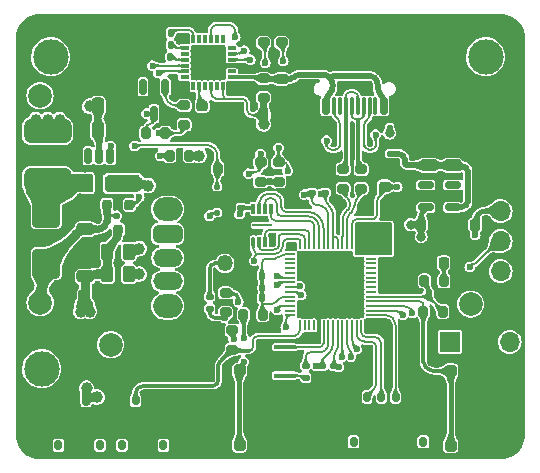
<source format=gbr>
%TF.GenerationSoftware,KiCad,Pcbnew,8.0.1-8.0.1-1~ubuntu22.04.1*%
%TF.CreationDate,2024-06-15T20:16:41+10:00*%
%TF.ProjectId,Machine-Controller,4d616368-696e-4652-9d43-6f6e74726f6c,rev?*%
%TF.SameCoordinates,Original*%
%TF.FileFunction,Copper,L1,Top*%
%TF.FilePolarity,Positive*%
%FSLAX46Y46*%
G04 Gerber Fmt 4.6, Leading zero omitted, Abs format (unit mm)*
G04 Created by KiCad (PCBNEW 8.0.1-8.0.1-1~ubuntu22.04.1) date 2024-06-15 20:16:41*
%MOMM*%
%LPD*%
G01*
G04 APERTURE LIST*
G04 Aperture macros list*
%AMRoundRect*
0 Rectangle with rounded corners*
0 $1 Rounding radius*
0 $2 $3 $4 $5 $6 $7 $8 $9 X,Y pos of 4 corners*
0 Add a 4 corners polygon primitive as box body*
4,1,4,$2,$3,$4,$5,$6,$7,$8,$9,$2,$3,0*
0 Add four circle primitives for the rounded corners*
1,1,$1+$1,$2,$3*
1,1,$1+$1,$4,$5*
1,1,$1+$1,$6,$7*
1,1,$1+$1,$8,$9*
0 Add four rect primitives between the rounded corners*
20,1,$1+$1,$2,$3,$4,$5,0*
20,1,$1+$1,$4,$5,$6,$7,0*
20,1,$1+$1,$6,$7,$8,$9,0*
20,1,$1+$1,$8,$9,$2,$3,0*%
G04 Aperture macros list end*
%TA.AperFunction,SMDPad,CuDef*%
%ADD10RoundRect,0.225000X0.225000X0.250000X-0.225000X0.250000X-0.225000X-0.250000X0.225000X-0.250000X0*%
%TD*%
%TA.AperFunction,ComponentPad*%
%ADD11C,2.000000*%
%TD*%
%TA.AperFunction,SMDPad,CuDef*%
%ADD12RoundRect,0.250000X-0.262500X-0.450000X0.262500X-0.450000X0.262500X0.450000X-0.262500X0.450000X0*%
%TD*%
%TA.AperFunction,SMDPad,CuDef*%
%ADD13RoundRect,0.200000X0.275000X-0.200000X0.275000X0.200000X-0.275000X0.200000X-0.275000X-0.200000X0*%
%TD*%
%TA.AperFunction,SMDPad,CuDef*%
%ADD14RoundRect,0.500000X-1.500000X0.500000X-1.500000X-0.500000X1.500000X-0.500000X1.500000X0.500000X0*%
%TD*%
%TA.AperFunction,SMDPad,CuDef*%
%ADD15RoundRect,0.075000X-0.300000X0.075000X-0.300000X-0.075000X0.300000X-0.075000X0.300000X0.075000X0*%
%TD*%
%TA.AperFunction,SMDPad,CuDef*%
%ADD16RoundRect,0.075000X0.075000X0.300000X-0.075000X0.300000X-0.075000X-0.300000X0.075000X-0.300000X0*%
%TD*%
%TA.AperFunction,SMDPad,CuDef*%
%ADD17R,2.850000X2.850000*%
%TD*%
%TA.AperFunction,SMDPad,CuDef*%
%ADD18RoundRect,0.200000X-0.200000X0.250000X-0.200000X-0.250000X0.200000X-0.250000X0.200000X0.250000X0*%
%TD*%
%TA.AperFunction,ComponentPad*%
%ADD19R,1.500000X1.500000*%
%TD*%
%TA.AperFunction,SMDPad,CuDef*%
%ADD20RoundRect,0.200000X-0.275000X0.200000X-0.275000X-0.200000X0.275000X-0.200000X0.275000X0.200000X0*%
%TD*%
%TA.AperFunction,SMDPad,CuDef*%
%ADD21RoundRect,0.218750X-0.218750X-0.256250X0.218750X-0.256250X0.218750X0.256250X-0.218750X0.256250X0*%
%TD*%
%TA.AperFunction,SMDPad,CuDef*%
%ADD22RoundRect,0.200000X0.200000X0.275000X-0.200000X0.275000X-0.200000X-0.275000X0.200000X-0.275000X0*%
%TD*%
%TA.AperFunction,SMDPad,CuDef*%
%ADD23RoundRect,0.150000X0.150000X-0.512500X0.150000X0.512500X-0.150000X0.512500X-0.150000X-0.512500X0*%
%TD*%
%TA.AperFunction,ComponentPad*%
%ADD24C,3.000000*%
%TD*%
%TA.AperFunction,SMDPad,CuDef*%
%ADD25RoundRect,0.125000X0.125000X-0.125000X0.125000X0.125000X-0.125000X0.125000X-0.125000X-0.125000X0*%
%TD*%
%TA.AperFunction,SMDPad,CuDef*%
%ADD26RoundRect,0.250000X0.250000X-0.250000X0.250000X0.250000X-0.250000X0.250000X-0.250000X-0.250000X0*%
%TD*%
%TA.AperFunction,SMDPad,CuDef*%
%ADD27RoundRect,0.140000X0.140000X0.170000X-0.140000X0.170000X-0.140000X-0.170000X0.140000X-0.170000X0*%
%TD*%
%TA.AperFunction,SMDPad,CuDef*%
%ADD28RoundRect,0.140000X0.170000X-0.140000X0.170000X0.140000X-0.170000X0.140000X-0.170000X-0.140000X0*%
%TD*%
%TA.AperFunction,ComponentPad*%
%ADD29R,1.700000X1.700000*%
%TD*%
%TA.AperFunction,ComponentPad*%
%ADD30O,1.700000X1.700000*%
%TD*%
%TA.AperFunction,SMDPad,CuDef*%
%ADD31RoundRect,0.200000X-0.200000X-0.275000X0.200000X-0.275000X0.200000X0.275000X-0.200000X0.275000X0*%
%TD*%
%TA.AperFunction,SMDPad,CuDef*%
%ADD32RoundRect,0.150000X0.512500X0.150000X-0.512500X0.150000X-0.512500X-0.150000X0.512500X-0.150000X0*%
%TD*%
%TA.AperFunction,SMDPad,CuDef*%
%ADD33RoundRect,0.250000X0.250000X0.475000X-0.250000X0.475000X-0.250000X-0.475000X0.250000X-0.475000X0*%
%TD*%
%TA.AperFunction,SMDPad,CuDef*%
%ADD34RoundRect,0.050000X-0.387500X-0.050000X0.387500X-0.050000X0.387500X0.050000X-0.387500X0.050000X0*%
%TD*%
%TA.AperFunction,SMDPad,CuDef*%
%ADD35RoundRect,0.050000X-0.050000X-0.387500X0.050000X-0.387500X0.050000X0.387500X-0.050000X0.387500X0*%
%TD*%
%TA.AperFunction,ComponentPad*%
%ADD36C,0.600000*%
%TD*%
%TA.AperFunction,SMDPad,CuDef*%
%ADD37RoundRect,0.144000X-1.456000X-1.456000X1.456000X-1.456000X1.456000X1.456000X-1.456000X1.456000X0*%
%TD*%
%TA.AperFunction,ComponentPad*%
%ADD38O,2.500000X2.000000*%
%TD*%
%TA.AperFunction,ComponentPad*%
%ADD39RoundRect,0.375000X-0.875000X0.375000X-0.875000X-0.375000X0.875000X-0.375000X0.875000X0.375000X0*%
%TD*%
%TA.AperFunction,ComponentPad*%
%ADD40O,2.500000X1.500000*%
%TD*%
%TA.AperFunction,SMDPad,CuDef*%
%ADD41O,0.300000X0.900000*%
%TD*%
%TA.AperFunction,SMDPad,CuDef*%
%ADD42RoundRect,0.075000X0.075000X0.375000X-0.075000X0.375000X-0.075000X-0.375000X0.075000X-0.375000X0*%
%TD*%
%TA.AperFunction,SMDPad,CuDef*%
%ADD43RoundRect,0.062500X0.762500X-0.062500X0.762500X0.062500X-0.762500X0.062500X-0.762500X-0.062500X0*%
%TD*%
%TA.AperFunction,SMDPad,CuDef*%
%ADD44RoundRect,0.150000X-0.150000X-0.275000X0.150000X-0.275000X0.150000X0.275000X-0.150000X0.275000X0*%
%TD*%
%TA.AperFunction,SMDPad,CuDef*%
%ADD45RoundRect,0.175000X-0.175000X-0.225000X0.175000X-0.225000X0.175000X0.225000X-0.175000X0.225000X0*%
%TD*%
%TA.AperFunction,SMDPad,CuDef*%
%ADD46RoundRect,0.140000X-0.140000X-0.170000X0.140000X-0.170000X0.140000X0.170000X-0.140000X0.170000X0*%
%TD*%
%TA.AperFunction,SMDPad,CuDef*%
%ADD47RoundRect,0.150000X0.150000X0.575000X-0.150000X0.575000X-0.150000X-0.575000X0.150000X-0.575000X0*%
%TD*%
%TA.AperFunction,SMDPad,CuDef*%
%ADD48RoundRect,0.075000X0.075000X0.650000X-0.075000X0.650000X-0.075000X-0.650000X0.075000X-0.650000X0*%
%TD*%
%TA.AperFunction,ComponentPad*%
%ADD49O,1.000000X2.100000*%
%TD*%
%TA.AperFunction,ComponentPad*%
%ADD50O,1.000000X1.600000*%
%TD*%
%TA.AperFunction,SMDPad,CuDef*%
%ADD51RoundRect,0.225000X0.250000X-0.225000X0.250000X0.225000X-0.250000X0.225000X-0.250000X-0.225000X0*%
%TD*%
%TA.AperFunction,SMDPad,CuDef*%
%ADD52RoundRect,0.050000X-0.050000X-0.187500X0.050000X-0.187500X0.050000X0.187500X-0.050000X0.187500X0*%
%TD*%
%TA.AperFunction,SMDPad,CuDef*%
%ADD53RoundRect,0.250000X-0.475000X0.250000X-0.475000X-0.250000X0.475000X-0.250000X0.475000X0.250000X0*%
%TD*%
%TA.AperFunction,SMDPad,CuDef*%
%ADD54RoundRect,0.140000X-0.170000X0.140000X-0.170000X-0.140000X0.170000X-0.140000X0.170000X0.140000X0*%
%TD*%
%TA.AperFunction,SMDPad,CuDef*%
%ADD55RoundRect,0.225000X-0.225000X-0.250000X0.225000X-0.250000X0.225000X0.250000X-0.225000X0.250000X0*%
%TD*%
%TA.AperFunction,ComponentPad*%
%ADD56R,1.350000X1.350000*%
%TD*%
%TA.AperFunction,ComponentPad*%
%ADD57O,1.350000X1.350000*%
%TD*%
%TA.AperFunction,SMDPad,CuDef*%
%ADD58RoundRect,0.135000X0.185000X-0.135000X0.185000X0.135000X-0.185000X0.135000X-0.185000X-0.135000X0*%
%TD*%
%TA.AperFunction,SMDPad,CuDef*%
%ADD59RoundRect,0.125000X-0.125000X0.125000X-0.125000X-0.125000X0.125000X-0.125000X0.125000X0.125000X0*%
%TD*%
%TA.AperFunction,SMDPad,CuDef*%
%ADD60O,1.900000X0.400000*%
%TD*%
%TA.AperFunction,SMDPad,CuDef*%
%ADD61RoundRect,0.100000X-0.850000X0.100000X-0.850000X-0.100000X0.850000X-0.100000X0.850000X0.100000X0*%
%TD*%
%TA.AperFunction,SMDPad,CuDef*%
%ADD62RoundRect,0.250000X0.900000X-1.000000X0.900000X1.000000X-0.900000X1.000000X-0.900000X-1.000000X0*%
%TD*%
%TA.AperFunction,SMDPad,CuDef*%
%ADD63RoundRect,0.135000X-0.185000X0.135000X-0.185000X-0.135000X0.185000X-0.135000X0.185000X0.135000X0*%
%TD*%
%TA.AperFunction,SMDPad,CuDef*%
%ADD64RoundRect,0.150000X-0.150000X0.512500X-0.150000X-0.512500X0.150000X-0.512500X0.150000X0.512500X0*%
%TD*%
%TA.AperFunction,ViaPad*%
%ADD65C,0.600000*%
%TD*%
%TA.AperFunction,ViaPad*%
%ADD66C,0.800000*%
%TD*%
%TA.AperFunction,ViaPad*%
%ADD67C,1.000000*%
%TD*%
%TA.AperFunction,Conductor*%
%ADD68C,0.200000*%
%TD*%
%TA.AperFunction,Conductor*%
%ADD69C,0.300000*%
%TD*%
%TA.AperFunction,Conductor*%
%ADD70C,0.400000*%
%TD*%
%TA.AperFunction,Conductor*%
%ADD71C,0.600000*%
%TD*%
%TA.AperFunction,Conductor*%
%ADD72C,0.800000*%
%TD*%
%TA.AperFunction,Conductor*%
%ADD73C,0.500000*%
%TD*%
G04 APERTURE END LIST*
D10*
%TO.P,C4,1*%
%TO.N,GND*%
X162306000Y-81788000D03*
%TO.P,C4,2*%
%TO.N,+3.3V*%
X160756000Y-81788000D03*
%TD*%
D11*
%TO.P,TP4,1,1*%
%TO.N,+3.3V*%
X164973000Y-88519000D03*
%TD*%
D12*
%TO.P,R1,1*%
%TO.N,/V_{OUT}*%
X134215500Y-85979000D03*
%TO.P,R1,2*%
%TO.N,/18V*%
X136040500Y-85979000D03*
%TD*%
D13*
%TO.P,R11,1*%
%TO.N,/CC1*%
X148971000Y-66357000D03*
%TO.P,R11,2*%
%TO.N,GND*%
X148971000Y-64707000D03*
%TD*%
D14*
%TO.P,L1,1*%
%TO.N,VBUS*%
X129159000Y-73896000D03*
%TO.P,L1,2*%
%TO.N,/SW*%
X129159000Y-77996000D03*
%TD*%
D15*
%TO.P,U4,1,ISENP*%
%TO.N,VCC*%
X144748000Y-69322000D03*
%TO.P,U4,2,NC_1*%
%TO.N,unconnected-(U4-NC_1-Pad2)*%
X144748000Y-68822000D03*
%TO.P,U4,3,GND*%
%TO.N,GND*%
X144748000Y-68322000D03*
%TO.P,U4,4,SDA*%
%TO.N,/SDA_0*%
X144748000Y-67822000D03*
%TO.P,U4,5,SCL*%
%TO.N,/SCL_0*%
X144748000Y-67322000D03*
%TO.P,U4,6,GPIO4*%
%TO.N,unconnected-(U4-GPIO4-Pad6)*%
X144748000Y-66822000D03*
D16*
%TO.P,U4,7,GPIO2*%
%TO.N,unconnected-(U4-GPIO2-Pad7)*%
X143998000Y-66072000D03*
%TO.P,U4,8,GPIO1*%
%TO.N,unconnected-(U4-GPIO1-Pad8)*%
X143498000Y-66072000D03*
%TO.P,U4,9,GPIO3*%
%TO.N,/PD_INT*%
X142998000Y-66072000D03*
%TO.P,U4,10,NC_2*%
%TO.N,unconnected-(U4-NC_2-Pad10)*%
X142498000Y-66072000D03*
%TO.P,U4,11,GPIO5*%
%TO.N,unconnected-(U4-GPIO5-Pad11)*%
X141998000Y-66072000D03*
%TO.P,U4,12,V3VD*%
%TO.N,/AP_3V*%
X141498000Y-66072000D03*
D15*
%TO.P,U4,13,OTP*%
%TO.N,Net-(U4-OTP)*%
X140748000Y-66822000D03*
%TO.P,U4,14,VFB*%
%TO.N,unconnected-(U4-VFB-Pad14)*%
X140748000Y-67322000D03*
%TO.P,U4,15,IFB*%
%TO.N,/IFB*%
X140748000Y-67822000D03*
%TO.P,U4,16,CC2*%
%TO.N,/CC1*%
X140748000Y-68322000D03*
%TO.P,U4,17,CC1*%
%TO.N,/CC2*%
X140748000Y-68822000D03*
%TO.P,U4,18,NC_3*%
%TO.N,unconnected-(U4-NC_3-Pad18)*%
X140748000Y-69322000D03*
D16*
%TO.P,U4,19,NC_4*%
%TO.N,unconnected-(U4-NC_4-Pad19)*%
X141498000Y-70072000D03*
%TO.P,U4,20,V5V*%
%TO.N,/AP_5V*%
X141998000Y-70072000D03*
%TO.P,U4,21,NC_5*%
%TO.N,unconnected-(U4-NC_5-Pad21)*%
X142498000Y-70072000D03*
%TO.P,U4,22,VBUS*%
%TO.N,VBUS*%
X142998000Y-70072000D03*
%TO.P,U4,23,PWR_EN*%
%TO.N,unconnected-(U4-PWR_EN-Pad23)*%
X143498000Y-70072000D03*
%TO.P,U4,24,VCC*%
%TO.N,VBUS*%
X143998000Y-70072000D03*
D17*
%TO.P,U4,25,EP*%
%TO.N,GND*%
X142748000Y-68072000D03*
%TD*%
D18*
%TO.P,Q1,1,G*%
%TO.N,/V_{G}*%
X136078000Y-80103000D03*
%TO.P,Q1,2,S*%
%TO.N,/V_{S}*%
X134178000Y-80103000D03*
%TO.P,Q1,3,D*%
%TO.N,/V_{OUT}*%
X135128000Y-82203000D03*
%TD*%
D19*
%TO.P,TP8,1,1*%
%TO.N,GND*%
X132791200Y-66344800D03*
%TD*%
D20*
%TO.P,R9,1*%
%TO.N,+3.3V*%
X144234800Y-87567000D03*
%TO.P,R9,2*%
%TO.N,/FLASH_CS*%
X144234800Y-89217000D03*
%TD*%
D11*
%TO.P,TP6,1,1*%
%TO.N,VBUS*%
X128508800Y-70866000D03*
%TD*%
D13*
%TO.P,R14,1*%
%TO.N,/D+*%
X154178000Y-78737000D03*
%TO.P,R14,2*%
%TO.N,/USB_D+*%
X154178000Y-77087000D03*
%TD*%
D21*
%TO.P,D2,1,K*%
%TO.N,GND*%
X161100300Y-85024000D03*
%TO.P,D2,2,A*%
%TO.N,Net-(D2-A)*%
X162675300Y-85024000D03*
%TD*%
D22*
%TO.P,R10,1*%
%TO.N,+3.3V*%
X147383000Y-89408000D03*
%TO.P,R10,2*%
%TO.N,/RUN*%
X145733000Y-89408000D03*
%TD*%
D23*
%TO.P,U1,1,SW*%
%TO.N,/SW*%
X132577800Y-78226500D03*
%TO.P,U1,2,GND*%
%TO.N,GND*%
X133527800Y-78226500D03*
%TO.P,U1,3,FB*%
%TO.N,/FB*%
X134477800Y-78226500D03*
%TO.P,U1,4,SHDN*%
%TO.N,Net-(D4-K)*%
X134477800Y-75951500D03*
%TO.P,U1,5,Vin*%
%TO.N,VBUS*%
X133527800Y-75951500D03*
%TO.P,U1,6,NC*%
%TO.N,unconnected-(U1-NC-Pad6)*%
X132577800Y-75951500D03*
%TD*%
D24*
%TO.P,H1,1*%
%TO.N,N/C*%
X129413000Y-67564000D03*
%TD*%
D25*
%TO.P,D3,1,K*%
%TO.N,Net-(D3-K)*%
X158115000Y-75776000D03*
%TO.P,D3,2,A*%
%TO.N,VBUS*%
X158115000Y-73576000D03*
%TD*%
D26*
%TO.P,SW3,1,1*%
%TO.N,/User_RST*%
X163289800Y-100493000D03*
X163289800Y-94193000D03*
%TO.P,SW3,2,2*%
%TO.N,GND*%
X167089800Y-100493000D03*
X167089800Y-94193000D03*
%TD*%
D27*
%TO.P,TH1,1*%
%TO.N,Net-(U4-OTP)*%
X139573000Y-66548000D03*
%TO.P,TH1,2*%
%TO.N,GND*%
X138613000Y-66548000D03*
%TD*%
D28*
%TO.P,C18,1*%
%TO.N,+1V1*%
X151511000Y-79093000D03*
%TO.P,C18,2*%
%TO.N,GND*%
X151511000Y-78133000D03*
%TD*%
D29*
%TO.P,Brd1,1,GND*%
%TO.N,GND*%
X167513000Y-78105000D03*
D30*
%TO.P,Brd1,2,VCC*%
%TO.N,+3.3V*%
X167513000Y-80645000D03*
%TO.P,Brd1,3,SCL*%
%TO.N,/SCL_1*%
X167513000Y-83185000D03*
%TO.P,Brd1,4,SDA*%
%TO.N,/SDA_1*%
X167513000Y-85725000D03*
%TD*%
D31*
%TO.P,R16,1*%
%TO.N,/V_{G}*%
X139510000Y-75946000D03*
%TO.P,R16,2*%
%TO.N,VBUS*%
X141160000Y-75946000D03*
%TD*%
%TO.P,R13,1*%
%TO.N,+3.3V*%
X161062800Y-86547999D03*
%TO.P,R13,2*%
%TO.N,Net-(D2-A)*%
X162712800Y-86547999D03*
%TD*%
D32*
%TO.P,U3,1,VI*%
%TO.N,Net-(D3-K)*%
X163443500Y-80325000D03*
%TO.P,U3,2,GND*%
%TO.N,GND*%
X163443500Y-79375000D03*
%TO.P,U3,3,NC*%
%TO.N,unconnected-(U3-NC-Pad3)*%
X163443500Y-78425000D03*
%TO.P,U3,4,NC*%
%TO.N,unconnected-(U3-NC-Pad4)*%
X161168500Y-78425000D03*
%TO.P,U3,5,VO*%
%TO.N,+3.3V*%
X161168500Y-80325000D03*
%TD*%
D33*
%TO.P,C1,1*%
%TO.N,GND*%
X135316000Y-73787000D03*
%TO.P,C1,2*%
%TO.N,VBUS*%
X133416000Y-73787000D03*
%TD*%
D34*
%TO.P,U5,1,IOVDD*%
%TO.N,+3.3V*%
X149678800Y-84275000D03*
%TO.P,U5,2,GPIO0*%
%TO.N,unconnected-(U5-GPIO0-Pad2)*%
X149678800Y-84675000D03*
%TO.P,U5,3,GPIO1*%
%TO.N,unconnected-(U5-GPIO1-Pad3)*%
X149678800Y-85075000D03*
%TO.P,U5,4,GPIO2*%
%TO.N,unconnected-(U5-GPIO2-Pad4)*%
X149678800Y-85475000D03*
%TO.P,U5,5,GPIO3*%
%TO.N,unconnected-(U5-GPIO3-Pad5)*%
X149678800Y-85875000D03*
%TO.P,U5,6,GPIO4*%
%TO.N,/SDA_0*%
X149678800Y-86275000D03*
%TO.P,U5,7,GPIO5*%
%TO.N,/SCL_0*%
X149678800Y-86675000D03*
%TO.P,U5,8,GPIO6*%
%TO.N,/SDA_1*%
X149678800Y-87075000D03*
%TO.P,U5,9,GPIO7*%
%TO.N,/SCL_1*%
X149678800Y-87475000D03*
%TO.P,U5,10,IOVDD*%
%TO.N,+3.3V*%
X149678800Y-87875000D03*
%TO.P,U5,11,GPIO8*%
%TO.N,unconnected-(U5-GPIO8-Pad11)*%
X149678800Y-88275000D03*
%TO.P,U5,12,GPIO9*%
%TO.N,/PD_INT*%
X149678800Y-88675000D03*
%TO.P,U5,13,GPIO10*%
%TO.N,unconnected-(U5-GPIO10-Pad13)*%
X149678800Y-89075000D03*
%TO.P,U5,14,GPIO11*%
%TO.N,/EN*%
X149678800Y-89475000D03*
D35*
%TO.P,U5,15,GPIO12*%
%TO.N,/C-SW*%
X150516300Y-90312500D03*
%TO.P,U5,16,GPIO13*%
%TO.N,unconnected-(U5-GPIO13-Pad16)*%
X150916300Y-90312500D03*
%TO.P,U5,17,GPIO14*%
%TO.N,unconnected-(U5-GPIO14-Pad17)*%
X151316300Y-90312500D03*
%TO.P,U5,18,GPIO15*%
%TO.N,unconnected-(U5-GPIO15-Pad18)*%
X151716300Y-90312500D03*
%TO.P,U5,19,TESTEN*%
%TO.N,GND*%
X152116300Y-90312500D03*
%TO.P,U5,20,XIN*%
%TO.N,Net-(U5-XIN)*%
X152516300Y-90312500D03*
%TO.P,U5,21,XOUT*%
%TO.N,Net-(U5-XOUT)*%
X152916300Y-90312500D03*
%TO.P,U5,22,IOVDD*%
%TO.N,+3.3V*%
X153316300Y-90312500D03*
%TO.P,U5,23,DVDD*%
%TO.N,+1V1*%
X153716300Y-90312500D03*
%TO.P,U5,24,SWCLK*%
%TO.N,/SWC*%
X154116300Y-90312500D03*
%TO.P,U5,25,SWD*%
%TO.N,/SWD*%
X154516300Y-90312500D03*
%TO.P,U5,26,RUN*%
%TO.N,/RUN*%
X154916300Y-90312500D03*
%TO.P,U5,27,GPIO16*%
%TO.N,/A*%
X155316300Y-90312500D03*
%TO.P,U5,28,GPIO17*%
%TO.N,/B*%
X155716300Y-90312500D03*
D34*
%TO.P,U5,29,GPIO18*%
%TO.N,/SW1*%
X156553800Y-89475000D03*
%TO.P,U5,30,GPIO19*%
%TO.N,/TX*%
X156553800Y-89075000D03*
%TO.P,U5,31,GPIO20*%
%TO.N,/RX*%
X156553800Y-88675000D03*
%TO.P,U5,32,GPIO21*%
%TO.N,/User_RST*%
X156553800Y-88275000D03*
%TO.P,U5,33,IOVDD*%
%TO.N,+3.3V*%
X156553800Y-87875000D03*
%TO.P,U5,34,GPIO22*%
%TO.N,unconnected-(U5-GPIO22-Pad34)*%
X156553800Y-87475000D03*
%TO.P,U5,35,GPIO23*%
%TO.N,unconnected-(U5-GPIO23-Pad35)*%
X156553800Y-87075000D03*
%TO.P,U5,36,GPIO24*%
%TO.N,unconnected-(U5-GPIO24-Pad36)*%
X156553800Y-86675000D03*
%TO.P,U5,37,GPIO25*%
%TO.N,unconnected-(U5-GPIO25-Pad37)*%
X156553800Y-86275000D03*
%TO.P,U5,38,GPIO26_ADC0*%
%TO.N,unconnected-(U5-GPIO26_ADC0-Pad38)*%
X156553800Y-85875000D03*
%TO.P,U5,39,GPIO27_ADC1*%
%TO.N,unconnected-(U5-GPIO27_ADC1-Pad39)*%
X156553800Y-85475000D03*
%TO.P,U5,40,GPIO28_ADC2*%
%TO.N,unconnected-(U5-GPIO28_ADC2-Pad40)*%
X156553800Y-85075000D03*
%TO.P,U5,41,GPIO29_ADC3*%
%TO.N,unconnected-(U5-GPIO29_ADC3-Pad41)*%
X156553800Y-84675000D03*
%TO.P,U5,42,IOVDD*%
%TO.N,+3.3V*%
X156553800Y-84275000D03*
D35*
%TO.P,U5,43,ADC_AVDD*%
X155716300Y-83437500D03*
%TO.P,U5,44,VREG_IN*%
X155316300Y-83437500D03*
%TO.P,U5,45,VREG_VOUT*%
%TO.N,+1V1*%
X154916300Y-83437500D03*
%TO.P,U5,46,USB_DM*%
%TO.N,/D-*%
X154516300Y-83437500D03*
%TO.P,U5,47,USB_DP*%
%TO.N,/D+*%
X154116300Y-83437500D03*
%TO.P,U5,48,USB_VDD*%
%TO.N,+3.3V*%
X153716300Y-83437500D03*
%TO.P,U5,49,IOVDD*%
X153316300Y-83437500D03*
%TO.P,U5,50,DVDD*%
%TO.N,+1V1*%
X152916300Y-83437500D03*
%TO.P,U5,51,QSPI_SD3*%
%TO.N,/QSPI_SD3*%
X152516300Y-83437500D03*
%TO.P,U5,52,QSPI_SCLK*%
%TO.N,/QSPI_SCLK*%
X152116300Y-83437500D03*
%TO.P,U5,53,QSPI_SD0*%
%TO.N,/QSPI_SD0*%
X151716300Y-83437500D03*
%TO.P,U5,54,QSPI_SD2*%
%TO.N,/QSPI_SD2*%
X151316300Y-83437500D03*
%TO.P,U5,55,QSPI_SD1*%
%TO.N,/QSPI_SD1*%
X150916300Y-83437500D03*
%TO.P,U5,56,QSPI_SS*%
%TO.N,/FLASH_CS*%
X150516300Y-83437500D03*
D36*
%TO.P,U5,57,GND*%
%TO.N,GND*%
X151841300Y-85600000D03*
X151841300Y-86875000D03*
X151841300Y-88150000D03*
X153116300Y-85600000D03*
X153116300Y-86875000D03*
D37*
X153116300Y-86875000D03*
D36*
X153116300Y-88150000D03*
X154391300Y-85600000D03*
X154391300Y-86875000D03*
X154391300Y-88150000D03*
%TD*%
D38*
%TO.P,SW1,*%
%TO.N,*%
X139319000Y-80482000D03*
X139319000Y-88682000D03*
D39*
%TO.P,SW1,1,A*%
%TO.N,/24V*%
X139319000Y-82582000D03*
D40*
%TO.P,SW1,2,B*%
%TO.N,/FB*%
X139319000Y-84582000D03*
%TO.P,SW1,3,C*%
%TO.N,/18V*%
X139319000Y-86582000D03*
%TD*%
D28*
%TO.P,C16,1*%
%TO.N,+3.3V*%
X145542000Y-80363000D03*
%TO.P,C16,2*%
%TO.N,GND*%
X145542000Y-79403000D03*
%TD*%
D33*
%TO.P,C6,1*%
%TO.N,GND*%
X134173000Y-88011000D03*
%TO.P,C6,2*%
%TO.N,/V_{OUT}*%
X132273000Y-88011000D03*
%TD*%
D24*
%TO.P,H3,1*%
%TO.N,N/C*%
X128651000Y-93980000D03*
%TD*%
D41*
%TO.P,U2,1,~{CS}*%
%TO.N,/FLASH_CS*%
X146568300Y-83249000D03*
D42*
%TO.P,U2,2,DO(IO1)*%
%TO.N,/QSPI_SD1*%
X147068300Y-83249000D03*
%TO.P,U2,3,IO2*%
%TO.N,/QSPI_SD2*%
X147568300Y-83249000D03*
%TO.P,U2,4,GND*%
%TO.N,GND*%
X148068300Y-83249000D03*
%TO.P,U2,5,DI(IO0)*%
%TO.N,/QSPI_SD0*%
X148068300Y-80449000D03*
%TO.P,U2,6,CLK*%
%TO.N,/QSPI_SCLK*%
X147568300Y-80449000D03*
%TO.P,U2,7,IO3*%
%TO.N,/QSPI_SD3*%
X147068300Y-80449000D03*
%TO.P,U2,8,VCC*%
%TO.N,+3.3V*%
X146568300Y-80449000D03*
D43*
%TO.P,U2,9*%
%TO.N,N/C*%
X147318300Y-81849000D03*
%TD*%
D44*
%TO.P,J2,1,Pin_1*%
%TO.N,/A*%
X156212000Y-96391000D03*
%TO.P,J2,2,Pin_2*%
%TO.N,/B*%
X157412000Y-96391000D03*
%TO.P,J2,3,Pin_3*%
%TO.N,/SW1*%
X158612000Y-96391000D03*
%TO.P,J2,4,Pin_4*%
%TO.N,GND*%
X159812000Y-96391000D03*
D45*
%TO.P,J2,MP*%
%TO.N,N/C*%
X155062000Y-100166000D03*
X160962000Y-100166000D03*
%TD*%
D10*
%TO.P,C25,1*%
%TO.N,GND*%
X148984000Y-72517000D03*
%TO.P,C25,2*%
%TO.N,VBUS*%
X147434000Y-72517000D03*
%TD*%
D46*
%TO.P,C14,1*%
%TO.N,+3.3V*%
X157889000Y-83627000D03*
%TO.P,C14,2*%
%TO.N,GND*%
X158849000Y-83627000D03*
%TD*%
D44*
%TO.P,J7,1,Pin_1*%
%TO.N,GND*%
X131226000Y-96682000D03*
%TO.P,J7,2,Pin_2*%
%TO.N,/V_{OUT}*%
X132426000Y-96682000D03*
D45*
%TO.P,J7,MP*%
%TO.N,N/C*%
X130076000Y-100457000D03*
X133576000Y-100457000D03*
%TD*%
D47*
%TO.P,J6,A1,GND*%
%TO.N,GND*%
X158410000Y-71742000D03*
%TO.P,J6,A4,VBUS*%
%TO.N,VCC*%
X157610000Y-71742000D03*
D48*
%TO.P,J6,A5,CC1*%
%TO.N,/CC1*%
X156410000Y-71742000D03*
%TO.P,J6,A6,D+*%
%TO.N,/USB_D+*%
X155410000Y-71742000D03*
%TO.P,J6,A7,D-*%
%TO.N,/USB_D-*%
X154910000Y-71742000D03*
%TO.P,J6,A8,SBU1*%
%TO.N,unconnected-(J6-SBU1-PadA8)*%
X153910000Y-71742000D03*
D47*
%TO.P,J6,A9,VBUS*%
%TO.N,VCC*%
X152710000Y-71742000D03*
%TO.P,J6,A12,GND*%
%TO.N,GND*%
X151910000Y-71742000D03*
%TO.P,J6,B1,GND*%
X151910000Y-71742000D03*
%TO.P,J6,B4,VBUS*%
%TO.N,VCC*%
X152710000Y-71742000D03*
D48*
%TO.P,J6,B5,CC2*%
%TO.N,/CC2*%
X153410000Y-71742000D03*
%TO.P,J6,B6,D+*%
%TO.N,/USB_D+*%
X154410000Y-71742000D03*
%TO.P,J6,B7,D-*%
%TO.N,/USB_D-*%
X155910000Y-71742000D03*
%TO.P,J6,B8,SBU2*%
%TO.N,unconnected-(J6-SBU2-PadB8)*%
X156910000Y-71742000D03*
D47*
%TO.P,J6,B9,VBUS*%
%TO.N,VCC*%
X157610000Y-71742000D03*
%TO.P,J6,B12,GND*%
%TO.N,GND*%
X158410000Y-71742000D03*
D49*
%TO.P,J6,S1,SHIELD*%
X159480000Y-70827000D03*
D50*
X159480000Y-66647000D03*
D49*
X150840000Y-70827000D03*
D50*
X150840000Y-66647000D03*
%TD*%
D20*
%TO.P,R2,1*%
%TO.N,GND*%
X136271000Y-76588800D03*
%TO.P,R2,2*%
%TO.N,/FB*%
X136271000Y-78238800D03*
%TD*%
D51*
%TO.P,C17,1*%
%TO.N,+1V1*%
X157696800Y-78560000D03*
%TO.P,C17,2*%
%TO.N,GND*%
X157696800Y-77010000D03*
%TD*%
D11*
%TO.P,TP2,1,1*%
%TO.N,/V_{OUT}*%
X134493000Y-91948000D03*
%TD*%
D19*
%TO.P,TP9,1,1*%
%TO.N,GND*%
X168046400Y-88874600D03*
%TD*%
D28*
%TO.P,C15,1*%
%TO.N,+3.3V*%
X157734000Y-82014000D03*
%TO.P,C15,2*%
%TO.N,GND*%
X157734000Y-81054000D03*
%TD*%
D22*
%TO.P,R4,1*%
%TO.N,+3.3V*%
X162623000Y-89154000D03*
%TO.P,R4,2*%
%TO.N,/User_RST*%
X160973000Y-89154000D03*
%TD*%
D51*
%TO.P,C7,1*%
%TO.N,+3.3V*%
X156299800Y-81989000D03*
%TO.P,C7,2*%
%TO.N,GND*%
X156299800Y-80439000D03*
%TD*%
D24*
%TO.P,H2,1*%
%TO.N,N/C*%
X166243000Y-67564000D03*
%TD*%
D52*
%TO.P,D6,1,CH1*%
%TO.N,/CC2*%
X153940000Y-74930000D03*
%TO.P,D6,2,CH2*%
%TO.N,/USB_D+*%
X154440000Y-74930000D03*
%TO.P,D6,3,GND*%
%TO.N,GND*%
X154940000Y-74930000D03*
%TO.P,D6,4,CH3*%
%TO.N,/USB_D-*%
X155440000Y-74930000D03*
%TO.P,D6,5,CH4*%
%TO.N,/CC1*%
X155940000Y-74930000D03*
%TO.P,D6,6,NC1*%
X155940000Y-74154000D03*
%TO.P,D6,7,NC2*%
%TO.N,/USB_D-*%
X155440000Y-74154000D03*
%TO.P,D6,8,GND*%
%TO.N,GND*%
X154940000Y-74154000D03*
%TO.P,D6,9,NC3*%
%TO.N,/USB_D+*%
X154440000Y-74154000D03*
%TO.P,D6,10,NC4*%
%TO.N,/CC2*%
X153940000Y-74154000D03*
%TD*%
D46*
%TO.P,C8,1*%
%TO.N,GND*%
X138613000Y-65532000D03*
%TO.P,C8,2*%
%TO.N,/AP_3V*%
X139573000Y-65532000D03*
%TD*%
D12*
%TO.P,R7,1*%
%TO.N,/V_{OUT}*%
X134215500Y-84074000D03*
%TO.P,R7,2*%
%TO.N,/24V*%
X136040500Y-84074000D03*
%TD*%
D27*
%TO.P,C11,1*%
%TO.N,+3.3V*%
X147292000Y-88011000D03*
%TO.P,C11,2*%
%TO.N,GND*%
X146332000Y-88011000D03*
%TD*%
D53*
%TO.P,C21,1*%
%TO.N,GND*%
X161416997Y-74869002D03*
%TO.P,C21,2*%
%TO.N,Net-(D3-K)*%
X161416997Y-76769000D03*
%TD*%
D31*
%TO.P,R17,1*%
%TO.N,VBUS*%
X137478000Y-74041000D03*
%TO.P,R17,2*%
%TO.N,/V_{S}*%
X139128000Y-74041000D03*
%TD*%
D51*
%TO.P,C26,1*%
%TO.N,GND*%
X148971000Y-71006000D03*
%TO.P,C26,2*%
%TO.N,VCC*%
X148971000Y-69456000D03*
%TD*%
D28*
%TO.P,C9,1*%
%TO.N,+3.3V*%
X152654000Y-79093000D03*
%TO.P,C9,2*%
%TO.N,GND*%
X152654000Y-78133000D03*
%TD*%
D20*
%TO.P,R21,1*%
%TO.N,/SCL_0*%
X147193000Y-76518000D03*
%TO.P,R21,2*%
%TO.N,+3.3V*%
X147193000Y-78168000D03*
%TD*%
D54*
%TO.P,C13,1*%
%TO.N,+3.3V*%
X152400000Y-93754000D03*
%TO.P,C13,2*%
%TO.N,GND*%
X152400000Y-94714000D03*
%TD*%
D55*
%TO.P,C5,1*%
%TO.N,GND*%
X163817000Y-81788000D03*
%TO.P,C5,2*%
%TO.N,+3.3V*%
X165367000Y-81788000D03*
%TD*%
D19*
%TO.P,TP5,1,1*%
%TO.N,GND*%
X137668000Y-91948000D03*
%TD*%
D20*
%TO.P,R18,1*%
%TO.N,Net-(D1-A)*%
X140716000Y-71692000D03*
%TO.P,R18,2*%
%TO.N,/V_{S}*%
X140716000Y-73342000D03*
%TD*%
D26*
%TO.P,SW4,1,1*%
%TO.N,GND*%
X141610000Y-100431999D03*
X141610000Y-94132001D03*
%TO.P,SW4,2,2*%
%TO.N,/RUN*%
X145410000Y-100431999D03*
X145410000Y-94132001D03*
%TD*%
D51*
%TO.P,C23,1*%
%TO.N,GND*%
X142240000Y-73292000D03*
%TO.P,C23,2*%
%TO.N,/AP_5V*%
X142240000Y-71742000D03*
%TD*%
D56*
%TO.P,SW2,1,1*%
%TO.N,GND*%
X144145000Y-83074000D03*
D57*
%TO.P,SW2,2,2*%
%TO.N,/BOOT*%
X144145000Y-85074000D03*
%TD*%
D27*
%TO.P,C12,1*%
%TO.N,+3.3V*%
X147292000Y-86106000D03*
%TO.P,C12,2*%
%TO.N,GND*%
X146332000Y-86106000D03*
%TD*%
D44*
%TO.P,J4,1,Pin_1*%
%TO.N,/C-SW*%
X136614800Y-96677000D03*
%TO.P,J4,2,Pin_2*%
%TO.N,GND*%
X137814800Y-96677000D03*
D45*
%TO.P,J4,MP*%
%TO.N,N/C*%
X135464800Y-100452000D03*
X138964800Y-100452000D03*
%TD*%
D58*
%TO.P,R5,1*%
%TO.N,/XOUT*%
X151003000Y-94744000D03*
%TO.P,R5,2*%
%TO.N,Net-(U5-XOUT)*%
X151003000Y-93724000D03*
%TD*%
D59*
%TO.P,D4,1,K*%
%TO.N,Net-(D4-K)*%
X143510000Y-78572001D03*
%TO.P,D4,2,A*%
%TO.N,/EN*%
X143510000Y-80772001D03*
%TD*%
D33*
%TO.P,C20,1*%
%TO.N,GND*%
X135316000Y-71755000D03*
%TO.P,C20,2*%
%TO.N,VBUS*%
X133416000Y-71755000D03*
%TD*%
D54*
%TO.P,C19,1*%
%TO.N,+1V1*%
X153416000Y-93754000D03*
%TO.P,C19,2*%
%TO.N,GND*%
X153416000Y-94714000D03*
%TD*%
D60*
%TO.P,Y2,1*%
%TO.N,Net-(U5-XIN)*%
X149225000Y-92163500D03*
D61*
%TO.P,Y2,2*%
%TO.N,GND*%
X149225000Y-93363500D03*
%TO.P,Y2,3*%
%TO.N,/XOUT*%
X149225000Y-94563500D03*
%TD*%
D46*
%TO.P,C10,1*%
%TO.N,+3.3V*%
X161445000Y-87884000D03*
%TO.P,C10,2*%
%TO.N,GND*%
X162405000Y-87884000D03*
%TD*%
D53*
%TO.P,C22,1*%
%TO.N,GND*%
X132334000Y-84267000D03*
%TO.P,C22,2*%
%TO.N,/V_{OUT}*%
X132334000Y-86167000D03*
%TD*%
D13*
%TO.P,R15,1*%
%TO.N,/D-*%
X155702000Y-78738000D03*
%TO.P,R15,2*%
%TO.N,/USB_D-*%
X155702000Y-77088000D03*
%TD*%
D22*
%TO.P,R6,1*%
%TO.N,GND*%
X145224000Y-77089000D03*
%TO.P,R6,2*%
%TO.N,Net-(D4-K)*%
X143574000Y-77089000D03*
%TD*%
D20*
%TO.P,R19,1*%
%TO.N,VCC*%
X147447000Y-69406000D03*
%TO.P,R19,2*%
%TO.N,VBUS*%
X147447000Y-71056000D03*
%TD*%
%TO.P,R3,1*%
%TO.N,+3.3V*%
X144780000Y-90742000D03*
%TO.P,R3,2*%
%TO.N,/C-SW*%
X144780000Y-92392000D03*
%TD*%
D53*
%TO.P,C2,1*%
%TO.N,GND*%
X132334000Y-80264000D03*
%TO.P,C2,2*%
%TO.N,/V_{S}*%
X132334000Y-82164000D03*
%TD*%
D62*
%TO.P,D5,1,K*%
%TO.N,/V_{S}*%
X129032000Y-85081000D03*
%TO.P,D5,2,A*%
%TO.N,/SW*%
X129032000Y-80781000D03*
%TD*%
D11*
%TO.P,TP1,1,1*%
%TO.N,/V_{S}*%
X128524000Y-88392000D03*
%TD*%
D19*
%TO.P,TP7,1,1*%
%TO.N,GND*%
X130606800Y-91084400D03*
%TD*%
D46*
%TO.P,C24,1*%
%TO.N,GND*%
X138585000Y-67564000D03*
%TO.P,C24,2*%
%TO.N,/IFB*%
X139545000Y-67564000D03*
%TD*%
D13*
%TO.P,R12,1*%
%TO.N,/CC2*%
X147447000Y-66357000D03*
%TO.P,R12,2*%
%TO.N,GND*%
X147447000Y-64707000D03*
%TD*%
D63*
%TO.P,R8,1*%
%TO.N,/BOOT*%
X142875000Y-87882000D03*
%TO.P,R8,2*%
%TO.N,/FLASH_CS*%
X142875000Y-88902000D03*
%TD*%
D64*
%TO.P,D1,1,A*%
%TO.N,Net-(D1-A)*%
X139125999Y-70109500D03*
%TO.P,D1,2,NC*%
%TO.N,unconnected-(D1-NC-Pad2)*%
X137226001Y-70109500D03*
%TO.P,D1,3,K*%
%TO.N,VBUS*%
X138176000Y-72384500D03*
%TD*%
D53*
%TO.P,C3,1*%
%TO.N,GND*%
X163449000Y-74869001D03*
%TO.P,C3,2*%
%TO.N,Net-(D3-K)*%
X163449000Y-76768999D03*
%TD*%
D20*
%TO.P,R20,1*%
%TO.N,/SDA_0*%
X148717000Y-76518000D03*
%TO.P,R20,2*%
%TO.N,+3.3V*%
X148717000Y-78168000D03*
%TD*%
D29*
%TO.P,J3,1,Pin_1*%
%TO.N,/TX*%
X163210000Y-91719000D03*
D30*
%TO.P,J3,2,Pin_2*%
%TO.N,GND*%
X165750000Y-91719000D03*
%TO.P,J3,3,Pin_3*%
%TO.N,/RX*%
X168290000Y-91719000D03*
%TD*%
D65*
%TO.N,GND*%
X154940000Y-77978000D03*
X127558800Y-69138800D03*
X161290000Y-79375000D03*
X164211000Y-72009000D03*
X138811000Y-96774000D03*
X135128000Y-98806000D03*
X147447000Y-97155000D03*
X156972000Y-90424000D03*
X154051000Y-70231000D03*
X151892000Y-75057000D03*
X133096000Y-77089000D03*
X157861000Y-80391000D03*
X136906000Y-84937600D03*
X165100000Y-74803000D03*
X160020000Y-93726000D03*
X130606800Y-89458800D03*
X141605000Y-92964000D03*
X141859000Y-77724000D03*
X137795000Y-97663000D03*
X152400000Y-97536000D03*
X147955000Y-75184000D03*
X140589000Y-91313000D03*
X158750000Y-72644000D03*
X163322000Y-87630000D03*
X128270000Y-99060000D03*
X156921200Y-64770000D03*
X166116000Y-77988200D03*
X163449000Y-73660000D03*
X159131000Y-73660000D03*
X129032000Y-90982800D03*
X143383000Y-84074000D03*
X130937000Y-85725000D03*
X141605000Y-96647000D03*
X152654000Y-77470000D03*
X141478000Y-89662000D03*
X148844000Y-73660000D03*
X150584800Y-80071000D03*
X136779000Y-90424000D03*
X166254777Y-79630500D03*
X163068000Y-81788000D03*
X159639000Y-72517000D03*
X159766000Y-95250000D03*
X147447000Y-64516000D03*
X142621000Y-79502000D03*
X149225000Y-93853000D03*
X130937000Y-86741000D03*
X167386000Y-92710000D03*
X159893000Y-97663000D03*
X160020000Y-65125600D03*
X133858000Y-77089000D03*
X150495000Y-77089000D03*
X149860000Y-74549000D03*
X164973000Y-83820000D03*
X133439800Y-79436000D03*
X137414000Y-81788000D03*
X127863600Y-90728800D03*
X144653000Y-70231000D03*
X156299800Y-79817000D03*
X146939000Y-94234000D03*
X150495000Y-75946000D03*
X156083000Y-93599000D03*
X137541000Y-84937600D03*
X144615800Y-95438000D03*
X159258000Y-100711000D03*
X162179000Y-79375000D03*
X148171800Y-82788800D03*
X137414000Y-80772000D03*
X132588000Y-98679000D03*
X141605000Y-98933000D03*
X155664800Y-80706000D03*
X138176000Y-93980000D03*
X151257000Y-91440000D03*
X145923000Y-75692000D03*
X140589000Y-70231000D03*
X130657600Y-92506800D03*
X159385000Y-86995000D03*
X143713200Y-91948000D03*
X136906000Y-87884000D03*
X159131000Y-81153000D03*
X127889000Y-96774000D03*
X159893000Y-83566000D03*
X147955000Y-93345000D03*
X149568800Y-80071000D03*
X130694777Y-81281500D03*
X143764000Y-90982800D03*
X165912800Y-86614000D03*
X140462000Y-77343000D03*
X151892000Y-91440000D03*
X144399000Y-81407000D03*
X135890000Y-72644000D03*
X168529000Y-98298000D03*
X155498800Y-66040000D03*
X132334000Y-85090000D03*
X161417000Y-73660000D03*
X137541000Y-66548000D03*
X157988000Y-92964000D03*
X148031200Y-95504000D03*
X168021000Y-95885000D03*
X164592000Y-91059000D03*
X150241000Y-99822000D03*
X163195000Y-69215000D03*
X162179000Y-97917000D03*
X149225000Y-92837000D03*
X129667000Y-82931000D03*
X131873470Y-79436998D03*
X127889000Y-83058000D03*
X167005000Y-71501000D03*
X148463000Y-64516000D03*
X167640000Y-74676000D03*
X129667000Y-97536000D03*
X143891000Y-79629000D03*
X151928000Y-72614000D03*
X154140800Y-80071000D03*
X131318000Y-69799200D03*
X127101600Y-81153000D03*
X127127000Y-84963000D03*
X132334000Y-77089000D03*
X136652000Y-65278000D03*
X135128000Y-84963000D03*
X145923000Y-85344000D03*
X152400000Y-66141600D03*
X146304000Y-99314000D03*
X141605000Y-85725000D03*
X135890000Y-74041000D03*
X140589000Y-66040000D03*
X147523200Y-91948000D03*
X130937000Y-84709000D03*
X161036000Y-96139000D03*
X164592000Y-92837000D03*
X151638000Y-77470000D03*
X136017000Y-75819000D03*
X133985000Y-82804000D03*
X156210000Y-70231000D03*
X152908000Y-94742000D03*
X167284400Y-88747600D03*
X149695800Y-83627000D03*
X135763000Y-81280000D03*
X137795000Y-79502000D03*
X156972000Y-98933000D03*
X160401000Y-79375000D03*
D66*
%TO.N,+3.3V*%
X157861000Y-82804000D03*
D65*
X165354000Y-82677000D03*
D66*
X159893000Y-81788000D03*
D65*
X144907000Y-91440000D03*
X147320000Y-87122000D03*
D66*
X160782000Y-82804000D03*
D65*
X151892000Y-93726000D03*
X152273000Y-79212500D03*
X145288000Y-88317605D03*
X161417000Y-87503000D03*
X147955000Y-78105000D03*
X145415000Y-80899000D03*
%TO.N,/V_{S}*%
X138557000Y-74041000D03*
X135001000Y-81026000D03*
D67*
%TO.N,/18V*%
X136906000Y-85979000D03*
D65*
%TO.N,+1V1*%
X158750000Y-78613000D03*
X153797000Y-93853000D03*
X150876000Y-79248000D03*
D67*
%TO.N,/FB*%
X137668000Y-78486000D03*
D65*
%TO.N,/RUN*%
X145758800Y-91374000D03*
X155321000Y-92329000D03*
X145758800Y-93406000D03*
%TO.N,/SWC*%
X154051000Y-92964000D03*
%TO.N,/SWD*%
X154813000Y-92964000D03*
%TO.N,/TX*%
X159258000Y-89408000D03*
%TO.N,/RX*%
X160020000Y-89281000D03*
%TO.N,/EN*%
X142875000Y-81026000D03*
X149314800Y-90485000D03*
%TO.N,/FLASH_CS*%
X144145000Y-89662000D03*
X146647800Y-84836000D03*
%TO.N,Net-(D4-K)*%
X134493000Y-75118000D03*
X136525000Y-75118000D03*
D67*
%TO.N,/24V*%
X136906000Y-83820000D03*
%TO.N,/V_{OUT}*%
X132715000Y-89154000D03*
X133350000Y-96393000D03*
X131953000Y-89154000D03*
X132461000Y-95631000D03*
D65*
%TO.N,/V_{G}*%
X138684000Y-75946000D03*
X136906000Y-79469103D03*
%TO.N,/SCL_1*%
X164901941Y-85386252D03*
X150622000Y-87757000D03*
%TO.N,/SDA_1*%
X150495000Y-86995000D03*
D66*
%TO.N,VBUS*%
X158115000Y-74041000D03*
D67*
X147447000Y-73279000D03*
D65*
X137541000Y-72390000D03*
D67*
X129159000Y-72898000D03*
X130175000Y-72898000D03*
X132715000Y-71755000D03*
X141986000Y-75946000D03*
X128143000Y-72898000D03*
D65*
%TO.N,/CC1*%
X138049000Y-68326000D03*
X156930000Y-74168000D03*
X149098000Y-67945000D03*
%TO.N,/CC2*%
X152781000Y-74676000D03*
X147574000Y-68072000D03*
X138557000Y-68961000D03*
%TO.N,/SDA_0*%
X148717000Y-75289210D03*
X149479000Y-77216000D03*
X146304000Y-67818000D03*
X148590000Y-86106000D03*
%TO.N,/SCL_0*%
X148590000Y-86868000D03*
X146177000Y-77470000D03*
X147193000Y-75797210D03*
X145796000Y-67056000D03*
%TO.N,/PD_INT*%
X145034000Y-65913000D03*
X148590000Y-89027000D03*
%TD*%
D68*
%TO.N,GND*%
X158410000Y-71742000D02*
X158410000Y-71823168D01*
X158410000Y-71823168D02*
G75*
G03*
X158749990Y-72644010I1160800J-32D01*
G01*
%TO.N,+3.3V*%
X147320000Y-88519000D02*
X147320000Y-88078597D01*
X147292000Y-85072682D02*
X147292000Y-86106000D01*
D69*
X145542000Y-80772000D02*
X145415000Y-80899000D01*
X165354000Y-81819384D02*
X165354000Y-82677000D01*
D68*
X161417000Y-87503000D02*
X161445000Y-87475000D01*
X161445000Y-87475000D02*
X161445000Y-87470711D01*
X153316300Y-83475500D02*
X153316300Y-83015888D01*
D70*
X165367000Y-81788000D02*
X165367000Y-81480825D01*
X160756000Y-81788000D02*
X160756000Y-82741231D01*
X148717000Y-78168000D02*
X148107095Y-78168000D01*
D68*
X153316300Y-90312500D02*
X153316300Y-91903882D01*
D70*
X152654000Y-79093000D02*
X152561498Y-79093000D01*
D69*
X147320000Y-87122000D02*
X147320000Y-86173597D01*
D68*
X153035000Y-92583000D02*
X152527000Y-93091000D01*
D69*
X152400000Y-93754000D02*
X151959597Y-93754000D01*
D70*
X160756000Y-81788000D02*
X159893000Y-81788000D01*
D68*
X152654000Y-79344185D02*
X152654000Y-79093000D01*
X148844000Y-88011000D02*
X148515605Y-88339395D01*
D70*
X166221210Y-80645000D02*
X167513000Y-80645000D01*
D69*
X145542000Y-80363000D02*
X146360678Y-80363000D01*
D68*
X153505800Y-82865000D02*
X153632800Y-82865000D01*
X161510054Y-88041054D02*
X162623000Y-89154000D01*
D69*
X144702300Y-87567000D02*
X144234800Y-87567000D01*
X144780000Y-90742000D02*
X144780000Y-91133395D01*
D68*
X149678800Y-84275000D02*
X149322743Y-84275000D01*
X149678800Y-87875000D02*
X149172333Y-87875000D01*
X148397618Y-84658200D02*
X147666884Y-84658200D01*
D69*
X145288000Y-88317605D02*
X145288000Y-88063605D01*
D70*
X160756000Y-81788000D02*
X160756000Y-81320863D01*
D68*
X161445000Y-87531000D02*
X161417000Y-87503000D01*
X152400000Y-93754000D02*
X152400000Y-93397605D01*
D70*
X165049200Y-88290400D02*
X165049200Y-87717778D01*
D68*
X147320000Y-89027000D02*
X147320000Y-88519000D01*
X156553800Y-87875000D02*
X161423273Y-87875000D01*
X153316300Y-83437500D02*
X153316300Y-80943118D01*
D70*
X147193000Y-78168000D02*
X147802905Y-78168000D01*
D69*
X145542000Y-80363000D02*
X145542000Y-80772000D01*
D68*
X148082000Y-88519000D02*
X147320000Y-88519000D01*
X161445000Y-87884000D02*
X161445000Y-87531000D01*
D69*
X147320000Y-87943403D02*
X147320000Y-87122000D01*
D68*
X153716300Y-83475500D02*
X153716300Y-83066586D01*
X153378800Y-82865000D02*
X153505800Y-82865000D01*
D69*
X151959597Y-93754000D02*
G75*
G02*
X151892001Y-93725999I3J95600D01*
G01*
D70*
X160756000Y-82741231D02*
G75*
G03*
X160782009Y-82803991I88800J31D01*
G01*
D69*
X147320000Y-86173597D02*
G75*
G03*
X147291999Y-86106001I-95600J-3D01*
G01*
D70*
X165608001Y-80899001D02*
G75*
G02*
X166221210Y-80645005I613199J-613199D01*
G01*
D68*
X161445000Y-87884000D02*
G75*
G03*
X161510056Y-88041052I222100J0D01*
G01*
D70*
X165367000Y-81480825D02*
G75*
G02*
X165607993Y-80898993I822800J25D01*
G01*
D68*
X161445000Y-87884000D02*
G75*
G03*
X161464799Y-87931799I67600J0D01*
G01*
D69*
X165367000Y-81788000D02*
G75*
G03*
X165353994Y-81819384I31400J-31400D01*
G01*
X145160999Y-87757001D02*
G75*
G03*
X144702300Y-87567001I-458699J-458699D01*
G01*
X147291999Y-88010999D02*
G75*
G03*
X147320000Y-87943403I-67599J67599D01*
G01*
D68*
X148515605Y-88339395D02*
G75*
G02*
X148082000Y-88519003I-433605J433595D01*
G01*
X147666884Y-84658200D02*
G75*
G03*
X147421605Y-84759805I16J-346900D01*
G01*
X161445000Y-87470711D02*
G75*
G03*
X161062803Y-86547996I-1304900J11D01*
G01*
D69*
X144780000Y-91133395D02*
G75*
G03*
X144906998Y-91440002I433600J-5D01*
G01*
D68*
X147421600Y-84759800D02*
G75*
G03*
X147291993Y-85072682I312900J-312900D01*
G01*
X149322743Y-84275000D02*
G75*
G03*
X148981408Y-84416352I-43J-482700D01*
G01*
D69*
X146360678Y-80363000D02*
G75*
G02*
X146568307Y-80448993I22J-293600D01*
G01*
D70*
X160756000Y-81320863D02*
G75*
G02*
X161168511Y-80325011I1408400J-37D01*
G01*
D68*
X153316300Y-83015888D02*
G75*
G02*
X153378803Y-82865003I213400J-12D01*
G01*
X153316300Y-80943118D02*
G75*
G03*
X153035005Y-80263995I-960400J18D01*
G01*
X161423273Y-87875000D02*
G75*
G02*
X161445008Y-87883992I27J-30700D01*
G01*
X153316300Y-91903882D02*
G75*
G02*
X153035005Y-92583005I-960400J-18D01*
G01*
D70*
X147802905Y-78168000D02*
G75*
G03*
X147954999Y-78104999I-5J215100D01*
G01*
D68*
X153716300Y-83066586D02*
G75*
G03*
X153632796Y-82865004I-285100J-14D01*
G01*
X149172333Y-87875000D02*
G75*
G03*
X148843990Y-88010990I-33J-464300D01*
G01*
D69*
X145288000Y-88063605D02*
G75*
G03*
X145161002Y-87756998I-433600J5D01*
G01*
D68*
X153035000Y-80264000D02*
G75*
G02*
X152654007Y-79344185I919800J919800D01*
G01*
X148981432Y-84416376D02*
G75*
G02*
X148397618Y-84658223I-583832J583776D01*
G01*
D70*
X148107095Y-78168000D02*
G75*
G02*
X147955001Y-78104999I5J215100D01*
G01*
D68*
X152400000Y-93397605D02*
G75*
G02*
X152526998Y-93090998I433600J5D01*
G01*
D70*
X152561498Y-79093000D02*
G75*
G03*
X152273000Y-79212500I2J-408000D01*
G01*
D68*
X147320000Y-88078597D02*
G75*
G03*
X147291999Y-88011001I-95600J-3D01*
G01*
%TO.N,Net-(D2-A)*%
X162712800Y-86547999D02*
X162712800Y-85114533D01*
X162712800Y-85114533D02*
G75*
G03*
X162675310Y-85023990I-128000J33D01*
G01*
%TO.N,/V_{S}*%
X140716000Y-73342000D02*
X140716000Y-73607395D01*
X139128000Y-74041000D02*
X138557000Y-74041000D01*
X135001000Y-81026000D02*
X134178000Y-81026000D01*
D71*
X134178000Y-81026000D02*
X134178000Y-81449057D01*
D68*
X140282395Y-74041000D02*
X139128000Y-74041000D01*
D72*
X128524000Y-88392000D02*
X128524000Y-87481210D01*
X129831322Y-84314478D02*
X131579456Y-82566344D01*
D71*
X133383861Y-82164000D02*
X132550800Y-82164000D01*
D72*
X129032000Y-86254790D02*
X129032000Y-85081000D01*
D71*
X134178000Y-80215500D02*
X134178000Y-81026000D01*
D68*
X140716000Y-73607395D02*
G75*
G02*
X140589002Y-73914002I-433600J-5D01*
G01*
D72*
X128777999Y-86867999D02*
G75*
G03*
X129031995Y-86254790I-613199J613199D01*
G01*
X129502800Y-85107600D02*
G75*
G02*
X129831331Y-84314487I1121600J0D01*
G01*
D68*
X140588999Y-73913999D02*
G75*
G02*
X140282395Y-74040997I-306599J306599D01*
G01*
D72*
X128524000Y-87481210D02*
G75*
G02*
X128777997Y-86867997I867200J10D01*
G01*
X131579456Y-82566344D02*
G75*
G02*
X132550800Y-82164004I971344J-971356D01*
G01*
D71*
X134178000Y-81449057D02*
G75*
G02*
X133985013Y-81915013I-658900J-43D01*
G01*
X133984999Y-81914999D02*
G75*
G02*
X133383861Y-82163983I-601099J601099D01*
G01*
D72*
%TO.N,/18V*%
X136040500Y-85979000D02*
X136906000Y-85979000D01*
D68*
%TO.N,/User_RST*%
X156553800Y-88275000D02*
X160626538Y-88275000D01*
D69*
X160973000Y-89154000D02*
X160973000Y-93394300D01*
D68*
X160973000Y-88546509D02*
X160973000Y-89154000D01*
D70*
X163289800Y-94193000D02*
X163289800Y-100493000D01*
D69*
X161983832Y-94193000D02*
X163289800Y-94193000D01*
X161163000Y-93853000D02*
G75*
G03*
X161983832Y-94192986I820800J820800D01*
G01*
D68*
X160908999Y-88392001D02*
G75*
G02*
X160972995Y-88546509I-154499J-154499D01*
G01*
D69*
X160973000Y-93394300D02*
G75*
G03*
X161163000Y-93853000I648700J0D01*
G01*
D68*
X160626538Y-88275000D02*
G75*
G02*
X160908989Y-88392011I-38J-399500D01*
G01*
D73*
%TO.N,Net-(D3-K)*%
X159659290Y-76769000D02*
X161416997Y-76769000D01*
X164719000Y-79830395D02*
X164719000Y-77268605D01*
X164126055Y-76768999D02*
X163449000Y-76768999D01*
X161416997Y-76769000D02*
X163448998Y-76769000D01*
X159385000Y-76252605D02*
X159385000Y-76489323D01*
X163448998Y-76769000D02*
X163449000Y-76768999D01*
X158115000Y-75776000D02*
X158847584Y-75776000D01*
X163443500Y-80325000D02*
X164138128Y-80325000D01*
X159512000Y-76708000D02*
X159449825Y-76645825D01*
X159257999Y-75946001D02*
G75*
G02*
X159384997Y-76252605I-306599J-306599D01*
G01*
X164138128Y-80325000D02*
G75*
G03*
X164591992Y-80136992I-28J641900D01*
G01*
X159385000Y-76489323D02*
G75*
G03*
X159449842Y-76645808I221300J23D01*
G01*
X164592000Y-76962000D02*
G75*
G03*
X164126055Y-76769018I-465900J-465900D01*
G01*
X158847584Y-75776000D02*
G75*
G02*
X159258005Y-75945995I16J-580400D01*
G01*
X159512000Y-76708000D02*
G75*
G03*
X159659290Y-76769013I147300J147300D01*
G01*
X164591999Y-80136999D02*
G75*
G03*
X164718997Y-79830395I-306599J306599D01*
G01*
X164719000Y-77268605D02*
G75*
G03*
X164592002Y-76961998I-433600J5D01*
G01*
D68*
%TO.N,/XOUT*%
X149225000Y-94563500D02*
X150567235Y-94563500D01*
X150567235Y-94563500D02*
G75*
G02*
X151002990Y-94744010I-35J-616300D01*
G01*
%TO.N,+1V1*%
X152916300Y-83437500D02*
X152916300Y-81024248D01*
X152040790Y-80137000D02*
X151944605Y-80137000D01*
X153416000Y-93754000D02*
X153416000Y-92889605D01*
D69*
X157856164Y-78613000D02*
X157826949Y-78583785D01*
D68*
X151511000Y-79703395D02*
X151511000Y-79399605D01*
D69*
X150876000Y-79248000D02*
X151263797Y-79248000D01*
D68*
X155461944Y-81289000D02*
X156753734Y-81289000D01*
X157061800Y-80907395D02*
X157061800Y-79742605D01*
D69*
X158750000Y-78613000D02*
X157856164Y-78613000D01*
D68*
X153716300Y-92164617D02*
X153716300Y-90312500D01*
D69*
X153416000Y-93754000D02*
X153557993Y-93754000D01*
D68*
X157188800Y-79436000D02*
X157436584Y-79188216D01*
X154916300Y-83437500D02*
X154916300Y-81742013D01*
X154916300Y-81742013D02*
G75*
G02*
X155029796Y-81467996I387500J13D01*
G01*
X157436583Y-79188215D02*
G75*
G03*
X157696808Y-78560000I-628183J628215D01*
G01*
X151511000Y-79399605D02*
G75*
G02*
X151637998Y-79092998I433600J5D01*
G01*
X152916300Y-81024248D02*
G75*
G03*
X152654014Y-80390986I-895500J48D01*
G01*
X156934799Y-81213999D02*
G75*
G03*
X157061797Y-80907395I-306599J306599D01*
G01*
X151944605Y-80137000D02*
G75*
G02*
X151637998Y-80010002I-5J433600D01*
G01*
D69*
X153557993Y-93754000D02*
G75*
G02*
X153797002Y-93852998I7J-338000D01*
G01*
D68*
X152653999Y-80391001D02*
G75*
G03*
X152040790Y-80137005I-613199J-613199D01*
G01*
D69*
X157826949Y-78583785D02*
G75*
G03*
X157696800Y-78560001I-136549J-379215D01*
G01*
D68*
X153416000Y-92889605D02*
G75*
G02*
X153542998Y-92582998I433600J5D01*
G01*
X156753734Y-81289000D02*
G75*
G03*
X156934790Y-81213990I-34J256100D01*
G01*
X153542999Y-92582999D02*
G75*
G03*
X153716306Y-92164617I-418399J418399D01*
G01*
X151638001Y-80009999D02*
G75*
G02*
X151511003Y-79703395I306599J306599D01*
G01*
X155029800Y-81468000D02*
G75*
G02*
X155461944Y-81289019I432100J-432100D01*
G01*
D69*
X151263797Y-79248000D02*
G75*
G03*
X151638001Y-79093001I3J529200D01*
G01*
D68*
X157061800Y-79742605D02*
G75*
G02*
X157188798Y-79435998I433600J5D01*
G01*
D71*
%TO.N,/FB*%
X136413200Y-78326300D02*
X137282451Y-78326300D01*
X137282451Y-78326300D02*
G75*
G02*
X137667985Y-78486015I-51J-545300D01*
G01*
D69*
%TO.N,/RUN*%
X145758800Y-91374000D02*
X145758800Y-89470286D01*
D68*
X145471715Y-94099086D02*
X145377800Y-94193000D01*
X154916300Y-91351968D02*
X154916300Y-90312500D01*
D70*
X145377800Y-94091000D02*
X145377800Y-100391000D01*
D68*
X145758800Y-93406000D02*
G75*
G02*
X145471721Y-94099092I-980200J0D01*
G01*
X155321000Y-92329000D02*
G75*
G02*
X154916314Y-91351968I977000J977000D01*
G01*
D69*
X145758800Y-89470286D02*
G75*
G03*
X145732996Y-89408004I-88100J-14D01*
G01*
%TO.N,/BOOT*%
X143347232Y-85074000D02*
X144145000Y-85074000D01*
X142875000Y-87882000D02*
X142875000Y-85523605D01*
X142875000Y-85523605D02*
G75*
G02*
X143001998Y-85216998I433600J5D01*
G01*
X143002000Y-85217000D02*
G75*
G02*
X143347232Y-85074014I345200J-345200D01*
G01*
%TO.N,/USB_D+*%
X154440000Y-74154000D02*
X154440000Y-71814426D01*
D68*
X154410000Y-70848515D02*
X154410000Y-71742000D01*
D69*
X154440000Y-74930000D02*
X154440000Y-76454477D01*
D68*
X154700000Y-70582000D02*
X155028395Y-70582000D01*
X155410000Y-70890063D02*
X155410000Y-71742000D01*
D69*
X154440000Y-74154000D02*
X154440000Y-74930000D01*
D68*
X155028395Y-70582000D02*
G75*
G02*
X155335002Y-70708998I5J-433600D01*
G01*
X155335000Y-70709000D02*
G75*
G02*
X155410014Y-70890063I-181100J-181100D01*
G01*
X154700000Y-70582000D02*
G75*
G03*
X154483199Y-70671804I0J-306600D01*
G01*
X154440000Y-71814426D02*
G75*
G03*
X154410008Y-71741992I-102400J26D01*
G01*
X154483199Y-70671804D02*
G75*
G03*
X154410010Y-70848515I176701J-176696D01*
G01*
D69*
X154440000Y-76454477D02*
G75*
G02*
X154178007Y-77087007I-894500J-23D01*
G01*
%TO.N,/USB_D-*%
X155440000Y-74154000D02*
X155440000Y-72887313D01*
X155440000Y-74930000D02*
X155440000Y-76454477D01*
D68*
X155448000Y-72868000D02*
X155536395Y-72868000D01*
X155910000Y-72579248D02*
X155910000Y-71742000D01*
X154910000Y-71742000D02*
X154910000Y-72634775D01*
X155260605Y-72868000D02*
X155448000Y-72868000D01*
D69*
X155440000Y-74154000D02*
X155440000Y-74930000D01*
X155440000Y-76454477D02*
G75*
G03*
X155701993Y-77087007I894500J-23D01*
G01*
D68*
X154954001Y-72740999D02*
G75*
G03*
X155260605Y-72867997I306599J306599D01*
G01*
X155842999Y-72740999D02*
G75*
G03*
X155910019Y-72579248I-161799J161799D01*
G01*
X154910000Y-72634775D02*
G75*
G03*
X154953993Y-72741007I150200J-25D01*
G01*
X155440000Y-72887313D02*
G75*
G02*
X155447996Y-72867996I27300J13D01*
G01*
X155536395Y-72868000D02*
G75*
G03*
X155843002Y-72741002I5J433600D01*
G01*
D69*
%TO.N,/C-SW*%
X143166195Y-95438000D02*
X137244943Y-95438000D01*
D68*
X150516300Y-90312500D02*
X150516300Y-90700973D01*
D69*
X136614800Y-96027413D02*
X136614800Y-96677000D01*
D68*
X146558000Y-91583684D02*
X146558000Y-92109116D01*
D69*
X146206288Y-92458000D02*
X144939338Y-92458000D01*
D68*
X150061395Y-91186000D02*
X147027526Y-91186000D01*
D69*
X143599800Y-93712605D02*
X143599800Y-95004395D01*
X143726800Y-93406000D02*
X144713081Y-92419719D01*
D68*
X146558000Y-92109116D02*
G75*
G02*
X146456395Y-92354395I-346900J16D01*
G01*
X150367999Y-91058999D02*
G75*
G02*
X150061395Y-91185997I-306599J306599D01*
G01*
D69*
X137244943Y-95438000D02*
G75*
G03*
X136778987Y-95630987I-43J-658900D01*
G01*
X143599800Y-95004395D02*
G75*
G02*
X143472802Y-95311002I-433600J-5D01*
G01*
D68*
X147027526Y-91186000D02*
G75*
G03*
X146659592Y-91338392I-26J-520300D01*
G01*
D69*
X144713082Y-92419720D02*
G75*
G02*
X144780000Y-92391990I66918J-66880D01*
G01*
X144939338Y-92458000D02*
G75*
G02*
X144779989Y-92392011I-38J225300D01*
G01*
X143472799Y-95310999D02*
G75*
G02*
X143166195Y-95437997I-306599J306599D01*
G01*
D68*
X146659600Y-91338400D02*
G75*
G03*
X146557994Y-91583684I245300J-245300D01*
G01*
D69*
X143726801Y-93406001D02*
G75*
G03*
X143599803Y-93712605I306599J-306599D01*
G01*
D68*
X150516300Y-90700973D02*
G75*
G02*
X150368008Y-91059008I-506300J-27D01*
G01*
D69*
X136779000Y-95631000D02*
G75*
G03*
X136614806Y-96027413I396400J-396400D01*
G01*
D68*
X146456399Y-92354399D02*
G75*
G02*
X146206288Y-92457994I-250099J250099D01*
G01*
%TO.N,/SWC*%
X154116300Y-92806352D02*
X154116300Y-90312500D01*
X154051000Y-92964000D02*
G75*
G03*
X154116280Y-92806352I-157600J157600D01*
G01*
%TO.N,/SWD*%
X154811778Y-92962778D02*
X154811778Y-92578681D01*
X154813000Y-92964000D02*
X154811778Y-92962778D01*
X154516300Y-91919308D02*
X154516300Y-90312500D01*
X154686000Y-92329000D02*
G75*
G02*
X154516297Y-91919308I409700J409700D01*
G01*
X154811778Y-92578681D02*
G75*
G03*
X154686000Y-92329000I-452878J-71619D01*
G01*
%TO.N,/A*%
X156845000Y-95631000D02*
X156301803Y-96174197D01*
X156061210Y-91694000D02*
X156538395Y-91694000D01*
X156972000Y-92127605D02*
X156972000Y-95324395D01*
X155316300Y-90312500D02*
X155316300Y-91122049D01*
X156301803Y-96174197D02*
G75*
G03*
X156211999Y-96391000I216797J-216803D01*
G01*
X156972000Y-95324395D02*
G75*
G02*
X156845002Y-95631002I-433600J-5D01*
G01*
X155448001Y-91439999D02*
G75*
G03*
X156061210Y-91693995I613199J613199D01*
G01*
X156538395Y-91694000D02*
G75*
G02*
X156845002Y-91820998I5J-433600D01*
G01*
X155316300Y-91122049D02*
G75*
G03*
X155448014Y-91439986I449700J49D01*
G01*
X156844999Y-91821001D02*
G75*
G02*
X156971997Y-92127605I-306599J-306599D01*
G01*
%TO.N,/B*%
X156919395Y-91313000D02*
X156135605Y-91313000D01*
X157412000Y-96391000D02*
X157412000Y-91889043D01*
X155716300Y-90913919D02*
X155716300Y-90312500D01*
X157225999Y-91440001D02*
G75*
G03*
X156919395Y-91313003I-306599J-306599D01*
G01*
X157412000Y-91889043D02*
G75*
G03*
X157226013Y-91439987I-635000J43D01*
G01*
X156135605Y-91313000D02*
G75*
G02*
X155828998Y-91186002I-5J433600D01*
G01*
X155829000Y-91186000D02*
G75*
G02*
X155716293Y-90913919I272100J272100D01*
G01*
%TO.N,/SW1*%
X158612000Y-96391000D02*
X158612000Y-90248653D01*
X157917543Y-89475000D02*
X156553800Y-89475000D01*
X158369000Y-89662000D02*
G75*
G03*
X157917543Y-89474983I-451500J-451500D01*
G01*
X158612000Y-90248653D02*
G75*
G03*
X158368966Y-89662034I-829600J-47D01*
G01*
%TO.N,/TX*%
X158454067Y-89075000D02*
X156553800Y-89075000D01*
X159258000Y-89408000D02*
G75*
G03*
X158454067Y-89075014I-803900J-803900D01*
G01*
%TO.N,/RX*%
X160020000Y-89206605D02*
X160020000Y-89281000D01*
X156553800Y-88675000D02*
X159349802Y-88675000D01*
X159349802Y-88675000D02*
G75*
G02*
X159892999Y-88900001I-2J-768200D01*
G01*
X159892999Y-88900001D02*
G75*
G02*
X160019997Y-89206605I-306599J-306599D01*
G01*
%TO.N,/EN*%
X142949395Y-80951605D02*
X142875000Y-81026000D01*
X149314800Y-89977000D02*
X149314800Y-90485000D01*
X149480775Y-89557024D02*
X149441800Y-89596000D01*
X149314800Y-89902605D02*
X149314800Y-89977000D01*
X143510000Y-80772001D02*
X143383000Y-80772000D01*
X149441801Y-89596001D02*
G75*
G03*
X149314803Y-89902605I306599J-306599D01*
G01*
X149678800Y-89475000D02*
G75*
G03*
X149480786Y-89557035I0J-280000D01*
G01*
X143383000Y-80772000D02*
G75*
G03*
X142949397Y-80951607I0J-613200D01*
G01*
%TO.N,/FLASH_CS*%
X146669492Y-84814308D02*
X146647800Y-84836000D01*
X146864125Y-84299000D02*
X146738080Y-84425045D01*
X150516300Y-83148110D02*
X150516300Y-83437500D01*
X149494405Y-82992000D02*
X150346988Y-82992000D01*
D69*
X144234800Y-89445204D02*
X144234800Y-88963000D01*
X143308605Y-89662000D02*
X144145000Y-89662000D01*
X142875000Y-88902000D02*
X142875000Y-89228395D01*
D68*
X146864125Y-84299000D02*
X148343375Y-84299000D01*
X148779592Y-84118313D02*
X148898101Y-83999804D01*
X146669492Y-84524311D02*
X146669492Y-84814308D01*
X149086200Y-83545693D02*
X149086200Y-83364284D01*
X146568300Y-83763465D02*
X146568300Y-83249000D01*
X146864125Y-84299000D02*
G75*
G02*
X146774792Y-84262008I-25J126300D01*
G01*
X148343375Y-84299000D02*
G75*
G03*
X148779604Y-84118325I25J616900D01*
G01*
X150346988Y-82992000D02*
G75*
G02*
X150350682Y-82993529I12J-5200D01*
G01*
X149086200Y-83364284D02*
G75*
G02*
X149187805Y-83119005I346900J-16D01*
G01*
X150350681Y-82993530D02*
G75*
G02*
X150483201Y-83068199I-80481J-297770D01*
G01*
X149187801Y-83119001D02*
G75*
G02*
X149494405Y-82992003I306599J-306599D01*
G01*
D69*
X144145000Y-89662000D02*
G75*
G03*
X144234801Y-89445204I-216800J216800D01*
G01*
D68*
X146774800Y-84262000D02*
G75*
G02*
X146568315Y-83763465I498500J498500D01*
G01*
D69*
X143002001Y-89534999D02*
G75*
G03*
X143308605Y-89661997I306599J306599D01*
G01*
D68*
X148898100Y-83999803D02*
G75*
G03*
X149086197Y-83545693I-454100J454103D01*
G01*
D69*
X142875000Y-89228395D02*
G75*
G03*
X143001998Y-89535002I433600J-5D01*
G01*
D68*
X150483200Y-83068200D02*
G75*
G02*
X150516295Y-83148110I-79900J-79900D01*
G01*
X146738080Y-84425045D02*
G75*
G03*
X146669490Y-84524310I263720J-255555D01*
G01*
%TO.N,/D-*%
X154516300Y-82781249D02*
X154491300Y-82756249D01*
X155141300Y-80132267D02*
X155141300Y-80045423D01*
X154516300Y-83437500D02*
X154516300Y-82781249D01*
X155322256Y-79608544D02*
X155354244Y-79576556D01*
X154674461Y-80927827D02*
X154908860Y-80693428D01*
X154491300Y-82756249D02*
X154491300Y-81370017D01*
X154491300Y-81370017D02*
G75*
G02*
X154674463Y-80927829I625300J17D01*
G01*
X155354243Y-79576555D02*
G75*
G03*
X155702002Y-78737000I-839543J839555D01*
G01*
X154908860Y-80693428D02*
G75*
G03*
X155141277Y-80132267I-561160J561128D01*
G01*
X155141300Y-80045423D02*
G75*
G02*
X155322235Y-79608523I617900J23D01*
G01*
%TO.N,/D+*%
X154791300Y-80098519D02*
X154791300Y-80030267D01*
X154440316Y-80666996D02*
X154637508Y-80469804D01*
X154116300Y-83437500D02*
X154116300Y-82781249D01*
X154141300Y-82756249D02*
X154141300Y-81388885D01*
X154116300Y-82781249D02*
X154141300Y-82756249D01*
X154621052Y-79619252D02*
X154488562Y-79486762D01*
X154141300Y-81388885D02*
G75*
G02*
X154440325Y-80667005I1020900J-15D01*
G01*
X154637507Y-80469803D02*
G75*
G03*
X154791305Y-80098519I-371307J371303D01*
G01*
X154488562Y-79486762D02*
G75*
G02*
X154177994Y-78737000I749738J749762D01*
G01*
X154791300Y-80030267D02*
G75*
G03*
X154621043Y-79619261I-581300J-33D01*
G01*
%TO.N,/QSPI_SD2*%
X150913195Y-82230000D02*
X147970405Y-82230000D01*
X147568300Y-82587557D02*
X147568300Y-83249000D01*
X151316300Y-83437500D02*
X151316300Y-82589971D01*
X151316300Y-82589971D02*
G75*
G03*
X151219792Y-82357008I-329500J-29D01*
G01*
X147663800Y-82357000D02*
G75*
G03*
X147568283Y-82587557I230600J-230600D01*
G01*
X147970405Y-82230000D02*
G75*
G03*
X147663798Y-82356998I-5J-433600D01*
G01*
X151219799Y-82357001D02*
G75*
G03*
X150913195Y-82230003I-306599J-306599D01*
G01*
%TO.N,/QSPI_SD3*%
X148933800Y-79742605D02*
X148933800Y-80272395D01*
X147068300Y-80449000D02*
X147068300Y-79953848D01*
X147896010Y-79182000D02*
X148193590Y-79182000D01*
X149367405Y-80706000D02*
X151188985Y-80706000D01*
X152516300Y-82070792D02*
X152516300Y-83437500D01*
X152108800Y-81087000D02*
G75*
G02*
X152516303Y-82070792I-983800J-983800D01*
G01*
X148933800Y-80272395D02*
G75*
G03*
X149060798Y-80579002I433600J-5D01*
G01*
X148806799Y-79436001D02*
G75*
G02*
X148933797Y-79742605I-306599J-306599D01*
G01*
X148193590Y-79182000D02*
G75*
G02*
X148806803Y-79435997I10J-867200D01*
G01*
X147282801Y-79436001D02*
G75*
G02*
X147896010Y-79182005I613199J-613199D01*
G01*
X149060801Y-80578999D02*
G75*
G03*
X149367405Y-80705997I306599J306599D01*
G01*
X151188985Y-80706000D02*
G75*
G02*
X152108805Y-81086995I15J-1300800D01*
G01*
X147068300Y-79953848D02*
G75*
G02*
X147282765Y-79435965I732400J48D01*
G01*
%TO.N,/QSPI_SCLK*%
X148552800Y-79996605D02*
X148552800Y-80653395D01*
X147568300Y-80449000D02*
X147568300Y-79920557D01*
X147970405Y-79563000D02*
X148119195Y-79563000D01*
X148986405Y-81087000D02*
X151241590Y-81087000D01*
X152116300Y-81972316D02*
X152116300Y-83437500D01*
X148425799Y-79690001D02*
G75*
G02*
X148552797Y-79996605I-306599J-306599D01*
G01*
X147568300Y-79920557D02*
G75*
G02*
X147663812Y-79690012I326100J-43D01*
G01*
X151241590Y-81087000D02*
G75*
G02*
X151854803Y-81340997I10J-867200D01*
G01*
X148552800Y-80653395D02*
G75*
G03*
X148679798Y-80960002I433600J-5D01*
G01*
X148679801Y-80959999D02*
G75*
G03*
X148986405Y-81086997I306599J306599D01*
G01*
X148119195Y-79563000D02*
G75*
G02*
X148425802Y-79689998I5J-433600D01*
G01*
X151854800Y-81341000D02*
G75*
G02*
X152116293Y-81972316I-631300J-631300D01*
G01*
X147663801Y-79690001D02*
G75*
G02*
X147970405Y-79563003I306599J-306599D01*
G01*
%TO.N,/QSPI_SD1*%
X150532200Y-82611000D02*
X148965363Y-82611000D01*
X147068300Y-83669757D02*
X147068300Y-83249000D01*
X148721800Y-82831087D02*
X148721800Y-83585829D01*
X150916300Y-82925101D02*
X150916300Y-83437500D01*
X148659968Y-83735104D02*
X148612411Y-83782661D01*
X148210834Y-83949000D02*
X147319966Y-83949000D01*
X148721800Y-83585829D02*
G75*
G02*
X148659952Y-83735088I-211100J29D01*
G01*
X147319966Y-83949000D02*
G75*
G02*
X147155810Y-83880990I34J232200D01*
G01*
X148965363Y-82611000D02*
G75*
G03*
X148781411Y-82687211I37J-260200D01*
G01*
X150532195Y-82611000D02*
G75*
G02*
X150838802Y-82737998I5J-433600D01*
G01*
X150838800Y-82738000D02*
G75*
G02*
X150916299Y-82925101I-187100J-187100D01*
G01*
X147155801Y-83880999D02*
G75*
G02*
X147068319Y-83669757I211199J211199D01*
G01*
X148612411Y-83782661D02*
G75*
G02*
X148210834Y-83949028I-401611J401561D01*
G01*
X148781400Y-82687200D02*
G75*
G03*
X148721795Y-82831087I143900J-143900D01*
G01*
%TO.N,/QSPI_SD0*%
X148068300Y-80449000D02*
X148068300Y-81091129D01*
X151716300Y-81873841D02*
X151716300Y-83437500D01*
X148478405Y-81468000D02*
X151294195Y-81468000D01*
X151294195Y-81468000D02*
G75*
G02*
X151600802Y-81594998I5J-433600D01*
G01*
X148068300Y-81091129D02*
G75*
G03*
X148171808Y-81340992I353400J29D01*
G01*
X151600799Y-81595001D02*
G75*
G02*
X151716282Y-81873841I-278799J-278799D01*
G01*
X148171801Y-81340999D02*
G75*
G03*
X148478405Y-81467997I306599J306599D01*
G01*
%TO.N,Net-(D4-K)*%
X134493000Y-75118000D02*
X134493000Y-75695304D01*
X143508000Y-75919381D02*
X143508000Y-77470000D01*
X143510000Y-78572001D02*
X143510000Y-77474828D01*
X136525000Y-75118000D02*
X136586000Y-75057000D01*
X136586000Y-75057000D02*
X142642790Y-75057000D01*
X143510000Y-77474828D02*
G75*
G03*
X143508008Y-77469992I-6800J28D01*
G01*
X142642790Y-75057000D02*
G75*
G02*
X143256003Y-75310997I10J-867200D01*
G01*
X134493000Y-75695304D02*
G75*
G02*
X134477799Y-75731999I-51900J4D01*
G01*
X143256000Y-75311000D02*
G75*
G02*
X143508007Y-75919381I-608400J-608400D01*
G01*
D72*
%TO.N,/24V*%
X136292790Y-84074000D02*
X136040500Y-84074000D01*
X136905999Y-83819999D02*
G75*
G02*
X136292790Y-84073995I-613199J613199D01*
G01*
%TO.N,/V_{OUT}*%
X132334000Y-86167000D02*
X132334000Y-87863733D01*
D71*
X135128000Y-82090500D02*
X135128000Y-82624395D01*
D72*
X132426000Y-96682000D02*
X132426000Y-95715497D01*
X132715000Y-89078082D02*
X132715000Y-89154000D01*
D71*
X134215500Y-84074000D02*
X134215500Y-85979000D01*
D72*
X133328210Y-85979000D02*
X134215500Y-85979000D01*
X133123707Y-96393000D02*
X133350000Y-96393000D01*
X131953000Y-88783548D02*
X131953000Y-89154000D01*
D71*
X135001000Y-82931000D02*
X134468291Y-83463709D01*
D72*
X132273001Y-88011001D02*
G75*
G03*
X131953021Y-88783548I772499J-772499D01*
G01*
D71*
X134468291Y-83463709D02*
G75*
G03*
X134215506Y-84074000I610309J-610291D01*
G01*
D72*
X132273000Y-88011000D02*
G75*
G02*
X132715007Y-89078082I-1067100J-1067100D01*
G01*
X132334000Y-87863733D02*
G75*
G02*
X132272990Y-88010990I-208300J33D01*
G01*
X132715001Y-86233001D02*
G75*
G02*
X133328210Y-85979005I613199J-613199D01*
G01*
X132426001Y-96682001D02*
G75*
G02*
X133123707Y-96393004I697699J-697699D01*
G01*
X132426000Y-95715497D02*
G75*
G02*
X132461001Y-95631001I119500J-3D01*
G01*
D71*
X135128000Y-82624395D02*
G75*
G02*
X135001002Y-82931002I-433600J-5D01*
G01*
D68*
%TO.N,/V_{G}*%
X136427479Y-80103000D02*
X136078000Y-80103000D01*
X139319000Y-75882000D02*
X138838509Y-75882000D01*
X136806590Y-79568513D02*
X136806590Y-79702387D01*
X136906000Y-79469103D02*
X136806590Y-79568513D01*
X138838509Y-75882000D02*
G75*
G03*
X138683997Y-75945997I-9J-218500D01*
G01*
X136806590Y-79702387D02*
G75*
G02*
X136652027Y-80010027I-554590J85987D01*
G01*
X136651999Y-80009999D02*
G75*
G02*
X136427479Y-80102990I-224499J224499D01*
G01*
%TO.N,Net-(D1-A)*%
X140086719Y-71692000D02*
X140716000Y-71692000D01*
X139125999Y-70109500D02*
X139125999Y-70908055D01*
X139125999Y-70908055D02*
G75*
G03*
X139318966Y-71374034I659001J-45D01*
G01*
X139319001Y-71373999D02*
G75*
G03*
X140086719Y-71691991I767699J767699D01*
G01*
%TO.N,/SCL_1*%
X164901941Y-85386252D02*
X165138415Y-85149778D01*
X165138415Y-85149778D02*
X165194119Y-85149778D01*
X165443800Y-85024000D02*
X167258997Y-83208803D01*
X149678800Y-87475000D02*
X149941192Y-87475000D01*
X165194119Y-85149778D02*
G75*
G03*
X165443800Y-85024000I-71619J452878D01*
G01*
X167258997Y-83208803D02*
G75*
G02*
X167475800Y-83118999I216803J-216797D01*
G01*
X149941192Y-87475000D02*
G75*
G02*
X150622002Y-87756998I8J-962800D01*
G01*
%TO.N,/SDA_1*%
X149678800Y-87075000D02*
X150301863Y-87075000D01*
X150301863Y-87075000D02*
G75*
G03*
X150495011Y-86995011I37J273100D01*
G01*
%TO.N,VBUS*%
X138176000Y-72845395D02*
X138176000Y-72384500D01*
X137541000Y-73406000D02*
X137578197Y-73368803D01*
X137554278Y-72384500D02*
X137541000Y-72390000D01*
X146050000Y-71553605D02*
X146050000Y-72083395D01*
X144145000Y-71120000D02*
X145616395Y-71120000D01*
D73*
X133527800Y-74254578D02*
X133527800Y-75732000D01*
D69*
X141986000Y-75946000D02*
X141160000Y-75946000D01*
D68*
X143998000Y-70072000D02*
X143998000Y-70765111D01*
D71*
X132715000Y-71755000D02*
X133416000Y-71755000D01*
D73*
X158115000Y-74041000D02*
X158115000Y-73576000D01*
D68*
X138176000Y-72384500D02*
X137554278Y-72384500D01*
D73*
X147434000Y-72517000D02*
X147434000Y-73247616D01*
D71*
X147434000Y-72517000D02*
X147434000Y-71087384D01*
D68*
X137478000Y-74041000D02*
X137478000Y-73558095D01*
X143435605Y-71120000D02*
X144145000Y-71120000D01*
X142998000Y-70072000D02*
X142998000Y-70676739D01*
D73*
X133416000Y-74044863D02*
X133542375Y-74171238D01*
D68*
X138011802Y-73189197D02*
X138049000Y-73152000D01*
X146483605Y-72517000D02*
X147434000Y-72517000D01*
D73*
X133416000Y-71755000D02*
X133416000Y-74044863D01*
D68*
X143129001Y-70992999D02*
G75*
G03*
X143435605Y-71119997I306599J306599D01*
G01*
D73*
X133542375Y-74171238D02*
G75*
G03*
X133527787Y-74254578I269725J-90162D01*
G01*
D68*
X146177001Y-72389999D02*
G75*
G03*
X146483605Y-72516997I306599J306599D01*
G01*
X142998000Y-70676739D02*
G75*
G03*
X143129011Y-70992989I447300J39D01*
G01*
X146050000Y-72083395D02*
G75*
G03*
X146176998Y-72390002I433600J-5D01*
G01*
X143998000Y-70765111D02*
G75*
G03*
X144145003Y-71119997I501900J11D01*
G01*
X137795000Y-73279000D02*
G75*
G03*
X138011801Y-73189196I0J306600D01*
G01*
D71*
X147434000Y-71087384D02*
G75*
G02*
X147447004Y-71056004I44400J-16D01*
G01*
D68*
X137578197Y-73368803D02*
G75*
G02*
X137795000Y-73278999I216803J-216797D01*
G01*
X145616395Y-71120000D02*
G75*
G02*
X145923002Y-71246998I5J-433600D01*
G01*
X138048999Y-73151999D02*
G75*
G03*
X138175997Y-72845395I-306599J306599D01*
G01*
D73*
X147434000Y-73247616D02*
G75*
G03*
X147447004Y-73278996I44400J16D01*
G01*
D68*
X137478000Y-73558095D02*
G75*
G02*
X137541001Y-73406001I215100J-5D01*
G01*
X145922999Y-71247001D02*
G75*
G02*
X146049997Y-71553605I-306599J-306599D01*
G01*
%TO.N,/AP_3V*%
X141498000Y-65759889D02*
X141498000Y-66072000D01*
X140186210Y-65278000D02*
X141044395Y-65278000D01*
X141044395Y-65278000D02*
G75*
G02*
X141351002Y-65404998I5J-433600D01*
G01*
X139573001Y-65532001D02*
G75*
G02*
X140186210Y-65278005I613199J-613199D01*
G01*
X141351000Y-65405000D02*
G75*
G02*
X141498004Y-65759889I-354900J-354900D01*
G01*
%TO.N,/AP_5V*%
X141998000Y-70072000D02*
X141998000Y-71157761D01*
X141998000Y-71157761D02*
G75*
G03*
X142239988Y-71742012I826200J-39D01*
G01*
%TO.N,/IFB*%
X140748000Y-67822000D02*
X140167867Y-67822000D01*
X140167867Y-67822000D02*
G75*
G02*
X139545010Y-67563990I33J880900D01*
G01*
%TO.N,/CC1*%
X155940000Y-74965768D02*
X155940000Y-74930000D01*
X140738344Y-68326000D02*
X140748000Y-68322000D01*
X156083000Y-73025000D02*
X156301108Y-72806892D01*
X156538395Y-75438000D02*
X156464000Y-75438000D01*
X155940000Y-74154000D02*
X155940000Y-73370232D01*
X138058656Y-68322000D02*
X138049000Y-68326000D01*
X156410000Y-72544002D02*
X156410000Y-71742000D01*
X149098000Y-67945000D02*
X149098000Y-66663605D01*
X156464000Y-75438000D02*
X156389605Y-75438000D01*
X155940000Y-74154000D02*
X155940000Y-74930000D01*
X140748000Y-68322000D02*
X138058656Y-68322000D01*
X156930000Y-74168000D02*
X156930000Y-75105792D01*
X156083000Y-75311000D02*
G75*
G02*
X155940014Y-74965768I345200J345200D01*
G01*
X156389605Y-75438000D02*
G75*
G02*
X156082998Y-75311002I-5J433600D01*
G01*
X155940000Y-73370232D02*
G75*
G02*
X156082990Y-73024990I488200J32D01*
G01*
X156844999Y-75310999D02*
G75*
G02*
X156538395Y-75437997I-306599J306599D01*
G01*
X156930000Y-75105792D02*
G75*
G02*
X156845002Y-75311002I-290200J-8D01*
G01*
X156301107Y-72806891D02*
G75*
G03*
X156409996Y-72544002I-262907J262891D01*
G01*
X149098000Y-66663605D02*
G75*
G03*
X148971002Y-66356998I-433600J5D01*
G01*
%TO.N,/CC2*%
X153416000Y-75438000D02*
X153214605Y-75438000D01*
X153410000Y-71742000D02*
X153410000Y-72322910D01*
X147574000Y-68072000D02*
X147574000Y-66663605D01*
X152781000Y-75004395D02*
X152781000Y-74930000D01*
X140748000Y-68822000D02*
X138892575Y-68822000D01*
X152781000Y-74930000D02*
X152781000Y-74676000D01*
X153543000Y-72644000D02*
X153744395Y-72845395D01*
X153940000Y-73317627D02*
X153940000Y-74930000D01*
X153940000Y-74930000D02*
X153940000Y-74965768D01*
X153490395Y-75438000D02*
X153416000Y-75438000D01*
X153410000Y-72322910D02*
G75*
G03*
X153543003Y-72643997I454100J10D01*
G01*
X153214605Y-75438000D02*
G75*
G02*
X152907998Y-75311002I-5J433600D01*
G01*
X152908001Y-75310999D02*
G75*
G02*
X152781003Y-75004395I306599J306599D01*
G01*
X153796999Y-75310999D02*
G75*
G02*
X153490395Y-75437997I-306599J306599D01*
G01*
X153940000Y-74965768D02*
G75*
G02*
X153797010Y-75311010I-488200J-32D01*
G01*
X138892575Y-68822000D02*
G75*
G03*
X138557007Y-68961007I25J-474600D01*
G01*
X147574000Y-66663605D02*
G75*
G03*
X147447002Y-66356998I-433600J5D01*
G01*
X153744395Y-72845395D02*
G75*
G02*
X153939991Y-73317627I-472195J-472205D01*
G01*
%TO.N,Net-(U5-XOUT)*%
X151436605Y-92583000D02*
X152347395Y-92583000D01*
X152916300Y-91822752D02*
X152916300Y-90312500D01*
X151003000Y-93724000D02*
X151003000Y-93016605D01*
X152347395Y-92583000D02*
G75*
G03*
X152654002Y-92456002I5J433600D01*
G01*
X152654000Y-92456000D02*
G75*
G03*
X152916280Y-91822752I-633200J633200D01*
G01*
X151130001Y-92710001D02*
G75*
G02*
X151436605Y-92583003I306599J-306599D01*
G01*
X151003000Y-93016605D02*
G75*
G02*
X151129998Y-92709998I433600J5D01*
G01*
%TO.N,/SDA_0*%
X149199905Y-76518000D02*
X148717000Y-76518000D01*
X148717000Y-76518000D02*
X148717000Y-75289210D01*
X149678800Y-86275000D02*
X148998002Y-86275000D01*
X146304000Y-67818000D02*
X144757656Y-67818000D01*
X149479000Y-77216000D02*
X149479000Y-76887605D01*
X144757656Y-67818000D02*
G75*
G03*
X144748034Y-67822033I44J-13600D01*
G01*
X149351999Y-76581001D02*
G75*
G03*
X149199905Y-76517999I-152099J-152099D01*
G01*
X148998002Y-86275000D02*
G75*
G02*
X148589999Y-86106001I-2J577000D01*
G01*
X149479000Y-76887605D02*
G75*
G03*
X149352002Y-76580998I-433600J5D01*
G01*
%TO.N,/SCL_0*%
X147193000Y-76518000D02*
X147193000Y-75797210D01*
X146483605Y-77343000D02*
X146759395Y-77343000D01*
X147193000Y-76909395D02*
X147193000Y-76518000D01*
X145153820Y-67322000D02*
X144748000Y-67322000D01*
X149678800Y-86675000D02*
X149055943Y-86675000D01*
X146759395Y-77343000D02*
G75*
G03*
X147066002Y-77216002I5J433600D01*
G01*
X146177001Y-77470001D02*
G75*
G02*
X146483605Y-77343003I306599J-306599D01*
G01*
X149055943Y-86675000D02*
G75*
G03*
X148589987Y-86867987I-43J-658900D01*
G01*
X145795999Y-67055999D02*
G75*
G02*
X145153820Y-67322007I-642199J642199D01*
G01*
X147065999Y-77215999D02*
G75*
G03*
X147192997Y-76909395I-306599J306599D01*
G01*
%TO.N,/PD_INT*%
X149678800Y-88675000D02*
X148953592Y-88675000D01*
X142998000Y-65340261D02*
X142998000Y-66072000D01*
X144600395Y-64897000D02*
X143435605Y-64897000D01*
X148717000Y-88773000D02*
X148679803Y-88810197D01*
X145034000Y-65913000D02*
X145034000Y-65330605D01*
X148953592Y-88675000D02*
G75*
G03*
X148717002Y-88773002I8J-334600D01*
G01*
X143435605Y-64897000D02*
G75*
G03*
X143128998Y-65023998I-5J-433600D01*
G01*
X143129001Y-65024001D02*
G75*
G03*
X142997985Y-65340261I316299J-316299D01*
G01*
X144906999Y-65024001D02*
G75*
G03*
X144600395Y-64897003I-306599J-306599D01*
G01*
X145034000Y-65330605D02*
G75*
G03*
X144907002Y-65023998I-433600J5D01*
G01*
X148679803Y-88810197D02*
G75*
G03*
X148589999Y-89027000I216797J-216803D01*
G01*
%TO.N,Net-(U5-XIN)*%
X149225000Y-92163500D02*
X152186343Y-92163500D01*
X152516300Y-91794227D02*
X152516300Y-90312500D01*
X152400000Y-92075000D02*
G75*
G03*
X152516311Y-91794227I-280800J280800D01*
G01*
X152186343Y-92163500D02*
G75*
G03*
X152399988Y-92074988I-43J302200D01*
G01*
%TO.N,unconnected-(U5-GPIO0-Pad2)*%
X149678800Y-84675000D02*
X149397090Y-84675000D01*
%TO.N,Net-(U4-OTP)*%
X140748000Y-66822000D02*
X140234494Y-66822000D01*
X140234494Y-66822000D02*
G75*
G02*
X139573002Y-66547998I6J935500D01*
G01*
D73*
%TO.N,VCC*%
X150114000Y-69215000D02*
X150071899Y-69257101D01*
D69*
X144748000Y-69322000D02*
X147244207Y-69322000D01*
D73*
X152421790Y-69088000D02*
X150420623Y-69088000D01*
X157610000Y-71742000D02*
X157610000Y-71406784D01*
X149591716Y-69456000D02*
X148971000Y-69456000D01*
X148971000Y-69456000D02*
X147567710Y-69456000D01*
X157099000Y-70231000D02*
X157099000Y-69955210D01*
X156538395Y-69215000D02*
X153341605Y-69215000D01*
X157339137Y-70752863D02*
X157298210Y-70711936D01*
X153289000Y-70057038D02*
X153289000Y-69955210D01*
X152710000Y-71742000D02*
X152710000Y-71454867D01*
X157099000Y-69955210D02*
G75*
G03*
X156845003Y-69341997I-867200J10D01*
G01*
X152710000Y-71454867D02*
G75*
G02*
X153014873Y-70718873I1040900J-33D01*
G01*
X153034999Y-69342001D02*
G75*
G03*
X152421790Y-69088005I-613199J-613199D01*
G01*
X153341605Y-69215000D02*
G75*
G03*
X153034998Y-69341998I-5J-433600D01*
G01*
X150071899Y-69257101D02*
G75*
G02*
X149591716Y-69456005I-480199J480201D01*
G01*
X157298210Y-70711936D02*
G75*
G02*
X157099016Y-70231000I480990J480936D01*
G01*
X150420623Y-69088000D02*
G75*
G03*
X150113998Y-69214998I-23J-433600D01*
G01*
X156844999Y-69342001D02*
G75*
G03*
X156538395Y-69215003I-306599J-306599D01*
G01*
X153014863Y-70718863D02*
G75*
G03*
X153289015Y-70057038I-661863J661863D01*
G01*
X147567710Y-69456000D02*
G75*
G02*
X147446997Y-69406003I-10J170700D01*
G01*
X153289000Y-69955210D02*
G75*
G03*
X153035003Y-69341997I-867200J10D01*
G01*
D69*
X147244207Y-69322000D02*
G75*
G02*
X147446998Y-69406002I-7J-286800D01*
G01*
D73*
X157610000Y-71406784D02*
G75*
G03*
X157339132Y-70752868I-924800J-16D01*
G01*
%TD*%
%TA.AperFunction,Conductor*%
%TO.N,/AP_3V*%
G36*
X141543225Y-65515746D02*
G01*
X141544519Y-65519078D01*
X141545709Y-65524478D01*
X141550324Y-65545131D01*
X141554948Y-65565518D01*
X141559570Y-65585604D01*
X141564194Y-65605392D01*
X141567245Y-65618252D01*
X141568822Y-65624898D01*
X141573445Y-65644085D01*
X141575471Y-65652358D01*
X141578064Y-65662951D01*
X141582686Y-65681537D01*
X141586611Y-65697062D01*
X141586650Y-65702640D01*
X141506300Y-66040105D01*
X141501050Y-66047359D01*
X141492208Y-66048777D01*
X141484954Y-66043527D01*
X141484308Y-66042325D01*
X141352607Y-65758902D01*
X141351601Y-65752580D01*
X141352872Y-65741993D01*
X141354539Y-65727802D01*
X141356207Y-65713311D01*
X141357410Y-65702640D01*
X141357876Y-65698508D01*
X141359544Y-65683416D01*
X141361210Y-65668027D01*
X141362875Y-65652358D01*
X141364545Y-65636344D01*
X141366212Y-65620055D01*
X141367279Y-65609439D01*
X141371516Y-65601550D01*
X141373061Y-65600482D01*
X141527245Y-65511463D01*
X141536121Y-65510295D01*
X141543225Y-65515746D01*
G37*
%TD.AperFunction*%
%TD*%
%TA.AperFunction,Conductor*%
%TO.N,/B*%
G36*
X157511792Y-95669427D02*
G01*
X157514638Y-95674060D01*
X157525991Y-95708744D01*
X157539999Y-95749435D01*
X157553999Y-95788006D01*
X157567993Y-95824461D01*
X157582012Y-95858879D01*
X157595994Y-95891107D01*
X157609999Y-95921289D01*
X157623996Y-95949353D01*
X157638005Y-95975340D01*
X157648455Y-95993156D01*
X157649685Y-96002026D01*
X157648347Y-96005175D01*
X157421984Y-96375659D01*
X157414746Y-96380932D01*
X157405900Y-96379543D01*
X157402016Y-96375659D01*
X157175651Y-96005174D01*
X157174262Y-95996328D01*
X157175538Y-95993164D01*
X157186000Y-95975328D01*
X157200000Y-95949358D01*
X157214000Y-95921288D01*
X157228000Y-95891118D01*
X157242000Y-95858849D01*
X157255999Y-95824479D01*
X157269999Y-95788009D01*
X157283999Y-95749439D01*
X157297999Y-95708769D01*
X157300862Y-95700022D01*
X157309362Y-95674060D01*
X157315192Y-95667264D01*
X157320481Y-95666000D01*
X157503519Y-95666000D01*
X157511792Y-95669427D01*
G37*
%TD.AperFunction*%
%TD*%
%TA.AperFunction,Conductor*%
%TO.N,/USB_D+*%
G36*
X154587071Y-76292403D02*
G01*
X154590487Y-76300167D01*
X154592630Y-76349386D01*
X154595260Y-76407246D01*
X154597891Y-76462556D01*
X154597892Y-76462569D01*
X154597891Y-76462569D01*
X154600520Y-76515302D01*
X154600521Y-76515317D01*
X154603152Y-76565527D01*
X154605782Y-76613187D01*
X154608412Y-76658298D01*
X154610683Y-76695040D01*
X154611042Y-76700836D01*
X154613675Y-76740895D01*
X154615842Y-76771755D01*
X154613003Y-76780248D01*
X154610922Y-76782131D01*
X154189018Y-77080215D01*
X154180284Y-77082190D01*
X154172711Y-77077410D01*
X154171852Y-77075990D01*
X153976840Y-76695040D01*
X153976121Y-76686115D01*
X153979459Y-76680985D01*
X154004451Y-76658672D01*
X154036179Y-76627795D01*
X154067906Y-76594367D01*
X154099634Y-76558390D01*
X154131362Y-76519863D01*
X154163089Y-76478785D01*
X154194817Y-76435158D01*
X154226544Y-76388980D01*
X154258272Y-76340253D01*
X154268844Y-76323167D01*
X154286570Y-76294520D01*
X154293837Y-76289288D01*
X154296519Y-76288976D01*
X154578798Y-76288976D01*
X154587071Y-76292403D01*
G37*
%TD.AperFunction*%
%TD*%
%TA.AperFunction,Conductor*%
%TO.N,/SCL_0*%
G36*
X146329681Y-77208013D02*
G01*
X146329701Y-77208021D01*
X146351247Y-77215139D01*
X146363956Y-77219338D01*
X146396884Y-77227930D01*
X146396895Y-77227932D01*
X146396909Y-77227935D01*
X146429596Y-77234161D01*
X146429609Y-77234162D01*
X146429626Y-77234166D01*
X146463332Y-77238419D01*
X146476557Y-77239395D01*
X146499155Y-77241064D01*
X146525660Y-77242016D01*
X146538230Y-77242469D01*
X146576808Y-77242951D01*
X146581714Y-77243013D01*
X146582126Y-77243013D01*
X146630775Y-77243065D01*
X146674827Y-77243013D01*
X146683103Y-77246430D01*
X146686540Y-77254699D01*
X146686540Y-77432113D01*
X146683113Y-77440386D01*
X146675683Y-77443783D01*
X146661081Y-77444837D01*
X146637363Y-77446549D01*
X146623147Y-77450011D01*
X146596146Y-77456587D01*
X146561651Y-77472200D01*
X146561649Y-77472201D01*
X146532629Y-77492468D01*
X146532621Y-77492474D01*
X146507816Y-77516491D01*
X146485991Y-77543328D01*
X146485981Y-77543341D01*
X146465876Y-77572098D01*
X146446282Y-77601808D01*
X146446174Y-77601968D01*
X146426041Y-77631425D01*
X146425642Y-77631975D01*
X146410870Y-77651100D01*
X146403100Y-77655553D01*
X146394458Y-77653208D01*
X146394092Y-77652912D01*
X146182627Y-77475557D01*
X146178490Y-77467615D01*
X146179370Y-77462034D01*
X146185921Y-77446550D01*
X146288502Y-77204089D01*
X146294880Y-77197807D01*
X146303550Y-77197759D01*
X146329681Y-77208013D01*
G37*
%TD.AperFunction*%
%TD*%
%TA.AperFunction,Conductor*%
%TO.N,/V_{G}*%
G36*
X139129357Y-75617040D02*
G01*
X139401724Y-75851486D01*
X139499858Y-75935957D01*
X139503892Y-75943951D01*
X139501092Y-75952457D01*
X139499387Y-75954076D01*
X139124967Y-76243934D01*
X139116328Y-76246288D01*
X139108740Y-76242079D01*
X139082826Y-76210319D01*
X139082823Y-76210315D01*
X139049696Y-76172889D01*
X139016569Y-76138636D01*
X138983442Y-76107557D01*
X138983437Y-76107553D01*
X138983431Y-76107547D01*
X138950342Y-76079671D01*
X138950326Y-76079658D01*
X138950316Y-76079650D01*
X138917189Y-76054917D01*
X138884062Y-76033357D01*
X138884063Y-76033357D01*
X138884059Y-76033355D01*
X138850939Y-76014972D01*
X138850935Y-76014970D01*
X138837944Y-76009004D01*
X138817809Y-75999757D01*
X138787216Y-75988638D01*
X138782806Y-75985779D01*
X138734581Y-75935957D01*
X138660877Y-75859813D01*
X138657587Y-75851486D01*
X138661148Y-75843270D01*
X138667232Y-75840158D01*
X138693224Y-75835531D01*
X138740865Y-75823750D01*
X138788506Y-75808669D01*
X138836147Y-75790288D01*
X138883788Y-75768607D01*
X138931429Y-75743625D01*
X138979070Y-75715344D01*
X139026711Y-75683763D01*
X139074352Y-75648882D01*
X139114411Y-75616777D01*
X139123008Y-75614278D01*
X139129357Y-75617040D01*
G37*
%TD.AperFunction*%
%TD*%
%TA.AperFunction,Conductor*%
%TO.N,+3.3V*%
G36*
X147420636Y-88536427D02*
G01*
X147423074Y-88539992D01*
X147445128Y-88590162D01*
X147470254Y-88644020D01*
X147495359Y-88694534D01*
X147495368Y-88694551D01*
X147495375Y-88694565D01*
X147520500Y-88741820D01*
X147545625Y-88785775D01*
X147560539Y-88809907D01*
X147570756Y-88826440D01*
X147590227Y-88855388D01*
X147595875Y-88863785D01*
X147621000Y-88897840D01*
X147646125Y-88928595D01*
X147646129Y-88928599D01*
X147646129Y-88928600D01*
X147665196Y-88949435D01*
X147668254Y-88957852D01*
X147666436Y-88963616D01*
X147391439Y-89395738D01*
X147384106Y-89400877D01*
X147375286Y-89399327D01*
X147372718Y-89397109D01*
X147038520Y-89010618D01*
X147035701Y-89002118D01*
X147037245Y-88997102D01*
X147051761Y-88972034D01*
X147056183Y-88963616D01*
X147070455Y-88936451D01*
X147089148Y-88897569D01*
X147107841Y-88855388D01*
X147126534Y-88809907D01*
X147145227Y-88761125D01*
X147163920Y-88709044D01*
X147182613Y-88653662D01*
X147185685Y-88644020D01*
X147186860Y-88640328D01*
X147201306Y-88594981D01*
X147217490Y-88541320D01*
X147223160Y-88534390D01*
X147228692Y-88533000D01*
X147412363Y-88533000D01*
X147420636Y-88536427D01*
G37*
%TD.AperFunction*%
%TD*%
%TA.AperFunction,Conductor*%
%TO.N,VCC*%
G36*
X147062757Y-69052445D02*
G01*
X147436480Y-69395428D01*
X147440258Y-69403547D01*
X147437189Y-69411959D01*
X147434608Y-69414069D01*
X146994668Y-69679170D01*
X146985813Y-69680505D01*
X146981409Y-69678355D01*
X146946198Y-69650739D01*
X146946192Y-69650735D01*
X146946181Y-69650726D01*
X146904605Y-69620668D01*
X146863029Y-69593159D01*
X146863024Y-69593156D01*
X146863018Y-69593152D01*
X146821457Y-69568202D01*
X146779902Y-69545804D01*
X146779886Y-69545796D01*
X146779878Y-69545792D01*
X146752160Y-69532553D01*
X146738290Y-69525928D01*
X146738283Y-69525925D01*
X146704453Y-69511841D01*
X146696727Y-69508625D01*
X146691816Y-69506881D01*
X146655158Y-69493869D01*
X146655148Y-69493866D01*
X146646721Y-69491391D01*
X146613575Y-69481658D01*
X146613568Y-69481656D01*
X146613567Y-69481656D01*
X146581053Y-69474103D01*
X146573769Y-69468893D01*
X146572000Y-69462706D01*
X146572000Y-69183455D01*
X146575427Y-69175182D01*
X146583452Y-69171758D01*
X146620485Y-69170977D01*
X146620510Y-69170975D01*
X146620513Y-69170975D01*
X146625816Y-69170584D01*
X146668970Y-69167404D01*
X146717455Y-69161282D01*
X146765940Y-69152609D01*
X146814425Y-69141387D01*
X146862909Y-69127614D01*
X146911394Y-69111291D01*
X146959879Y-69092419D01*
X147008364Y-69070996D01*
X147049664Y-69050576D01*
X147058595Y-69049982D01*
X147062757Y-69052445D01*
G37*
%TD.AperFunction*%
%TD*%
%TA.AperFunction,Conductor*%
%TO.N,+3.3V*%
G36*
X161494280Y-87442267D02*
G01*
X161495663Y-87443934D01*
X161503765Y-87455796D01*
X161519820Y-87477608D01*
X161535875Y-87497727D01*
X161551930Y-87516151D01*
X161567985Y-87532882D01*
X161584040Y-87547918D01*
X161600095Y-87561261D01*
X161616150Y-87572910D01*
X161632205Y-87582866D01*
X161636424Y-87585037D01*
X161642212Y-87591870D01*
X161641473Y-87600794D01*
X161640700Y-87602084D01*
X161455645Y-87870301D01*
X161448126Y-87875165D01*
X161439371Y-87873287D01*
X161436195Y-87870017D01*
X161265670Y-87606659D01*
X161264051Y-87597854D01*
X161269133Y-87590481D01*
X161276346Y-87588633D01*
X161279884Y-87588893D01*
X161289370Y-87588873D01*
X161298857Y-87588136D01*
X161308344Y-87586684D01*
X161317830Y-87584515D01*
X161327317Y-87581630D01*
X161336804Y-87578028D01*
X161346291Y-87573711D01*
X161477735Y-87442266D01*
X161486007Y-87438840D01*
X161494280Y-87442267D01*
G37*
%TD.AperFunction*%
%TD*%
%TA.AperFunction,Conductor*%
%TO.N,Net-(D4-K)*%
G36*
X143608659Y-76217427D02*
G01*
X143611084Y-76220962D01*
X143633277Y-76271067D01*
X143658537Y-76324797D01*
X143683813Y-76375260D01*
X143709079Y-76422403D01*
X143734345Y-76466249D01*
X143759630Y-76506823D01*
X143784879Y-76544043D01*
X143810165Y-76578016D01*
X143835436Y-76608669D01*
X143854610Y-76629421D01*
X143857707Y-76637823D01*
X143855908Y-76643608D01*
X143582386Y-77076720D01*
X143575071Y-77081886D01*
X143566247Y-77080365D01*
X143563677Y-77078164D01*
X143228215Y-76693551D01*
X143225359Y-76685063D01*
X143226867Y-76680068D01*
X143241275Y-76654807D01*
X143259800Y-76619028D01*
X143278325Y-76579950D01*
X143296850Y-76537571D01*
X143315375Y-76491893D01*
X143333900Y-76442914D01*
X143352425Y-76390635D01*
X143370950Y-76335057D01*
X143389475Y-76276178D01*
X143405509Y-76222357D01*
X143411156Y-76215409D01*
X143416722Y-76214000D01*
X143600386Y-76214000D01*
X143608659Y-76217427D01*
G37*
%TD.AperFunction*%
%TD*%
%TA.AperFunction,Conductor*%
%TO.N,/SWD*%
G36*
X154892207Y-92474554D02*
G01*
X154892401Y-92474958D01*
X154938118Y-92575063D01*
X154939749Y-92576945D01*
X154941651Y-92579974D01*
X154943984Y-92585383D01*
X154957588Y-92617995D01*
X154958584Y-92620374D01*
X154970128Y-92647955D01*
X154982480Y-92676041D01*
X154995521Y-92703037D01*
X154995533Y-92703059D01*
X155010168Y-92729807D01*
X155010173Y-92729815D01*
X155027285Y-92757105D01*
X155027300Y-92757127D01*
X155041159Y-92776504D01*
X155043185Y-92785226D01*
X155038750Y-92792604D01*
X154820093Y-92959812D01*
X154811440Y-92962115D01*
X154806491Y-92960249D01*
X154805836Y-92959812D01*
X154578666Y-92808182D01*
X154573687Y-92800739D01*
X154575430Y-92791956D01*
X154576054Y-92791106D01*
X154586362Y-92778372D01*
X154587408Y-92777243D01*
X154609391Y-92756503D01*
X154609916Y-92756039D01*
X154634449Y-92735796D01*
X154634551Y-92735765D01*
X154634526Y-92735735D01*
X154659590Y-92715420D01*
X154659604Y-92715409D01*
X154683007Y-92694498D01*
X154702863Y-92672212D01*
X154717295Y-92647765D01*
X154724430Y-92620370D01*
X154722394Y-92589240D01*
X154712903Y-92563376D01*
X154713270Y-92554428D01*
X154718620Y-92548898D01*
X154876494Y-92469368D01*
X154885425Y-92468707D01*
X154892207Y-92474554D01*
G37*
%TD.AperFunction*%
%TD*%
%TA.AperFunction,Conductor*%
%TO.N,+3.3V*%
G36*
X165374426Y-81796294D02*
G01*
X165375797Y-81797702D01*
X165715183Y-82210601D01*
X165717789Y-82219168D01*
X165715810Y-82224622D01*
X165699076Y-82249161D01*
X165677407Y-82284089D01*
X165655717Y-82322203D01*
X165634063Y-82363401D01*
X165634054Y-82363417D01*
X165634051Y-82363425D01*
X165612376Y-82407813D01*
X165612367Y-82407830D01*
X165612359Y-82407849D01*
X165590712Y-82455321D01*
X165569017Y-82506056D01*
X165547356Y-82559856D01*
X165525673Y-82616866D01*
X165506787Y-82669267D01*
X165500758Y-82675888D01*
X165495780Y-82677000D01*
X165212433Y-82677000D01*
X165204160Y-82673573D01*
X165201333Y-82668999D01*
X165183672Y-82616008D01*
X165171746Y-82582076D01*
X165163359Y-82558211D01*
X165143966Y-82506037D01*
X165143040Y-82503545D01*
X165122723Y-82452034D01*
X165122718Y-82452022D01*
X165102398Y-82403653D01*
X165082077Y-82358433D01*
X165061757Y-82316364D01*
X165041436Y-82277444D01*
X165021116Y-82241675D01*
X165005361Y-82216385D01*
X165003897Y-82207552D01*
X165006455Y-82202533D01*
X165357922Y-81797462D01*
X165365931Y-81793460D01*
X165374426Y-81796294D01*
G37*
%TD.AperFunction*%
%TD*%
%TA.AperFunction,Conductor*%
%TO.N,+3.3V*%
G36*
X147326800Y-87125857D02*
G01*
X147550778Y-87285837D01*
X147555519Y-87293434D01*
X147553712Y-87301850D01*
X147541725Y-87319823D01*
X147525744Y-87347660D01*
X147525741Y-87347666D01*
X147511974Y-87376557D01*
X147511966Y-87376575D01*
X147500323Y-87407154D01*
X147500320Y-87407163D01*
X147500315Y-87407177D01*
X147494879Y-87425782D01*
X147490689Y-87440127D01*
X147490688Y-87440132D01*
X147483012Y-87476026D01*
X147483008Y-87476044D01*
X147477185Y-87515561D01*
X147473135Y-87559295D01*
X147470769Y-87607891D01*
X147470164Y-87650466D01*
X147466620Y-87658690D01*
X147458465Y-87662000D01*
X147181535Y-87662000D01*
X147173262Y-87658573D01*
X147169836Y-87650467D01*
X147169743Y-87643998D01*
X147169230Y-87607901D01*
X147166863Y-87559295D01*
X147162811Y-87515552D01*
X147156989Y-87476039D01*
X147149309Y-87440125D01*
X147139684Y-87407177D01*
X147128027Y-87376565D01*
X147114252Y-87347657D01*
X147098272Y-87319820D01*
X147086287Y-87301850D01*
X147084548Y-87293066D01*
X147089220Y-87285838D01*
X147313200Y-87125856D01*
X147321924Y-87123837D01*
X147326800Y-87125857D01*
G37*
%TD.AperFunction*%
%TD*%
%TA.AperFunction,Conductor*%
%TO.N,+1V1*%
G36*
X153771250Y-93561776D02*
G01*
X153776444Y-93569070D01*
X153776712Y-93570857D01*
X153796383Y-93845402D01*
X153793556Y-93853899D01*
X153788971Y-93857136D01*
X153528727Y-93958815D01*
X153519774Y-93958634D01*
X153514024Y-93953189D01*
X153500613Y-93926615D01*
X153477932Y-93895631D01*
X153452278Y-93867934D01*
X153425159Y-93841721D01*
X153398366Y-93815470D01*
X153397819Y-93814897D01*
X153373028Y-93787079D01*
X153372134Y-93785941D01*
X153350620Y-93754769D01*
X153349652Y-93753082D01*
X153332603Y-93716649D01*
X153331873Y-93714621D01*
X153320545Y-93670842D01*
X153320207Y-93668818D01*
X153319691Y-93662183D01*
X153316980Y-93627299D01*
X153319756Y-93618785D01*
X153327738Y-93614727D01*
X153328645Y-93614692D01*
X153505976Y-93614692D01*
X153514249Y-93618119D01*
X153517537Y-93624596D01*
X153520794Y-93645582D01*
X153520795Y-93645583D01*
X153534200Y-93660424D01*
X153554752Y-93662183D01*
X153554752Y-93662182D01*
X153554753Y-93662183D01*
X153580990Y-93653824D01*
X153611445Y-93638313D01*
X153644653Y-93618613D01*
X153678988Y-93597788D01*
X153679327Y-93597590D01*
X153713015Y-93578763D01*
X153713946Y-93578297D01*
X153745137Y-93564483D01*
X153747247Y-93563781D01*
X153762421Y-93560291D01*
X153771250Y-93561776D01*
G37*
%TD.AperFunction*%
%TD*%
%TA.AperFunction,Conductor*%
%TO.N,Net-(D1-A)*%
G36*
X140294939Y-71377420D02*
G01*
X140704326Y-71682757D01*
X140708909Y-71690450D01*
X140706710Y-71699131D01*
X140704270Y-71701556D01*
X140292951Y-72004547D01*
X140284258Y-72006695D01*
X140277363Y-72003006D01*
X140252079Y-71975251D01*
X140252076Y-71975248D01*
X140252066Y-71975237D01*
X140219669Y-71942624D01*
X140187272Y-71912960D01*
X140154875Y-71886246D01*
X140122478Y-71862480D01*
X140122462Y-71862468D01*
X140090073Y-71841659D01*
X140090069Y-71841657D01*
X140057703Y-71823808D01*
X140057662Y-71823788D01*
X140044152Y-71817567D01*
X140025287Y-71808880D01*
X140011863Y-71803921D01*
X139992886Y-71796910D01*
X139992884Y-71796909D01*
X139970946Y-71790803D01*
X139963895Y-71785284D01*
X139962609Y-71777252D01*
X139998196Y-71598325D01*
X140003171Y-71590881D01*
X140005857Y-71589548D01*
X140028162Y-71581856D01*
X140056811Y-71569264D01*
X140056809Y-71569264D01*
X140056818Y-71569261D01*
X140085474Y-71553952D01*
X140114130Y-71535929D01*
X140142786Y-71515192D01*
X140171441Y-71491741D01*
X140200097Y-71465577D01*
X140228753Y-71436699D01*
X140257409Y-71405107D01*
X140278968Y-71379296D01*
X140286899Y-71375147D01*
X140294939Y-71377420D01*
G37*
%TD.AperFunction*%
%TD*%
%TA.AperFunction,Conductor*%
%TO.N,/PD_INT*%
G36*
X148940005Y-88578961D02*
G01*
X148944116Y-88586916D01*
X148944155Y-88587634D01*
X148948202Y-88764997D01*
X148944965Y-88773346D01*
X148938422Y-88776806D01*
X148909383Y-88781629D01*
X148883603Y-88797856D01*
X148868803Y-88822142D01*
X148868802Y-88822145D01*
X148862687Y-88852818D01*
X148862687Y-88852820D01*
X148862965Y-88888219D01*
X148867343Y-88926649D01*
X148873510Y-88966309D01*
X148873529Y-88966434D01*
X148879174Y-89005529D01*
X148879259Y-89006292D01*
X148882088Y-89042580D01*
X148882100Y-89044230D01*
X148880831Y-89064231D01*
X148876887Y-89072270D01*
X148868413Y-89075167D01*
X148867165Y-89075020D01*
X148597223Y-89028440D01*
X148589653Y-89023656D01*
X148587663Y-89018787D01*
X148543563Y-88747186D01*
X148545620Y-88738473D01*
X148552264Y-88733965D01*
X148582919Y-88726278D01*
X148619227Y-88710922D01*
X148652482Y-88691919D01*
X148663121Y-88684839D01*
X148684385Y-88670689D01*
X148694596Y-88663710D01*
X148716528Y-88648724D01*
X148716866Y-88648503D01*
X148750663Y-88627386D01*
X148751513Y-88626904D01*
X148788666Y-88607943D01*
X148789917Y-88607395D01*
X148832266Y-88591808D01*
X148833761Y-88591370D01*
X148883194Y-88580425D01*
X148884734Y-88580191D01*
X148931473Y-88576243D01*
X148940005Y-88578961D01*
G37*
%TD.AperFunction*%
%TD*%
%TA.AperFunction,Conductor*%
%TO.N,/V_{S}*%
G36*
X138746060Y-73728644D02*
G01*
X138747667Y-73729747D01*
X139117895Y-74031936D01*
X139122138Y-74039822D01*
X139119561Y-74048398D01*
X139117895Y-74050064D01*
X138747668Y-74352252D01*
X138739092Y-74354829D01*
X138731206Y-74350586D01*
X138730104Y-74348979D01*
X138718965Y-74329425D01*
X138718955Y-74329407D01*
X138700960Y-74299947D01*
X138682965Y-74272618D01*
X138664970Y-74247420D01*
X138646975Y-74224354D01*
X138628980Y-74203420D01*
X138610985Y-74184617D01*
X138592990Y-74167946D01*
X138574995Y-74153407D01*
X138562058Y-74144487D01*
X138557193Y-74136970D01*
X138557000Y-74134855D01*
X138557000Y-73947144D01*
X138560427Y-73938871D01*
X138562055Y-73937514D01*
X138574995Y-73928592D01*
X138592990Y-73914053D01*
X138610985Y-73897382D01*
X138628980Y-73878579D01*
X138646975Y-73857645D01*
X138664970Y-73834579D01*
X138682965Y-73809381D01*
X138700960Y-73782052D01*
X138718955Y-73752592D01*
X138730105Y-73733017D01*
X138737175Y-73727528D01*
X138746060Y-73728644D01*
G37*
%TD.AperFunction*%
%TD*%
%TA.AperFunction,Conductor*%
%TO.N,Net-(D4-K)*%
G36*
X143609481Y-78075428D02*
G01*
X143612446Y-78080445D01*
X143619999Y-78106517D01*
X143629999Y-78139534D01*
X143630015Y-78139584D01*
X143639997Y-78171047D01*
X143649989Y-78201038D01*
X143659998Y-78229578D01*
X143670013Y-78256635D01*
X143679997Y-78282111D01*
X143686706Y-78298222D01*
X143690000Y-78306133D01*
X143697500Y-78323020D01*
X143700002Y-78328655D01*
X143706654Y-78342635D01*
X143707114Y-78351578D01*
X143704805Y-78355467D01*
X143518716Y-78563268D01*
X143510644Y-78567145D01*
X143502195Y-78564179D01*
X143501284Y-78563268D01*
X143315194Y-78355467D01*
X143312228Y-78347018D01*
X143313344Y-78342637D01*
X143319999Y-78328650D01*
X143329999Y-78306133D01*
X143339999Y-78282117D01*
X143344999Y-78269358D01*
X143349997Y-78256606D01*
X143351381Y-78252866D01*
X143360000Y-78229584D01*
X143370000Y-78201067D01*
X143380000Y-78171050D01*
X143390000Y-78139534D01*
X143400000Y-78106517D01*
X143407554Y-78080445D01*
X143413148Y-78073452D01*
X143418792Y-78072001D01*
X143601208Y-78072001D01*
X143609481Y-78075428D01*
G37*
%TD.AperFunction*%
%TD*%
%TA.AperFunction,Conductor*%
%TO.N,/V_{S}*%
G36*
X134418854Y-80853101D02*
G01*
X134432940Y-80866894D01*
X134461240Y-80883798D01*
X134496167Y-80897133D01*
X134537384Y-80907322D01*
X134584557Y-80914787D01*
X134584583Y-80914789D01*
X134584594Y-80914791D01*
X134637345Y-80919948D01*
X134657187Y-80921068D01*
X134695425Y-80923228D01*
X134758449Y-80925049D01*
X134769017Y-80925171D01*
X134826059Y-80925832D01*
X134830849Y-80925843D01*
X134886328Y-80925972D01*
X134894592Y-80929418D01*
X134898000Y-80937672D01*
X134898000Y-81114327D01*
X134894573Y-81122600D01*
X134886327Y-81126027D01*
X134826059Y-81126166D01*
X134758454Y-81126949D01*
X134695415Y-81128771D01*
X134637345Y-81132050D01*
X134584594Y-81137207D01*
X134584551Y-81137212D01*
X134537385Y-81144675D01*
X134496164Y-81154865D01*
X134461244Y-81168199D01*
X134461241Y-81168200D01*
X134461240Y-81168201D01*
X134442373Y-81179470D01*
X134432938Y-81185106D01*
X134418855Y-81198897D01*
X134410546Y-81202236D01*
X134403547Y-81199820D01*
X134384370Y-81185106D01*
X134189097Y-81035281D01*
X134184620Y-81027528D01*
X134186937Y-81018878D01*
X134189094Y-81016720D01*
X134403549Y-80852178D01*
X134412197Y-80849862D01*
X134418854Y-80853101D01*
G37*
%TD.AperFunction*%
%TD*%
%TA.AperFunction,Conductor*%
%TO.N,/EN*%
G36*
X149411747Y-89948427D02*
G01*
X149415168Y-89956320D01*
X149416597Y-90000377D01*
X149416598Y-90000386D01*
X149421814Y-90048681D01*
X149421816Y-90048697D01*
X149430186Y-90091046D01*
X149430192Y-90091070D01*
X149441446Y-90128577D01*
X149455335Y-90162395D01*
X149471581Y-90193602D01*
X149489885Y-90223259D01*
X149489898Y-90223279D01*
X149489907Y-90223293D01*
X149489919Y-90223310D01*
X149510053Y-90252598D01*
X149510065Y-90252615D01*
X149510066Y-90252616D01*
X149531779Y-90282664D01*
X149531782Y-90282673D01*
X149531785Y-90282672D01*
X149547922Y-90305041D01*
X149549983Y-90313755D01*
X149545278Y-90321375D01*
X149545233Y-90321407D01*
X149321600Y-90481142D01*
X149312876Y-90483162D01*
X149308000Y-90481142D01*
X149084366Y-90321407D01*
X149079625Y-90313810D01*
X149081645Y-90305086D01*
X149097814Y-90282672D01*
X149097815Y-90282673D01*
X149097817Y-90282667D01*
X149119533Y-90252616D01*
X149139692Y-90223293D01*
X149158025Y-90193589D01*
X149174266Y-90162391D01*
X149188150Y-90128584D01*
X149199411Y-90091056D01*
X149207783Y-90048691D01*
X149213001Y-90000377D01*
X149214432Y-89956319D01*
X149218126Y-89948163D01*
X149226126Y-89945000D01*
X149403474Y-89945000D01*
X149411747Y-89948427D01*
G37*
%TD.AperFunction*%
%TD*%
%TA.AperFunction,Conductor*%
%TO.N,+3.3V*%
G36*
X147300088Y-88018824D02*
G01*
X147302045Y-88020135D01*
X147548990Y-88224360D01*
X147553182Y-88232273D01*
X147550550Y-88240832D01*
X147547852Y-88243223D01*
X147545417Y-88244785D01*
X147529480Y-88256831D01*
X147529478Y-88256833D01*
X147513545Y-88270704D01*
X147513543Y-88270707D01*
X147497607Y-88286408D01*
X147481663Y-88303947D01*
X147465734Y-88323297D01*
X147449807Y-88344471D01*
X147433863Y-88367497D01*
X147417939Y-88392323D01*
X147402000Y-88419000D01*
X147402000Y-88582226D01*
X147398573Y-88590499D01*
X147390300Y-88593926D01*
X147382027Y-88590499D01*
X147380751Y-88588987D01*
X147374644Y-88580363D01*
X147374642Y-88580360D01*
X147347285Y-88543581D01*
X147319927Y-88508662D01*
X147319921Y-88508654D01*
X147292573Y-88475607D01*
X147292570Y-88475603D01*
X147265213Y-88444405D01*
X147265207Y-88444398D01*
X147237854Y-88415065D01*
X147210496Y-88387585D01*
X147183152Y-88361979D01*
X147183148Y-88361975D01*
X147183140Y-88361968D01*
X147155783Y-88338209D01*
X147147998Y-88331977D01*
X147136003Y-88322375D01*
X147131686Y-88314529D01*
X147132988Y-88307742D01*
X147152709Y-88270707D01*
X147284263Y-88023650D01*
X147291175Y-88017960D01*
X147300088Y-88018824D01*
G37*
%TD.AperFunction*%
%TD*%
%TA.AperFunction,Conductor*%
%TO.N,/CC2*%
G36*
X152787695Y-74679520D02*
G01*
X152884241Y-74738375D01*
X153021985Y-74822346D01*
X153027265Y-74829577D01*
X153025885Y-74838425D01*
X153025424Y-74839124D01*
X153012958Y-74856621D01*
X153012217Y-74857556D01*
X152989103Y-74883855D01*
X152988751Y-74884238D01*
X152963593Y-74910416D01*
X152938658Y-74936758D01*
X152915956Y-74963875D01*
X152897515Y-74992348D01*
X152897513Y-74992352D01*
X152885266Y-75022869D01*
X152885265Y-75022872D01*
X152881167Y-75056103D01*
X152881167Y-75056109D01*
X152887176Y-75092704D01*
X152887176Y-75092706D01*
X152900970Y-75123723D01*
X152901200Y-75132675D01*
X152896129Y-75138610D01*
X152742443Y-75227339D01*
X152733565Y-75228507D01*
X152726460Y-75223056D01*
X152726339Y-75222839D01*
X152704866Y-75183311D01*
X152704588Y-75182766D01*
X152683178Y-75137914D01*
X152682953Y-75137412D01*
X152665825Y-75096713D01*
X152665672Y-75096332D01*
X152651441Y-75058890D01*
X152651378Y-75058718D01*
X152638811Y-75024028D01*
X152626489Y-74991131D01*
X152613218Y-74959673D01*
X152613216Y-74959668D01*
X152597621Y-74928816D01*
X152590997Y-74918163D01*
X152578383Y-74897877D01*
X152560915Y-74874976D01*
X152558623Y-74866319D01*
X152562672Y-74858938D01*
X152774061Y-74680567D01*
X152782593Y-74677852D01*
X152787695Y-74679520D01*
G37*
%TD.AperFunction*%
%TD*%
%TA.AperFunction,Conductor*%
%TO.N,VBUS*%
G36*
X141558292Y-75631044D02*
G01*
X141584309Y-75649159D01*
X141591944Y-75654475D01*
X141632839Y-75680400D01*
X141673734Y-75703775D01*
X141714629Y-75724600D01*
X141755524Y-75742875D01*
X141755527Y-75742876D01*
X141796429Y-75758603D01*
X141834067Y-75770728D01*
X141837314Y-75771774D01*
X141868708Y-75779930D01*
X141878193Y-75782395D01*
X141878196Y-75782395D01*
X141878209Y-75782399D01*
X141919104Y-75790474D01*
X141949868Y-75794631D01*
X141957606Y-75799134D01*
X141960000Y-75806225D01*
X141960000Y-76085774D01*
X141956573Y-76094047D01*
X141949867Y-76097369D01*
X141919103Y-76101525D01*
X141919079Y-76101529D01*
X141878225Y-76109596D01*
X141878193Y-76109603D01*
X141837316Y-76120224D01*
X141837308Y-76120226D01*
X141796427Y-76133396D01*
X141796400Y-76133406D01*
X141755543Y-76149116D01*
X141714638Y-76167394D01*
X141714619Y-76167404D01*
X141673759Y-76188211D01*
X141673723Y-76188230D01*
X141657306Y-76197613D01*
X141632839Y-76211599D01*
X141616237Y-76222123D01*
X141591940Y-76237526D01*
X141558292Y-76260955D01*
X141549545Y-76262870D01*
X141544209Y-76260417D01*
X141455761Y-76188224D01*
X141170103Y-75955062D01*
X141165861Y-75947178D01*
X141168438Y-75938602D01*
X141170100Y-75936939D01*
X141544210Y-75631581D01*
X141552785Y-75629005D01*
X141558292Y-75631044D01*
G37*
%TD.AperFunction*%
%TD*%
%TA.AperFunction,Conductor*%
%TO.N,/QSPI_SD1*%
G36*
X147081427Y-83283497D02*
G01*
X147082650Y-83285778D01*
X147216970Y-83620686D01*
X147217552Y-83627489D01*
X147215434Y-83637383D01*
X147215429Y-83637410D01*
X147212558Y-83651120D01*
X147212553Y-83651145D01*
X147209682Y-83665154D01*
X147209681Y-83665153D01*
X147206811Y-83679462D01*
X147203948Y-83694027D01*
X147203949Y-83694028D01*
X147201070Y-83708981D01*
X147198206Y-83724148D01*
X147198203Y-83724170D01*
X147195332Y-83739680D01*
X147195329Y-83739699D01*
X147192464Y-83755470D01*
X147192461Y-83755490D01*
X147192033Y-83757895D01*
X147190262Y-83767835D01*
X147186824Y-83774244D01*
X147059268Y-83896084D01*
X147050919Y-83899320D01*
X147042726Y-83895704D01*
X147039882Y-83890635D01*
X147038955Y-83887151D01*
X147032942Y-83864858D01*
X147026929Y-83842865D01*
X147020916Y-83821173D01*
X147014903Y-83799780D01*
X147008890Y-83778687D01*
X147002877Y-83757895D01*
X146996864Y-83737402D01*
X146992918Y-83724149D01*
X146990858Y-83717231D01*
X146990858Y-83717232D01*
X146985659Y-83700031D01*
X146985353Y-83694527D01*
X147060285Y-83288010D01*
X147065155Y-83280497D01*
X147073912Y-83278627D01*
X147081427Y-83283497D01*
G37*
%TD.AperFunction*%
%TD*%
%TA.AperFunction,Conductor*%
%TO.N,+3.3V*%
G36*
X152355806Y-93187479D02*
G01*
X152410668Y-93219153D01*
X152513828Y-93278712D01*
X152518804Y-93284408D01*
X152529487Y-93310470D01*
X152529494Y-93310487D01*
X152541700Y-93338413D01*
X152548617Y-93353190D01*
X152553916Y-93364512D01*
X152566107Y-93388705D01*
X152578313Y-93411079D01*
X152590520Y-93431606D01*
X152590523Y-93431610D01*
X152602729Y-93450283D01*
X152609479Y-93459585D01*
X152614927Y-93467094D01*
X152614932Y-93467100D01*
X152614935Y-93467104D01*
X152627141Y-93482075D01*
X152631960Y-93487254D01*
X152635085Y-93495643D01*
X152631988Y-93503161D01*
X152408956Y-93744629D01*
X152400825Y-93748381D01*
X152392422Y-93745285D01*
X152391055Y-93743781D01*
X152196547Y-93488498D01*
X152194258Y-93479840D01*
X152196279Y-93474682D01*
X152206629Y-93459958D01*
X152221902Y-93436371D01*
X152237175Y-93410923D01*
X152237177Y-93410918D01*
X152237188Y-93410901D01*
X152242624Y-93401179D01*
X152252448Y-93383616D01*
X152267721Y-93354449D01*
X152282993Y-93323421D01*
X152298266Y-93290534D01*
X152313539Y-93255786D01*
X152328812Y-93219179D01*
X152339088Y-93193298D01*
X152345326Y-93186873D01*
X152354279Y-93186741D01*
X152355806Y-93187479D01*
G37*
%TD.AperFunction*%
%TD*%
%TA.AperFunction,Conductor*%
%TO.N,VBUS*%
G36*
X141708747Y-75555532D02*
G01*
X141708916Y-75555763D01*
X141982161Y-75939210D01*
X141984172Y-75947936D01*
X141982161Y-75952790D01*
X141708916Y-76336235D01*
X141701324Y-76340984D01*
X141692598Y-76338973D01*
X141692367Y-76338804D01*
X141653577Y-76309704D01*
X141653245Y-76309445D01*
X141608762Y-76273501D01*
X141608707Y-76273457D01*
X141566095Y-76238598D01*
X141542901Y-76220691D01*
X141523465Y-76205686D01*
X141478945Y-76175593D01*
X141478943Y-76175592D01*
X141430581Y-76149128D01*
X141430568Y-76149122D01*
X141376440Y-76127114D01*
X141376432Y-76127111D01*
X141314587Y-76110375D01*
X141314580Y-76110374D01*
X141243102Y-76099731D01*
X141243071Y-76099728D01*
X141171175Y-76096501D01*
X141163064Y-76092707D01*
X141160000Y-76084813D01*
X141160000Y-75807186D01*
X141163427Y-75798913D01*
X141171174Y-75795498D01*
X141197048Y-75794336D01*
X141243071Y-75792270D01*
X141243077Y-75792269D01*
X141243086Y-75792269D01*
X141243094Y-75792267D01*
X141243102Y-75792267D01*
X141264516Y-75789078D01*
X141314586Y-75781624D01*
X141376436Y-75764886D01*
X141376437Y-75764885D01*
X141376439Y-75764885D01*
X141387600Y-75760346D01*
X141430575Y-75742873D01*
X141478939Y-75716408D01*
X141523467Y-75686310D01*
X141566095Y-75653400D01*
X141608761Y-75618498D01*
X141653259Y-75582539D01*
X141653559Y-75582306D01*
X141692369Y-75553193D01*
X141701041Y-75550970D01*
X141708747Y-75555532D01*
G37*
%TD.AperFunction*%
%TD*%
%TA.AperFunction,Conductor*%
%TO.N,+3.3V*%
G36*
X148167977Y-77894681D02*
G01*
X148175803Y-77901070D01*
X148175805Y-77901071D01*
X148175811Y-77901076D01*
X148195667Y-77913568D01*
X148208333Y-77919818D01*
X148219099Y-77925132D01*
X148219113Y-77925138D01*
X148246105Y-77935629D01*
X148246115Y-77935632D01*
X148246120Y-77935634D01*
X148276692Y-77944917D01*
X148310809Y-77952838D01*
X148310818Y-77952839D01*
X148310820Y-77952840D01*
X148319121Y-77954254D01*
X148348459Y-77959253D01*
X148389627Y-77964015D01*
X148434302Y-77966979D01*
X148434317Y-77966979D01*
X148434333Y-77966980D01*
X148455513Y-77967428D01*
X148471017Y-77967757D01*
X148479215Y-77971358D01*
X148482469Y-77979454D01*
X148482469Y-78356065D01*
X148479042Y-78364338D01*
X148470769Y-78367765D01*
X148470537Y-78367763D01*
X148426860Y-78366898D01*
X148426452Y-78366882D01*
X148375006Y-78364062D01*
X148374704Y-78364042D01*
X148326956Y-78360186D01*
X148326790Y-78360171D01*
X148282836Y-78355990D01*
X148282836Y-78355991D01*
X148242597Y-78352188D01*
X148206132Y-78349481D01*
X148187432Y-78348965D01*
X148173411Y-78348578D01*
X148173410Y-78348578D01*
X148173408Y-78348578D01*
X148144392Y-78350189D01*
X148119048Y-78355020D01*
X148119039Y-78355022D01*
X148106908Y-78359914D01*
X148097953Y-78359829D01*
X148092299Y-78354731D01*
X147958147Y-78112489D01*
X147957138Y-78103594D01*
X147959883Y-78098782D01*
X148152082Y-77895701D01*
X148160256Y-77892048D01*
X148167977Y-77894681D01*
G37*
%TD.AperFunction*%
%TD*%
%TA.AperFunction,Conductor*%
%TO.N,/PD_INT*%
G36*
X143095800Y-65550427D02*
G01*
X143099155Y-65557407D01*
X143099999Y-65564998D01*
X143101998Y-65582707D01*
X143101999Y-65582707D01*
X143103999Y-65600117D01*
X143105999Y-65617227D01*
X143107998Y-65634037D01*
X143109997Y-65650546D01*
X143109999Y-65650559D01*
X143111999Y-65666769D01*
X143113448Y-65678296D01*
X143113997Y-65682665D01*
X143115997Y-65698275D01*
X143117651Y-65710929D01*
X143117148Y-65716150D01*
X143009098Y-66039761D01*
X143003227Y-66046523D01*
X142994295Y-66047154D01*
X142987533Y-66041283D01*
X142986902Y-66039761D01*
X142970665Y-65991133D01*
X142878850Y-65716146D01*
X142878348Y-65710932D01*
X142880000Y-65698289D01*
X142882000Y-65682679D01*
X142884000Y-65666769D01*
X142886000Y-65650559D01*
X142888000Y-65634049D01*
X142888002Y-65634036D01*
X142890001Y-65617227D01*
X142892000Y-65600118D01*
X142894000Y-65582707D01*
X142896000Y-65564998D01*
X142896844Y-65557407D01*
X142901163Y-65549564D01*
X142908472Y-65547000D01*
X143087527Y-65547000D01*
X143095800Y-65550427D01*
G37*
%TD.AperFunction*%
%TD*%
%TA.AperFunction,Conductor*%
%TO.N,/USB_D-*%
G36*
X154919537Y-71804370D02*
G01*
X154921536Y-71809196D01*
X155029707Y-72448671D01*
X155029772Y-72452138D01*
X155028000Y-72465693D01*
X155028001Y-72465694D01*
X155026000Y-72481304D01*
X155025999Y-72481319D01*
X155023999Y-72497229D01*
X155022619Y-72508410D01*
X155021997Y-72513453D01*
X155020000Y-72529937D01*
X155020001Y-72529938D01*
X155018002Y-72546747D01*
X155018000Y-72546760D01*
X155016000Y-72563870D01*
X155014000Y-72581280D01*
X155013999Y-72581292D01*
X155013998Y-72581291D01*
X155011999Y-72599001D01*
X155011155Y-72606592D01*
X155006836Y-72614436D01*
X154999527Y-72617000D01*
X154820472Y-72617000D01*
X154812199Y-72613573D01*
X154808844Y-72606592D01*
X154808000Y-72599001D01*
X154806000Y-72581291D01*
X154806000Y-72581292D01*
X154805999Y-72581280D01*
X154803999Y-72563870D01*
X154801999Y-72546760D01*
X154801998Y-72546748D01*
X154801998Y-72546747D01*
X154800002Y-72529963D01*
X154798002Y-72513452D01*
X154797209Y-72507032D01*
X154796000Y-72497229D01*
X154794000Y-72481319D01*
X154792000Y-72465709D01*
X154790227Y-72452137D01*
X154790292Y-72448672D01*
X154898464Y-71809196D01*
X154903223Y-71801610D01*
X154911951Y-71799611D01*
X154919537Y-71804370D01*
G37*
%TD.AperFunction*%
%TD*%
%TA.AperFunction,Conductor*%
%TO.N,+3.3V*%
G36*
X152661665Y-79100896D02*
G01*
X152663169Y-79102257D01*
X152888310Y-79344748D01*
X152891428Y-79353143D01*
X152889778Y-79358712D01*
X152883223Y-79369676D01*
X152872145Y-79390069D01*
X152861089Y-79412283D01*
X152850020Y-79436382D01*
X152838961Y-79462318D01*
X152827889Y-79490149D01*
X152816839Y-79519779D01*
X152805762Y-79551343D01*
X152794705Y-79584711D01*
X152785444Y-79614216D01*
X152779697Y-79621083D01*
X152777896Y-79621839D01*
X152604134Y-79678296D01*
X152595207Y-79677594D01*
X152589539Y-79671209D01*
X152578713Y-79641778D01*
X152564001Y-79603641D01*
X152549289Y-79567363D01*
X152534577Y-79532946D01*
X152519865Y-79500388D01*
X152505152Y-79469691D01*
X152490440Y-79440853D01*
X152475728Y-79413876D01*
X152461016Y-79388758D01*
X152450641Y-79372358D01*
X152449115Y-79363535D01*
X152451207Y-79359036D01*
X152645273Y-79103147D01*
X152653002Y-79098627D01*
X152661665Y-79100896D01*
G37*
%TD.AperFunction*%
%TD*%
%TA.AperFunction,Conductor*%
%TO.N,VBUS*%
G36*
X133423292Y-73797907D02*
G01*
X133427616Y-73801439D01*
X133869966Y-74389359D01*
X133872202Y-74398030D01*
X133872124Y-74398512D01*
X133863528Y-74445191D01*
X133860453Y-74462613D01*
X133854009Y-74499129D01*
X133854010Y-74499130D01*
X133854003Y-74499170D01*
X133844477Y-74555399D01*
X133834952Y-74613877D01*
X133825427Y-74674606D01*
X133825422Y-74674638D01*
X133825421Y-74674637D01*
X133815904Y-74737555D01*
X133815905Y-74737556D01*
X133806372Y-74802841D01*
X133796846Y-74870318D01*
X133787327Y-74939996D01*
X133787328Y-74939997D01*
X133779145Y-75001835D01*
X133774662Y-75009587D01*
X133767546Y-75012000D01*
X133286329Y-75012000D01*
X133278056Y-75008573D01*
X133275190Y-75003881D01*
X133257896Y-74950082D01*
X133238038Y-74890553D01*
X133238033Y-74890537D01*
X133218149Y-74833181D01*
X133198266Y-74778075D01*
X133178383Y-74725219D01*
X133158499Y-74674612D01*
X133138616Y-74626256D01*
X133118732Y-74580150D01*
X133098849Y-74536294D01*
X133081369Y-74499718D01*
X133080895Y-74490778D01*
X133081354Y-74489665D01*
X133407703Y-73803446D01*
X133414349Y-73797449D01*
X133423292Y-73797907D01*
G37*
%TD.AperFunction*%
%TD*%
%TA.AperFunction,Conductor*%
%TO.N,/TX*%
G36*
X158896382Y-89058171D02*
G01*
X158939851Y-89074317D01*
X158942635Y-89075352D01*
X158983076Y-89088700D01*
X158984182Y-89089065D01*
X159022162Y-89099614D01*
X159057650Y-89107280D01*
X159091737Y-89112349D01*
X159125516Y-89115109D01*
X159125530Y-89115109D01*
X159125542Y-89115110D01*
X159158510Y-89115810D01*
X159160078Y-89115844D01*
X159160078Y-89115843D01*
X159160079Y-89115844D01*
X159160082Y-89115844D01*
X159162742Y-89115770D01*
X159196514Y-89114843D01*
X159224417Y-89113107D01*
X159232887Y-89116013D01*
X159236809Y-89123877D01*
X159258253Y-89399765D01*
X159255477Y-89408279D01*
X159250884Y-89411555D01*
X158991153Y-89514085D01*
X158982199Y-89513935D01*
X158975974Y-89507498D01*
X158975865Y-89507209D01*
X158967237Y-89483539D01*
X158967108Y-89483166D01*
X158956037Y-89448954D01*
X158956033Y-89448939D01*
X158945261Y-89415500D01*
X158933508Y-89383158D01*
X158933507Y-89383157D01*
X158933504Y-89383147D01*
X158919438Y-89352078D01*
X158901729Y-89322464D01*
X158879047Y-89294478D01*
X158850059Y-89268295D01*
X158813435Y-89244087D01*
X158777782Y-89226838D01*
X158771828Y-89220150D01*
X158772069Y-89211829D01*
X158808499Y-89123877D01*
X158839947Y-89047952D01*
X158846279Y-89041621D01*
X158855122Y-89041575D01*
X158896382Y-89058171D01*
G37*
%TD.AperFunction*%
%TD*%
%TA.AperFunction,Conductor*%
%TO.N,+3.3V*%
G36*
X147391685Y-85519427D02*
G01*
X147394573Y-85524192D01*
X147404399Y-85555468D01*
X147416799Y-85593077D01*
X147416809Y-85593105D01*
X147429186Y-85628791D01*
X147440172Y-85658814D01*
X147441599Y-85662714D01*
X147454000Y-85694742D01*
X147466400Y-85724910D01*
X147478800Y-85753219D01*
X147491200Y-85779667D01*
X147503600Y-85804256D01*
X147512272Y-85820152D01*
X147513226Y-85829054D01*
X147511137Y-85833063D01*
X147301136Y-86095579D01*
X147293292Y-86099898D01*
X147284691Y-86097406D01*
X147282864Y-86095579D01*
X147072862Y-85833063D01*
X147070370Y-85824462D01*
X147071724Y-85820156D01*
X147080399Y-85804256D01*
X147092799Y-85779667D01*
X147105199Y-85753219D01*
X147117599Y-85724910D01*
X147130000Y-85694742D01*
X147142400Y-85662714D01*
X147154800Y-85628825D01*
X147167200Y-85593077D01*
X147179600Y-85555468D01*
X147189426Y-85524193D01*
X147195175Y-85517327D01*
X147200588Y-85516000D01*
X147383412Y-85516000D01*
X147391685Y-85519427D01*
G37*
%TD.AperFunction*%
%TD*%
%TA.AperFunction,Conductor*%
%TO.N,/CC1*%
G36*
X138227082Y-68091502D02*
G01*
X138227119Y-68091529D01*
X138249609Y-68107465D01*
X138249610Y-68107465D01*
X138249613Y-68107467D01*
X138279835Y-68128857D01*
X138309311Y-68148660D01*
X138339155Y-68166628D01*
X138370478Y-68182513D01*
X138404393Y-68196066D01*
X138442010Y-68207040D01*
X138484444Y-68215185D01*
X138484451Y-68215185D01*
X138484453Y-68215186D01*
X138486694Y-68215420D01*
X138532804Y-68220255D01*
X138576872Y-68221643D01*
X138585034Y-68225328D01*
X138588204Y-68233337D01*
X138588204Y-68410688D01*
X138584777Y-68418961D01*
X138576898Y-68422381D01*
X138533065Y-68423858D01*
X138533063Y-68423858D01*
X138485004Y-68429242D01*
X138484991Y-68429244D01*
X138442890Y-68437866D01*
X138442879Y-68437869D01*
X138405608Y-68449444D01*
X138372065Y-68463683D01*
X138341159Y-68480286D01*
X138341152Y-68480290D01*
X138341149Y-68480292D01*
X138311728Y-68498990D01*
X138311706Y-68499004D01*
X138282715Y-68519469D01*
X138252962Y-68541473D01*
X138252935Y-68541493D01*
X138230818Y-68557751D01*
X138222122Y-68559890D01*
X138214461Y-68555254D01*
X138214421Y-68555198D01*
X138119055Y-68423859D01*
X138052909Y-68332761D01*
X138050822Y-68324055D01*
X138052802Y-68319165D01*
X138210783Y-68094346D01*
X138218343Y-68089549D01*
X138227082Y-68091502D01*
G37*
%TD.AperFunction*%
%TD*%
%TA.AperFunction,Conductor*%
%TO.N,/CC1*%
G36*
X149194947Y-67408427D02*
G01*
X149198368Y-67416320D01*
X149199797Y-67460377D01*
X149199798Y-67460386D01*
X149205014Y-67508681D01*
X149205016Y-67508697D01*
X149213386Y-67551046D01*
X149213392Y-67551070D01*
X149224646Y-67588577D01*
X149238535Y-67622395D01*
X149254781Y-67653602D01*
X149273085Y-67683259D01*
X149273098Y-67683279D01*
X149273107Y-67683293D01*
X149273119Y-67683310D01*
X149293253Y-67712598D01*
X149293265Y-67712615D01*
X149293266Y-67712616D01*
X149314979Y-67742664D01*
X149314982Y-67742673D01*
X149314985Y-67742672D01*
X149331122Y-67765041D01*
X149333183Y-67773755D01*
X149328478Y-67781375D01*
X149328433Y-67781407D01*
X149104800Y-67941142D01*
X149096076Y-67943162D01*
X149091200Y-67941142D01*
X148867566Y-67781407D01*
X148862825Y-67773810D01*
X148864845Y-67765086D01*
X148881014Y-67742672D01*
X148881015Y-67742673D01*
X148881017Y-67742667D01*
X148902733Y-67712616D01*
X148922892Y-67683293D01*
X148941225Y-67653589D01*
X148957466Y-67622391D01*
X148971350Y-67588584D01*
X148982611Y-67551056D01*
X148990983Y-67508691D01*
X148996201Y-67460377D01*
X148997632Y-67416319D01*
X149001326Y-67408163D01*
X149009326Y-67405000D01*
X149186674Y-67405000D01*
X149194947Y-67408427D01*
G37*
%TD.AperFunction*%
%TD*%
%TA.AperFunction,Conductor*%
%TO.N,+3.3V*%
G36*
X147466738Y-86585427D02*
G01*
X147470164Y-86593534D01*
X147470769Y-86636107D01*
X147473135Y-86684702D01*
X147477185Y-86728436D01*
X147483008Y-86767953D01*
X147483012Y-86767971D01*
X147490688Y-86803865D01*
X147490690Y-86803873D01*
X147500315Y-86836821D01*
X147500317Y-86836825D01*
X147500323Y-86836843D01*
X147511966Y-86867422D01*
X147511974Y-86867440D01*
X147525741Y-86896331D01*
X147525746Y-86896341D01*
X147541727Y-86924178D01*
X147541732Y-86924185D01*
X147553712Y-86942148D01*
X147555451Y-86950933D01*
X147550778Y-86958161D01*
X147326800Y-87118142D01*
X147318076Y-87120162D01*
X147313200Y-87118142D01*
X147089221Y-86958161D01*
X147084480Y-86950564D01*
X147086287Y-86942148D01*
X147098267Y-86924185D01*
X147098272Y-86924178D01*
X147114252Y-86896341D01*
X147128027Y-86867433D01*
X147139684Y-86836821D01*
X147149309Y-86803873D01*
X147156989Y-86767959D01*
X147162811Y-86728446D01*
X147166863Y-86684703D01*
X147169230Y-86636098D01*
X147169836Y-86593533D01*
X147173380Y-86585310D01*
X147181535Y-86582000D01*
X147458465Y-86582000D01*
X147466738Y-86585427D01*
G37*
%TD.AperFunction*%
%TD*%
%TA.AperFunction,Conductor*%
%TO.N,/V_{S}*%
G36*
X129037878Y-85091042D02*
G01*
X129039748Y-85093583D01*
X129709828Y-86322118D01*
X129710782Y-86331022D01*
X129706583Y-86337075D01*
X129642516Y-86385189D01*
X129642511Y-86385193D01*
X129570348Y-86447191D01*
X129570346Y-86447193D01*
X129546479Y-86470278D01*
X129498192Y-86516982D01*
X129426031Y-86594576D01*
X129426027Y-86594581D01*
X129353862Y-86679980D01*
X129281716Y-86773155D01*
X129209540Y-86874170D01*
X129137394Y-86982943D01*
X129065223Y-87099555D01*
X128998207Y-87215083D01*
X128991092Y-87220520D01*
X128983610Y-87220021D01*
X128258822Y-86919811D01*
X128252490Y-86913479D01*
X128252250Y-86912851D01*
X128218672Y-86815982D01*
X128183378Y-86720321D01*
X128148085Y-86630817D01*
X128112791Y-86547469D01*
X128077498Y-86470278D01*
X128042204Y-86399244D01*
X128006910Y-86334366D01*
X127999549Y-86322118D01*
X127971632Y-86275668D01*
X127971630Y-86275665D01*
X127971626Y-86275659D01*
X127971617Y-86275644D01*
X127936323Y-86223079D01*
X127907310Y-86184929D01*
X127905031Y-86176272D01*
X127908480Y-86169449D01*
X129021336Y-85090782D01*
X129029660Y-85087486D01*
X129037878Y-85091042D01*
G37*
%TD.AperFunction*%
%TD*%
%TA.AperFunction,Conductor*%
%TO.N,/USB_D+*%
G36*
X155507691Y-70890588D02*
G01*
X155511276Y-70897648D01*
X155511957Y-70903079D01*
X155513962Y-70918779D01*
X155514583Y-70923545D01*
X155515969Y-70934195D01*
X155517974Y-70949296D01*
X155519979Y-70964097D01*
X155521984Y-70978598D01*
X155522319Y-70980970D01*
X155523986Y-70992782D01*
X155524245Y-70994577D01*
X155525994Y-71006700D01*
X155527999Y-71020301D01*
X155528088Y-71020889D01*
X155529725Y-71031751D01*
X155529692Y-71035446D01*
X155421562Y-71674801D01*
X155416804Y-71682387D01*
X155408075Y-71684386D01*
X155400489Y-71679628D01*
X155398491Y-71674804D01*
X155290321Y-71035475D01*
X155290301Y-71031712D01*
X155292008Y-71020889D01*
X155294012Y-71007883D01*
X155296016Y-70994577D01*
X155298020Y-70980970D01*
X155298362Y-70978598D01*
X155300027Y-70967047D01*
X155302031Y-70952842D01*
X155304034Y-70938335D01*
X155304595Y-70934195D01*
X155306036Y-70923545D01*
X155308040Y-70908439D01*
X155308758Y-70902921D01*
X155313221Y-70895161D01*
X155320008Y-70892736D01*
X155499321Y-70887408D01*
X155507691Y-70890588D01*
G37*
%TD.AperFunction*%
%TD*%
%TA.AperFunction,Conductor*%
%TO.N,VBUS*%
G36*
X147454290Y-71064522D02*
G01*
X147455937Y-71066207D01*
X147757825Y-71444758D01*
X147760351Y-71452843D01*
X147757991Y-71487724D01*
X147757992Y-71487725D01*
X147755326Y-71527450D01*
X147752660Y-71567470D01*
X147749993Y-71607782D01*
X147749994Y-71607783D01*
X147749994Y-71607786D01*
X147747329Y-71648405D01*
X147744663Y-71689323D01*
X147741997Y-71730542D01*
X147739331Y-71772061D01*
X147736665Y-71813880D01*
X147734717Y-71844670D01*
X147734694Y-71845039D01*
X147730751Y-71853079D01*
X147723017Y-71856000D01*
X147145336Y-71856000D01*
X147137063Y-71852573D01*
X147133642Y-71844670D01*
X147132661Y-71813628D01*
X147131322Y-71771557D01*
X147129984Y-71729785D01*
X147128645Y-71688312D01*
X147127307Y-71647141D01*
X147125969Y-71606269D01*
X147124630Y-71565697D01*
X147124630Y-71565695D01*
X147123292Y-71525423D01*
X147121953Y-71485451D01*
X147120765Y-71450243D01*
X147123477Y-71442351D01*
X147437811Y-71066001D01*
X147445744Y-71061849D01*
X147454290Y-71064522D01*
G37*
%TD.AperFunction*%
%TD*%
%TA.AperFunction,Conductor*%
%TO.N,Net-(D2-A)*%
G36*
X162683058Y-85032137D02*
G01*
X162684772Y-85033725D01*
X163036574Y-85432075D01*
X163039482Y-85440545D01*
X163037393Y-85446524D01*
X163019675Y-85471866D01*
X163019671Y-85471871D01*
X162996705Y-85508467D01*
X162973706Y-85548863D01*
X162950714Y-85593001D01*
X162927733Y-85640865D01*
X162904755Y-85692471D01*
X162881762Y-85747863D01*
X162858771Y-85806999D01*
X162835779Y-85869891D01*
X162815520Y-85928616D01*
X162809583Y-85935319D01*
X162804460Y-85936500D01*
X162620579Y-85936500D01*
X162612306Y-85933073D01*
X162609791Y-85929328D01*
X162585835Y-85872244D01*
X162585824Y-85872219D01*
X162558849Y-85811688D01*
X162531873Y-85754907D01*
X162531868Y-85754896D01*
X162504901Y-85701881D01*
X162477923Y-85652598D01*
X162477922Y-85652596D01*
X162450946Y-85607065D01*
X162441856Y-85592986D01*
X162423975Y-85565289D01*
X162396996Y-85527254D01*
X162370027Y-85492980D01*
X162370021Y-85492973D01*
X162349380Y-85469612D01*
X162346470Y-85461143D01*
X162348813Y-85454812D01*
X162666670Y-85034412D01*
X162674392Y-85029881D01*
X162683058Y-85032137D01*
G37*
%TD.AperFunction*%
%TD*%
%TA.AperFunction,Conductor*%
%TO.N,/FLASH_CS*%
G36*
X142882297Y-88910251D02*
G01*
X142884043Y-88911851D01*
X143101431Y-89155991D01*
X143104373Y-89164449D01*
X143102570Y-89170044D01*
X143100113Y-89173913D01*
X143092921Y-89186225D01*
X143085723Y-89199537D01*
X143078527Y-89213836D01*
X143071347Y-89229093D01*
X143064142Y-89245389D01*
X143056950Y-89262652D01*
X143049757Y-89280906D01*
X143042567Y-89300139D01*
X143036816Y-89316320D01*
X143031642Y-89322534D01*
X142788482Y-89462921D01*
X142779604Y-89464089D01*
X142772499Y-89458638D01*
X142771398Y-89456058D01*
X142765509Y-89435828D01*
X142755411Y-89402134D01*
X142755411Y-89402133D01*
X142745340Y-89369517D01*
X142735301Y-89337994D01*
X142725196Y-89307253D01*
X142715123Y-89277605D01*
X142705072Y-89249008D01*
X142695007Y-89221358D01*
X142684943Y-89194704D01*
X142684931Y-89194671D01*
X142677233Y-89175037D01*
X142677404Y-89166086D01*
X142678742Y-89163780D01*
X142865926Y-88912638D01*
X142873616Y-88908055D01*
X142882297Y-88910251D01*
G37*
%TD.AperFunction*%
%TD*%
%TA.AperFunction,Conductor*%
%TO.N,VCC*%
G36*
X148548353Y-69098710D02*
G01*
X148551002Y-69100396D01*
X148961418Y-69447062D01*
X148965527Y-69455018D01*
X148962806Y-69463550D01*
X148961418Y-69464938D01*
X148551002Y-69811603D01*
X148542470Y-69814324D01*
X148539405Y-69813643D01*
X148495816Y-69797573D01*
X148445821Y-69780793D01*
X148395884Y-69765681D01*
X148345875Y-69752198D01*
X148295892Y-69740373D01*
X148245899Y-69730196D01*
X148195955Y-69721677D01*
X148145970Y-69714801D01*
X148095959Y-69709572D01*
X148056865Y-69706777D01*
X148048858Y-69702769D01*
X148046000Y-69695107D01*
X148046000Y-69216892D01*
X148049427Y-69208619D01*
X148056863Y-69205222D01*
X148095979Y-69202424D01*
X148145959Y-69197199D01*
X148195939Y-69190324D01*
X148245919Y-69181799D01*
X148295899Y-69171625D01*
X148345878Y-69159800D01*
X148395858Y-69146325D01*
X148445838Y-69131200D01*
X148495818Y-69114425D01*
X148539406Y-69098356D01*
X148548353Y-69098710D01*
G37*
%TD.AperFunction*%
%TD*%
%TA.AperFunction,Conductor*%
%TO.N,/CC1*%
G36*
X156419683Y-71804423D02*
G01*
X156421674Y-71809252D01*
X156528763Y-72449169D01*
X156528788Y-72452873D01*
X156527643Y-72460339D01*
X156526708Y-72466434D01*
X156524344Y-72482150D01*
X156524342Y-72482165D01*
X156524341Y-72482164D01*
X156521980Y-72498148D01*
X156521981Y-72498149D01*
X156519613Y-72514495D01*
X156517252Y-72531082D01*
X156517253Y-72531083D01*
X156514887Y-72547997D01*
X156514888Y-72547998D01*
X156512523Y-72565214D01*
X156512524Y-72565215D01*
X156510155Y-72582757D01*
X156510154Y-72582756D01*
X156507791Y-72600572D01*
X156507156Y-72605433D01*
X156502687Y-72613192D01*
X156494039Y-72615518D01*
X156492527Y-72615218D01*
X156319436Y-72568841D01*
X156312332Y-72563390D01*
X156310945Y-72559589D01*
X156309928Y-72553851D01*
X156307611Y-72541088D01*
X156305294Y-72528625D01*
X156302977Y-72516461D01*
X156300660Y-72504598D01*
X156298342Y-72493035D01*
X156296025Y-72481771D01*
X156293708Y-72470808D01*
X156291391Y-72460145D01*
X156289577Y-72452032D01*
X156289463Y-72447510D01*
X156398601Y-71809211D01*
X156403374Y-71801634D01*
X156412106Y-71799650D01*
X156419683Y-71804423D01*
G37*
%TD.AperFunction*%
%TD*%
%TA.AperFunction,Conductor*%
%TO.N,/QSPI_SD2*%
G36*
X147666100Y-82652427D02*
G01*
X147669455Y-82659407D01*
X147670299Y-82666998D01*
X147672298Y-82684707D01*
X147672299Y-82684707D01*
X147674299Y-82702117D01*
X147676299Y-82719227D01*
X147678298Y-82736037D01*
X147680297Y-82752546D01*
X147680299Y-82752559D01*
X147682299Y-82768769D01*
X147683748Y-82780296D01*
X147684297Y-82784665D01*
X147686297Y-82800275D01*
X147687992Y-82813249D01*
X147687669Y-82817880D01*
X147579578Y-83209173D01*
X147574072Y-83216235D01*
X147565185Y-83217336D01*
X147558123Y-83211830D01*
X147557022Y-83209173D01*
X147448930Y-82817879D01*
X147448607Y-82813248D01*
X147450302Y-82800274D01*
X147452302Y-82784665D01*
X147452850Y-82780296D01*
X147454300Y-82768769D01*
X147456300Y-82752559D01*
X147458300Y-82736049D01*
X147458302Y-82736036D01*
X147460301Y-82719227D01*
X147462300Y-82702118D01*
X147464300Y-82684707D01*
X147466300Y-82666998D01*
X147467144Y-82659407D01*
X147471463Y-82651564D01*
X147478772Y-82649000D01*
X147657827Y-82649000D01*
X147666100Y-82652427D01*
G37*
%TD.AperFunction*%
%TD*%
%TA.AperFunction,Conductor*%
%TO.N,+3.3V*%
G36*
X147757917Y-77895702D02*
G01*
X147950114Y-78098781D01*
X147953312Y-78107145D01*
X147951851Y-78112491D01*
X147817700Y-78354731D01*
X147810694Y-78360308D01*
X147803089Y-78359914D01*
X147790959Y-78355022D01*
X147790954Y-78355021D01*
X147776090Y-78352188D01*
X147765602Y-78350189D01*
X147765609Y-78350189D01*
X147736588Y-78348578D01*
X147736586Y-78348578D01*
X147703870Y-78349481D01*
X147703857Y-78349481D01*
X147667400Y-78352188D01*
X147627162Y-78355991D01*
X147627161Y-78355990D01*
X147583207Y-78360171D01*
X147583041Y-78360186D01*
X147535293Y-78364042D01*
X147534991Y-78364062D01*
X147483546Y-78366882D01*
X147483138Y-78366898D01*
X147439463Y-78367763D01*
X147431123Y-78364500D01*
X147427533Y-78356297D01*
X147427531Y-78356065D01*
X147427531Y-77979454D01*
X147430958Y-77971181D01*
X147438982Y-77967757D01*
X147454876Y-77967420D01*
X147475665Y-77966980D01*
X147475677Y-77966979D01*
X147475697Y-77966979D01*
X147520371Y-77964015D01*
X147561539Y-77959253D01*
X147599189Y-77952838D01*
X147633306Y-77944917D01*
X147663877Y-77935634D01*
X147663885Y-77935630D01*
X147663891Y-77935629D01*
X147674137Y-77931646D01*
X147690890Y-77925136D01*
X147714331Y-77913568D01*
X147734186Y-77901076D01*
X147742020Y-77894680D01*
X147750596Y-77892103D01*
X147757917Y-77895702D01*
G37*
%TD.AperFunction*%
%TD*%
%TA.AperFunction,Conductor*%
%TO.N,VBUS*%
G36*
X147024905Y-72163729D02*
G01*
X147424710Y-72508136D01*
X147428742Y-72516131D01*
X147425938Y-72524636D01*
X147424710Y-72525864D01*
X147024906Y-72870270D01*
X147016401Y-72873074D01*
X147009436Y-72870096D01*
X146968781Y-72833446D01*
X146920464Y-72793790D01*
X146872162Y-72758047D01*
X146872149Y-72758038D01*
X146823853Y-72726197D01*
X146823837Y-72726187D01*
X146775565Y-72698260D01*
X146775551Y-72698252D01*
X146727234Y-72674198D01*
X146678935Y-72654052D01*
X146678906Y-72654041D01*
X146630630Y-72637803D01*
X146630606Y-72637796D01*
X146582326Y-72625454D01*
X146582296Y-72625447D01*
X146543684Y-72618693D01*
X146536125Y-72613892D01*
X146534000Y-72607168D01*
X146534000Y-72426830D01*
X146537427Y-72418557D01*
X146543681Y-72415306D01*
X146582309Y-72408549D01*
X146630618Y-72396199D01*
X146630630Y-72396195D01*
X146678906Y-72379957D01*
X146678919Y-72379951D01*
X146678928Y-72379949D01*
X146727237Y-72359799D01*
X146775547Y-72335750D01*
X146775559Y-72335742D01*
X146775565Y-72335740D01*
X146823851Y-72307803D01*
X146823854Y-72307801D01*
X146823856Y-72307800D01*
X146872165Y-72275950D01*
X146920475Y-72240200D01*
X146968784Y-72200550D01*
X147009437Y-72163902D01*
X147017874Y-72160909D01*
X147024905Y-72163729D01*
G37*
%TD.AperFunction*%
%TD*%
%TA.AperFunction,Conductor*%
%TO.N,/24V*%
G36*
X136527343Y-83509681D02*
G01*
X136530241Y-83510670D01*
X136540693Y-83514084D01*
X136551145Y-83517348D01*
X136561597Y-83520462D01*
X136572050Y-83523426D01*
X136582502Y-83526240D01*
X136592954Y-83528904D01*
X136603406Y-83531418D01*
X136613858Y-83533782D01*
X136620850Y-83535263D01*
X136626786Y-83538526D01*
X137171316Y-84094927D01*
X137174653Y-84103236D01*
X137171137Y-84111472D01*
X137167072Y-84114061D01*
X137120786Y-84131467D01*
X137120776Y-84131472D01*
X137057690Y-84155348D01*
X137057677Y-84155352D01*
X136994593Y-84179378D01*
X136931527Y-84203544D01*
X136931517Y-84203549D01*
X136868431Y-84227875D01*
X136805345Y-84252351D01*
X136805333Y-84252355D01*
X136742246Y-84276980D01*
X136679161Y-84301756D01*
X136679160Y-84301755D01*
X136616095Y-84326673D01*
X136616096Y-84326674D01*
X136558073Y-84349736D01*
X136549120Y-84349607D01*
X136548194Y-84349159D01*
X136052468Y-84081545D01*
X136046816Y-84074599D01*
X136047730Y-84065691D01*
X136049088Y-84063698D01*
X136514635Y-83513200D01*
X136522593Y-83509097D01*
X136527343Y-83509681D01*
G37*
%TD.AperFunction*%
%TD*%
%TA.AperFunction,Conductor*%
%TO.N,Net-(U5-XOUT)*%
G36*
X151102791Y-93187427D02*
G01*
X151105638Y-93192061D01*
X151114600Y-93219446D01*
X151126200Y-93253153D01*
X151126953Y-93255229D01*
X151137798Y-93285117D01*
X151149392Y-93315329D01*
X151161004Y-93343842D01*
X151172588Y-93370555D01*
X151172595Y-93370570D01*
X151172599Y-93370579D01*
X151184199Y-93395586D01*
X151184200Y-93395589D01*
X151184207Y-93395603D01*
X151195797Y-93418849D01*
X151207406Y-93440392D01*
X151214887Y-93453153D01*
X151216115Y-93462023D01*
X151213861Y-93466465D01*
X151012067Y-93713883D01*
X151004182Y-93718128D01*
X150995605Y-93715555D01*
X150993933Y-93713883D01*
X150792137Y-93466465D01*
X150789564Y-93457888D01*
X150791111Y-93453153D01*
X150798600Y-93440379D01*
X150810200Y-93418852D01*
X150821800Y-93395586D01*
X150833400Y-93370579D01*
X150845000Y-93343833D01*
X150856599Y-93315346D01*
X150868199Y-93285119D01*
X150879799Y-93253153D01*
X150891399Y-93219446D01*
X150900362Y-93192061D01*
X150906193Y-93185264D01*
X150911482Y-93184000D01*
X151094518Y-93184000D01*
X151102791Y-93187427D01*
G37*
%TD.AperFunction*%
%TD*%
%TA.AperFunction,Conductor*%
%TO.N,VBUS*%
G36*
X138176262Y-72410544D02*
G01*
X138182091Y-72417341D01*
X138182516Y-72419078D01*
X138284585Y-73039044D01*
X138282547Y-73047764D01*
X138278926Y-73051056D01*
X138265579Y-73058825D01*
X138265568Y-73058832D01*
X138245216Y-73072782D01*
X138224868Y-73088831D01*
X138224862Y-73088836D01*
X138204546Y-73106957D01*
X138184193Y-73127214D01*
X138163863Y-73149545D01*
X138143524Y-73173987D01*
X138123186Y-73200527D01*
X138102849Y-73229167D01*
X138090414Y-73247962D01*
X138082991Y-73252971D01*
X138074200Y-73251264D01*
X138072383Y-73249779D01*
X137943420Y-73120813D01*
X137940320Y-73115285D01*
X137935745Y-73096330D01*
X137933823Y-73088831D01*
X137930357Y-73075311D01*
X137924990Y-73055666D01*
X137924988Y-73055659D01*
X137919621Y-73037310D01*
X137914265Y-73020292D01*
X137914255Y-73020260D01*
X137908888Y-73004499D01*
X137906096Y-72996976D01*
X137903523Y-72990039D01*
X137901460Y-72984978D01*
X137898153Y-72976861D01*
X137892785Y-72964984D01*
X137890100Y-72959692D01*
X137889415Y-72950765D01*
X137890101Y-72949110D01*
X138160537Y-72415686D01*
X138167333Y-72409859D01*
X138176262Y-72410544D01*
G37*
%TD.AperFunction*%
%TD*%
%TA.AperFunction,Conductor*%
%TO.N,/C-SW*%
G36*
X136483159Y-95918135D02*
G01*
X136754637Y-95990870D01*
X136761741Y-95996321D01*
X136762914Y-95999157D01*
X136770603Y-96027999D01*
X136776480Y-96049206D01*
X136780042Y-96062057D01*
X136789463Y-96094703D01*
X136798876Y-96125965D01*
X136798897Y-96126034D01*
X136808328Y-96156013D01*
X136817638Y-96184277D01*
X136817758Y-96184639D01*
X136827209Y-96211971D01*
X136836626Y-96237862D01*
X136846047Y-96262413D01*
X136853258Y-96280172D01*
X136853196Y-96289127D01*
X136852388Y-96290697D01*
X136624562Y-96661649D01*
X136617312Y-96666905D01*
X136608469Y-96665496D01*
X136604596Y-96661605D01*
X136378225Y-96289245D01*
X136376856Y-96280397D01*
X136377044Y-96279716D01*
X136385076Y-96253838D01*
X136394667Y-96221587D01*
X136404258Y-96187987D01*
X136413849Y-96153036D01*
X136423440Y-96116736D01*
X136433030Y-96079085D01*
X136442621Y-96040084D01*
X136452212Y-95999734D01*
X136461803Y-95958033D01*
X136468739Y-95926898D01*
X136473883Y-95919569D01*
X136482703Y-95918023D01*
X136483159Y-95918135D01*
G37*
%TD.AperFunction*%
%TD*%
%TA.AperFunction,Conductor*%
%TO.N,/RUN*%
G36*
X145740252Y-89417052D02*
G01*
X145742758Y-89419419D01*
X146061170Y-89824667D01*
X146063587Y-89833290D01*
X146062583Y-89836820D01*
X146049932Y-89864083D01*
X146034236Y-89900464D01*
X146018566Y-89939334D01*
X146002885Y-89980779D01*
X146002883Y-89980786D01*
X145987202Y-90024780D01*
X145984340Y-90033277D01*
X145971507Y-90071367D01*
X145955837Y-90120427D01*
X145940168Y-90172032D01*
X145924460Y-90226324D01*
X145911172Y-90274416D01*
X145905666Y-90281478D01*
X145899895Y-90283000D01*
X145617241Y-90283000D01*
X145608968Y-90279573D01*
X145606138Y-90274991D01*
X145602227Y-90263228D01*
X145590502Y-90227955D01*
X145572205Y-90175461D01*
X145553908Y-90125516D01*
X145535611Y-90078122D01*
X145517314Y-90033278D01*
X145499017Y-89990983D01*
X145480720Y-89951239D01*
X145462423Y-89914044D01*
X145444126Y-89879400D01*
X145444122Y-89879392D01*
X145429491Y-89853730D01*
X145428370Y-89844846D01*
X145430056Y-89841245D01*
X145723963Y-89419952D01*
X145731506Y-89415129D01*
X145740252Y-89417052D01*
G37*
%TD.AperFunction*%
%TD*%
%TA.AperFunction,Conductor*%
%TO.N,/SDA_0*%
G36*
X148817312Y-75721427D02*
G01*
X148819922Y-75725405D01*
X148838998Y-75773744D01*
X148860990Y-75826170D01*
X148860999Y-75826190D01*
X148882999Y-75875335D01*
X148883007Y-75875353D01*
X148883009Y-75875356D01*
X148904992Y-75921166D01*
X148927001Y-75963726D01*
X148949002Y-76002973D01*
X148970999Y-76038914D01*
X148992994Y-76071551D01*
X148993011Y-76071574D01*
X149015001Y-76100906D01*
X149030730Y-76119528D01*
X149033451Y-76128060D01*
X149030856Y-76134476D01*
X148726064Y-76507895D01*
X148718178Y-76512138D01*
X148709602Y-76509561D01*
X148707936Y-76507895D01*
X148403142Y-76134475D01*
X148400565Y-76125899D01*
X148403266Y-76119530D01*
X148418999Y-76100904D01*
X148440999Y-76071559D01*
X148462999Y-76038914D01*
X148484999Y-76002969D01*
X148507000Y-75963725D01*
X148529000Y-75921180D01*
X148551000Y-75875335D01*
X148573000Y-75826190D01*
X148595000Y-75773745D01*
X148614078Y-75725405D01*
X148620303Y-75718967D01*
X148624961Y-75718000D01*
X148809039Y-75718000D01*
X148817312Y-75721427D01*
G37*
%TD.AperFunction*%
%TD*%
%TA.AperFunction,Conductor*%
%TO.N,/User_RST*%
G36*
X163489281Y-99496427D02*
G01*
X163492246Y-99501444D01*
X163509800Y-99562033D01*
X163529800Y-99628066D01*
X163529816Y-99628116D01*
X163549798Y-99691096D01*
X163569790Y-99751103D01*
X163589798Y-99808159D01*
X163609812Y-99862233D01*
X163629796Y-99913226D01*
X163645571Y-99951110D01*
X163649799Y-99961264D01*
X163664799Y-99995038D01*
X163669801Y-100006302D01*
X163686450Y-100041291D01*
X163686910Y-100050234D01*
X163684592Y-100054133D01*
X163298507Y-100484298D01*
X163290431Y-100488166D01*
X163281985Y-100485190D01*
X163281093Y-100484298D01*
X162895007Y-100054133D01*
X162892031Y-100045687D01*
X162893148Y-100041294D01*
X162909800Y-100006297D01*
X162929800Y-99961264D01*
X162949800Y-99913231D01*
X162969800Y-99862198D01*
X162989800Y-99808165D01*
X163009799Y-99751132D01*
X163029799Y-99691099D01*
X163049799Y-99628066D01*
X163069799Y-99562033D01*
X163087353Y-99501442D01*
X163092947Y-99494451D01*
X163098591Y-99493000D01*
X163481008Y-99493000D01*
X163489281Y-99496427D01*
G37*
%TD.AperFunction*%
%TD*%
%TA.AperFunction,Conductor*%
%TO.N,/V_{S}*%
G36*
X130593385Y-83001034D02*
G01*
X131144840Y-83552489D01*
X131148267Y-83560762D01*
X131146021Y-83567654D01*
X131054936Y-83692600D01*
X130957948Y-83833442D01*
X130860928Y-83982133D01*
X130763956Y-84138551D01*
X130666956Y-84302816D01*
X130619293Y-84387359D01*
X130617944Y-84389275D01*
X130572262Y-84441996D01*
X130554118Y-84462937D01*
X130554117Y-84462938D01*
X130554116Y-84462940D01*
X130500302Y-84580775D01*
X130500302Y-84580776D01*
X130496037Y-84610433D01*
X130494754Y-84614320D01*
X130472984Y-84654688D01*
X130375967Y-84842386D01*
X130278994Y-85037798D01*
X130185685Y-85233330D01*
X130179029Y-85239321D01*
X130173521Y-85239880D01*
X129041070Y-85083060D01*
X129033345Y-85078531D01*
X129030981Y-85071840D01*
X129029906Y-85037806D01*
X128992059Y-83839946D01*
X128995223Y-83831571D01*
X129000337Y-83828389D01*
X129128945Y-83789179D01*
X129151216Y-83782390D01*
X129151222Y-83782388D01*
X129310668Y-83725976D01*
X129470113Y-83661764D01*
X129629559Y-83589752D01*
X129789005Y-83509941D01*
X129948450Y-83422329D01*
X130107896Y-83326917D01*
X130267341Y-83223705D01*
X130426787Y-83112693D01*
X130578124Y-82999924D01*
X130586803Y-82997730D01*
X130593385Y-83001034D01*
G37*
%TD.AperFunction*%
%TD*%
%TA.AperFunction,Conductor*%
%TO.N,+3.3V*%
G36*
X161423801Y-87506405D02*
G01*
X161664693Y-87638900D01*
X161670290Y-87645890D01*
X161669306Y-87654791D01*
X161668744Y-87655710D01*
X161656960Y-87673122D01*
X161656069Y-87674276D01*
X161632142Y-87701577D01*
X161631692Y-87702062D01*
X161604622Y-87729632D01*
X161604599Y-87729655D01*
X161577128Y-87757477D01*
X161552020Y-87785601D01*
X161552017Y-87785605D01*
X161531855Y-87814259D01*
X161531854Y-87814262D01*
X161519159Y-87843746D01*
X161519159Y-87843748D01*
X161516478Y-87874326D01*
X161516478Y-87874329D01*
X161526354Y-87906283D01*
X161545198Y-87931634D01*
X161547383Y-87940318D01*
X161543941Y-87947025D01*
X161416400Y-88070352D01*
X161408070Y-88073639D01*
X161399856Y-88070074D01*
X161399467Y-88069651D01*
X161368995Y-88034766D01*
X161368222Y-88033778D01*
X161339352Y-87992492D01*
X161338696Y-87991439D01*
X161317047Y-87952200D01*
X161316574Y-87951242D01*
X161300109Y-87913647D01*
X161299835Y-87912965D01*
X161286546Y-87876562D01*
X161286460Y-87876316D01*
X161285784Y-87874329D01*
X161274448Y-87840988D01*
X161261769Y-87806629D01*
X161246476Y-87773156D01*
X161226571Y-87740335D01*
X161206930Y-87716332D01*
X161204344Y-87707762D01*
X161207922Y-87700448D01*
X161410103Y-87508179D01*
X161418459Y-87504962D01*
X161423801Y-87506405D01*
G37*
%TD.AperFunction*%
%TD*%
%TA.AperFunction,Conductor*%
%TO.N,/FLASH_CS*%
G36*
X143981161Y-89431221D02*
G01*
X144141142Y-89655200D01*
X144143162Y-89663924D01*
X144141142Y-89668800D01*
X143981161Y-89892778D01*
X143973564Y-89897519D01*
X143965148Y-89895712D01*
X143957761Y-89890786D01*
X143947178Y-89883727D01*
X143919341Y-89867746D01*
X143919331Y-89867741D01*
X143890440Y-89853974D01*
X143890422Y-89853966D01*
X143859843Y-89842323D01*
X143859835Y-89842320D01*
X143859821Y-89842315D01*
X143826873Y-89832690D01*
X143826874Y-89832690D01*
X143826870Y-89832689D01*
X143826865Y-89832688D01*
X143790971Y-89825012D01*
X143790953Y-89825008D01*
X143751436Y-89819185D01*
X143707702Y-89815135D01*
X143659108Y-89812769D01*
X143616533Y-89812163D01*
X143608310Y-89808619D01*
X143605000Y-89800464D01*
X143605000Y-89523534D01*
X143608427Y-89515261D01*
X143616531Y-89511835D01*
X143659098Y-89511230D01*
X143707703Y-89508863D01*
X143751446Y-89504811D01*
X143790959Y-89498989D01*
X143826873Y-89491309D01*
X143859821Y-89481684D01*
X143890433Y-89470027D01*
X143919341Y-89456252D01*
X143947178Y-89440272D01*
X143965148Y-89428286D01*
X143973932Y-89426548D01*
X143981161Y-89431221D01*
G37*
%TD.AperFunction*%
%TD*%
%TA.AperFunction,Conductor*%
%TO.N,/D-*%
G36*
X155707700Y-78747813D02*
G01*
X155708491Y-78749174D01*
X155896225Y-79128836D01*
X155896820Y-79137771D01*
X155892283Y-79143719D01*
X155862896Y-79163557D01*
X155862867Y-79163578D01*
X155825031Y-79192416D01*
X155825009Y-79192433D01*
X155787136Y-79224600D01*
X155749253Y-79260077D01*
X155711382Y-79298840D01*
X155673525Y-79340889D01*
X155635633Y-79386280D01*
X155597763Y-79434942D01*
X155559896Y-79486900D01*
X155528556Y-79532634D01*
X155521053Y-79537521D01*
X155512405Y-79535748D01*
X155361531Y-79434938D01*
X155359831Y-79433802D01*
X155354857Y-79426358D01*
X155354844Y-79426291D01*
X155345916Y-79378025D01*
X155336106Y-79328034D01*
X155326296Y-79281083D01*
X155326288Y-79281048D01*
X155326279Y-79281004D01*
X155316495Y-79237216D01*
X155316486Y-79237174D01*
X155306676Y-79196307D01*
X155296866Y-79158480D01*
X155287056Y-79123696D01*
X155277246Y-79091952D01*
X155267436Y-79063250D01*
X155260943Y-79046263D01*
X155261190Y-79037313D01*
X155265322Y-79032392D01*
X155691456Y-78744662D01*
X155700230Y-78742874D01*
X155707700Y-78747813D01*
G37*
%TD.AperFunction*%
%TD*%
%TA.AperFunction,Conductor*%
%TO.N,Net-(D2-A)*%
G36*
X162812935Y-85676426D02*
G01*
X162815631Y-85680628D01*
X162834801Y-85732282D01*
X162856801Y-85788258D01*
X162878796Y-85840921D01*
X162900802Y-85890311D01*
X162922790Y-85936362D01*
X162922800Y-85936381D01*
X162944800Y-85979158D01*
X162958774Y-86004233D01*
X162966799Y-86018633D01*
X162988798Y-86054808D01*
X163010800Y-86087687D01*
X163027615Y-86110293D01*
X163029803Y-86118977D01*
X163027627Y-86124243D01*
X162722200Y-86536316D01*
X162714520Y-86540922D01*
X162705833Y-86538749D01*
X162703400Y-86536316D01*
X162575111Y-86363234D01*
X162397971Y-86124241D01*
X162395799Y-86115556D01*
X162397982Y-86110295D01*
X162414799Y-86087687D01*
X162436799Y-86054811D01*
X162458799Y-86018634D01*
X162480799Y-85979158D01*
X162502800Y-85936381D01*
X162524800Y-85890304D01*
X162546800Y-85840928D01*
X162568800Y-85788251D01*
X162590800Y-85732275D01*
X162609969Y-85680628D01*
X162616061Y-85674064D01*
X162620938Y-85672999D01*
X162804662Y-85672999D01*
X162812935Y-85676426D01*
G37*
%TD.AperFunction*%
%TD*%
%TA.AperFunction,Conductor*%
%TO.N,+3.3V*%
G36*
X144704924Y-87316736D02*
G01*
X144745812Y-87349024D01*
X144792778Y-87383562D01*
X144839743Y-87415549D01*
X144839745Y-87415550D01*
X144886696Y-87444980D01*
X144910386Y-87458542D01*
X144933674Y-87471874D01*
X144980639Y-87496212D01*
X145027605Y-87517999D01*
X145074570Y-87537237D01*
X145121536Y-87553924D01*
X145121539Y-87553925D01*
X145121552Y-87553929D01*
X145130594Y-87556650D01*
X145153362Y-87563504D01*
X145160297Y-87569169D01*
X145161193Y-87578079D01*
X145159718Y-87581207D01*
X145005186Y-87812482D01*
X144997741Y-87817457D01*
X144995797Y-87817677D01*
X144961467Y-87818673D01*
X144961459Y-87818673D01*
X144961448Y-87818674D01*
X144938189Y-87820818D01*
X144921059Y-87822397D01*
X144880687Y-87828668D01*
X144840324Y-87837487D01*
X144840310Y-87837490D01*
X144840299Y-87837493D01*
X144818400Y-87843660D01*
X144799919Y-87848865D01*
X144799896Y-87848872D01*
X144759544Y-87862785D01*
X144759509Y-87862798D01*
X144719174Y-87879251D01*
X144719133Y-87879269D01*
X144678788Y-87898274D01*
X144678780Y-87898278D01*
X144638378Y-87919861D01*
X144638369Y-87919866D01*
X144605975Y-87939217D01*
X144597115Y-87940518D01*
X144591553Y-87937294D01*
X144574748Y-87919866D01*
X144244602Y-87577472D01*
X144241326Y-87569138D01*
X144244903Y-87560929D01*
X144247398Y-87559092D01*
X144692056Y-87315654D01*
X144700957Y-87314688D01*
X144704924Y-87316736D01*
G37*
%TD.AperFunction*%
%TD*%
%TA.AperFunction,Conductor*%
%TO.N,VBUS*%
G36*
X147731800Y-71595427D02*
G01*
X147735155Y-71602408D01*
X147739999Y-71646018D01*
X147745999Y-71699148D01*
X147751999Y-71751378D01*
X147757998Y-71802707D01*
X147763998Y-71853137D01*
X147769998Y-71902665D01*
X147770000Y-71902678D01*
X147776000Y-71951308D01*
X147780350Y-71985916D01*
X147781998Y-71999024D01*
X147787998Y-72045854D01*
X147793330Y-72086677D01*
X147791004Y-72095324D01*
X147790667Y-72095742D01*
X147442938Y-72507418D01*
X147434982Y-72511527D01*
X147426450Y-72508806D01*
X147425062Y-72507418D01*
X147077332Y-72095742D01*
X147074611Y-72087210D01*
X147074669Y-72086676D01*
X147080002Y-72045853D01*
X147086002Y-71999024D01*
X147087649Y-71985916D01*
X147092000Y-71951308D01*
X147097999Y-71902678D01*
X147098001Y-71902665D01*
X147104002Y-71853137D01*
X147110001Y-71802707D01*
X147116001Y-71751378D01*
X147122001Y-71699148D01*
X147128001Y-71646018D01*
X147132845Y-71602408D01*
X147137164Y-71594564D01*
X147144473Y-71592000D01*
X147723527Y-71592000D01*
X147731800Y-71595427D01*
G37*
%TD.AperFunction*%
%TD*%
%TA.AperFunction,Conductor*%
%TO.N,/SCL_0*%
G36*
X149072861Y-86578495D02*
G01*
X149076444Y-86586702D01*
X149076446Y-86586923D01*
X149076446Y-86764332D01*
X149073019Y-86772605D01*
X149065824Y-86775982D01*
X149029180Y-86779372D01*
X149029179Y-86779372D01*
X148990914Y-86791668D01*
X148960212Y-86810663D01*
X148935655Y-86835119D01*
X148935652Y-86835122D01*
X148935651Y-86835124D01*
X148921767Y-86855192D01*
X148915792Y-86863829D01*
X148899214Y-86895533D01*
X148899209Y-86895544D01*
X148884477Y-86929026D01*
X148870223Y-86962904D01*
X148870071Y-86963249D01*
X148855007Y-86996018D01*
X148854567Y-86996878D01*
X148843116Y-87017132D01*
X148836061Y-87022648D01*
X148827173Y-87021559D01*
X148826590Y-87021207D01*
X148787510Y-86996007D01*
X148596022Y-86872528D01*
X148590927Y-86865164D01*
X148591005Y-86859888D01*
X148603172Y-86810663D01*
X148657036Y-86592746D01*
X148662347Y-86585538D01*
X148670706Y-86584086D01*
X148699574Y-86589915D01*
X148736483Y-86594173D01*
X148771706Y-86595336D01*
X148806498Y-86594097D01*
X148842112Y-86591148D01*
X148879798Y-86587181D01*
X148879805Y-86587183D01*
X148879805Y-86587181D01*
X148882272Y-86586923D01*
X148920796Y-86582894D01*
X148920881Y-86582886D01*
X148966288Y-86578982D01*
X148966589Y-86578960D01*
X149017732Y-86576116D01*
X149018057Y-86576103D01*
X149064525Y-86575225D01*
X149072861Y-86578495D01*
G37*
%TD.AperFunction*%
%TD*%
%TA.AperFunction,Conductor*%
%TO.N,/SCL_1*%
G36*
X165190485Y-85053295D02*
G01*
X165194115Y-85061481D01*
X165194119Y-85061771D01*
X165194119Y-85239745D01*
X165190692Y-85248018D01*
X165184203Y-85251308D01*
X165177731Y-85252306D01*
X165177727Y-85252308D01*
X165168685Y-85259379D01*
X165165666Y-85270211D01*
X165165666Y-85270213D01*
X165167344Y-85284034D01*
X165167344Y-85284035D01*
X165172396Y-85300065D01*
X165172399Y-85300074D01*
X165179498Y-85317533D01*
X165187276Y-85335543D01*
X165187392Y-85335822D01*
X165194387Y-85353240D01*
X165194705Y-85354134D01*
X165199584Y-85369864D01*
X165200005Y-85371774D01*
X165200169Y-85372996D01*
X165197873Y-85381651D01*
X165190129Y-85386148D01*
X165188573Y-85386252D01*
X164912680Y-85386252D01*
X164904407Y-85382825D01*
X164900980Y-85374552D01*
X164900980Y-85374513D01*
X164900992Y-85370804D01*
X164901903Y-85097510D01*
X164905357Y-85089250D01*
X164913193Y-85085858D01*
X164931189Y-85085230D01*
X164957767Y-85082458D01*
X164980404Y-85078745D01*
X164982686Y-85078371D01*
X164999782Y-85074871D01*
X165006907Y-85073413D01*
X165031467Y-85068015D01*
X165057238Y-85062639D01*
X165057496Y-85062590D01*
X165085321Y-85057698D01*
X165085793Y-85057625D01*
X165116816Y-85053606D01*
X165117372Y-85053549D01*
X165152656Y-85050821D01*
X165153242Y-85050791D01*
X165182129Y-85050075D01*
X165190485Y-85053295D01*
G37*
%TD.AperFunction*%
%TD*%
%TA.AperFunction,Conductor*%
%TO.N,/V_{G}*%
G36*
X136907193Y-79471626D02*
G01*
X136910885Y-79475400D01*
X137052547Y-79708096D01*
X137053907Y-79710329D01*
X137055282Y-79719178D01*
X137050169Y-79726300D01*
X137025969Y-79741610D01*
X136995389Y-79762617D01*
X136967398Y-79784016D01*
X136941226Y-79806660D01*
X136916127Y-79831388D01*
X136916096Y-79831420D01*
X136891288Y-79859096D01*
X136865955Y-79890635D01*
X136839398Y-79926806D01*
X136810832Y-79968492D01*
X136785800Y-80006869D01*
X136778409Y-80011926D01*
X136769691Y-80010330D01*
X136620324Y-79914696D01*
X136615205Y-79907349D01*
X136616428Y-79899120D01*
X136636688Y-79863010D01*
X136653488Y-79820690D01*
X136662675Y-79781171D01*
X136665493Y-79743844D01*
X136663189Y-79708096D01*
X136657010Y-79673317D01*
X136648199Y-79638895D01*
X136638004Y-79604220D01*
X136627728Y-79568878D01*
X136627615Y-79568459D01*
X136621353Y-79543333D01*
X136622678Y-79534477D01*
X136629877Y-79529151D01*
X136630139Y-79529089D01*
X136898377Y-79470057D01*
X136907193Y-79471626D01*
G37*
%TD.AperFunction*%
%TD*%
%TA.AperFunction,Conductor*%
%TO.N,VBUS*%
G36*
X137718397Y-72154999D02*
G01*
X137740974Y-72170889D01*
X137762038Y-72185682D01*
X137771251Y-72192152D01*
X137800792Y-72211827D01*
X137830665Y-72229645D01*
X137830673Y-72229649D01*
X137830686Y-72229657D01*
X137862056Y-72245408D01*
X137896010Y-72258836D01*
X137933661Y-72269702D01*
X137976120Y-72277762D01*
X138024497Y-72282775D01*
X138024508Y-72282775D01*
X138024515Y-72282776D01*
X138061346Y-72283922D01*
X138068570Y-72284147D01*
X138076732Y-72287829D01*
X138079906Y-72295841D01*
X138079906Y-72473193D01*
X138076479Y-72481466D01*
X138068606Y-72484886D01*
X138024851Y-72486381D01*
X137976888Y-72491828D01*
X137976875Y-72491830D01*
X137955867Y-72496189D01*
X137934859Y-72500548D01*
X137934853Y-72500549D01*
X137934845Y-72500552D01*
X137897691Y-72512237D01*
X137897675Y-72512243D01*
X137864261Y-72526603D01*
X137864255Y-72526605D01*
X137833439Y-72543353D01*
X137804108Y-72562197D01*
X137775162Y-72582835D01*
X137745577Y-72604904D01*
X137745567Y-72604911D01*
X137745544Y-72604929D01*
X137724446Y-72620548D01*
X137723522Y-72621233D01*
X137714833Y-72623401D01*
X137707156Y-72618791D01*
X137707113Y-72618731D01*
X137544930Y-72396748D01*
X137542816Y-72388046D01*
X137544783Y-72383151D01*
X137702108Y-72157891D01*
X137709653Y-72153072D01*
X137718397Y-72154999D01*
G37*
%TD.AperFunction*%
%TD*%
%TA.AperFunction,Conductor*%
%TO.N,/SCL_1*%
G36*
X166719434Y-82962966D02*
G01*
X167505141Y-83181906D01*
X167512189Y-83187427D01*
X167513699Y-83193186D01*
X167513010Y-84022732D01*
X167509576Y-84031002D01*
X167501300Y-84034422D01*
X167500745Y-84034408D01*
X167388380Y-84028980D01*
X167387492Y-84028903D01*
X167270693Y-84014280D01*
X167270256Y-84014217D01*
X167159035Y-83996013D01*
X167051873Y-83979344D01*
X167051846Y-83979341D01*
X166947475Y-83969388D01*
X166947460Y-83969388D01*
X166844173Y-83971265D01*
X166799649Y-83979344D01*
X166740371Y-83990100D01*
X166740370Y-83990100D01*
X166740366Y-83990101D01*
X166740365Y-83990101D01*
X166634428Y-84031015D01*
X166524726Y-84099134D01*
X166417869Y-84192400D01*
X166409382Y-84195258D01*
X166401902Y-84191858D01*
X166276133Y-84066089D01*
X166272706Y-84057816D01*
X166275783Y-84049909D01*
X166293108Y-84031016D01*
X166378893Y-83937463D01*
X166462917Y-83824903D01*
X166524720Y-83718337D01*
X166568737Y-83615617D01*
X166599406Y-83514594D01*
X166621163Y-83413119D01*
X166638445Y-83309043D01*
X166655664Y-83200371D01*
X166655717Y-83200068D01*
X166677273Y-83084804D01*
X166677408Y-83084179D01*
X166704942Y-82971463D01*
X166710233Y-82964241D01*
X166719083Y-82962875D01*
X166719434Y-82962966D01*
G37*
%TD.AperFunction*%
%TD*%
%TA.AperFunction,Conductor*%
%TO.N,Net-(D3-K)*%
G36*
X162784578Y-76372129D02*
G01*
X163433151Y-76758950D01*
X163438501Y-76766131D01*
X163437207Y-76774992D01*
X163433151Y-76779048D01*
X162784579Y-77165868D01*
X162775718Y-77167162D01*
X162773763Y-77166479D01*
X162737369Y-77150014D01*
X162723797Y-77143874D01*
X162723788Y-77143870D01*
X162723783Y-77143868D01*
X162668274Y-77121003D01*
X162668271Y-77121001D01*
X162668264Y-77120999D01*
X162612731Y-77100374D01*
X162575709Y-77088124D01*
X162557199Y-77081999D01*
X162501657Y-77065871D01*
X162446138Y-77052000D01*
X162390597Y-77040373D01*
X162335066Y-77030999D01*
X162279524Y-77023872D01*
X162234677Y-77019937D01*
X162226735Y-77015800D01*
X162224000Y-77008282D01*
X162224000Y-76529717D01*
X162227427Y-76521444D01*
X162234675Y-76518062D01*
X162263210Y-76515557D01*
X162279525Y-76514125D01*
X162279533Y-76514124D01*
X162335066Y-76506999D01*
X162390599Y-76497624D01*
X162446132Y-76485999D01*
X162501665Y-76472124D01*
X162557198Y-76455999D01*
X162612731Y-76437624D01*
X162668264Y-76416999D01*
X162723797Y-76394124D01*
X162773762Y-76371517D01*
X162782712Y-76371230D01*
X162784578Y-76372129D01*
G37*
%TD.AperFunction*%
%TD*%
%TA.AperFunction,Conductor*%
%TO.N,Net-(D4-K)*%
G36*
X136678331Y-74865337D02*
G01*
X136702621Y-74878607D01*
X136735024Y-74895340D01*
X136766474Y-74910006D01*
X136798070Y-74922629D01*
X136798071Y-74922630D01*
X136798076Y-74922631D01*
X136798077Y-74922632D01*
X136830939Y-74933242D01*
X136830938Y-74933242D01*
X136855615Y-74939282D01*
X136866167Y-74941865D01*
X136866182Y-74941867D01*
X136866184Y-74941868D01*
X136904837Y-74948521D01*
X136904843Y-74948521D01*
X136904867Y-74948526D01*
X136948146Y-74953251D01*
X136997110Y-74956067D01*
X137041363Y-74956807D01*
X137049576Y-74960371D01*
X137052866Y-74968505D01*
X137052866Y-75145882D01*
X137049439Y-75154155D01*
X137041764Y-75157567D01*
X137001281Y-75159638D01*
X136957005Y-75167176D01*
X136956993Y-75167178D01*
X136918854Y-75179050D01*
X136885717Y-75194692D01*
X136856442Y-75213544D01*
X136856440Y-75213546D01*
X136829921Y-75235016D01*
X136829898Y-75235037D01*
X136804970Y-75258578D01*
X136789771Y-75274133D01*
X136780477Y-75283645D01*
X136780458Y-75283665D01*
X136755416Y-75309531D01*
X136755187Y-75309761D01*
X136736856Y-75327675D01*
X136728544Y-75331006D01*
X136720311Y-75327484D01*
X136720142Y-75327307D01*
X136679226Y-75283645D01*
X136627344Y-75228281D01*
X136529846Y-75124238D01*
X136526689Y-75115858D01*
X136528166Y-75110537D01*
X136662508Y-74869901D01*
X136669532Y-74864350D01*
X136678331Y-74865337D01*
G37*
%TD.AperFunction*%
%TD*%
%TA.AperFunction,Conductor*%
%TO.N,VBUS*%
G36*
X137883221Y-72150258D02*
G01*
X138165526Y-72375352D01*
X138169858Y-72383189D01*
X138167380Y-72391794D01*
X138165526Y-72393648D01*
X137883222Y-72618741D01*
X137874617Y-72621219D01*
X137868722Y-72618811D01*
X137846000Y-72601049D01*
X137845989Y-72601041D01*
X137816024Y-72579715D01*
X137816007Y-72579703D01*
X137785997Y-72560447D01*
X137755998Y-72543297D01*
X137726005Y-72528252D01*
X137726002Y-72528251D01*
X137696009Y-72515304D01*
X137696010Y-72515304D01*
X137696000Y-72515300D01*
X137666000Y-72504450D01*
X137665989Y-72504447D01*
X137665987Y-72504446D01*
X137636009Y-72495702D01*
X137606009Y-72489051D01*
X137585945Y-72486008D01*
X137578280Y-72481379D01*
X137576000Y-72474440D01*
X137576000Y-72294559D01*
X137579427Y-72286286D01*
X137585944Y-72282991D01*
X137606000Y-72279949D01*
X137636000Y-72273299D01*
X137666000Y-72264549D01*
X137696000Y-72253699D01*
X137726000Y-72240750D01*
X137756000Y-72225700D01*
X137786000Y-72208550D01*
X137816000Y-72189300D01*
X137846000Y-72167950D01*
X137868724Y-72150187D01*
X137877350Y-72147793D01*
X137883221Y-72150258D01*
G37*
%TD.AperFunction*%
%TD*%
%TA.AperFunction,Conductor*%
%TO.N,VBUS*%
G36*
X147730655Y-72385013D02*
G01*
X147734082Y-72393203D01*
X147734629Y-72470251D01*
X147736723Y-72551437D01*
X147740586Y-72625660D01*
X147746522Y-72693357D01*
X147746523Y-72693368D01*
X147754838Y-72755007D01*
X147754843Y-72755038D01*
X147765844Y-72811090D01*
X147779836Y-72862018D01*
X147797131Y-72908304D01*
X147797133Y-72908308D01*
X147818023Y-72950375D01*
X147818023Y-72950376D01*
X147827901Y-72965644D01*
X147836842Y-72979463D01*
X147838459Y-72988270D01*
X147833954Y-72995241D01*
X147453718Y-73275055D01*
X147445023Y-73277199D01*
X147440136Y-73275261D01*
X147051940Y-73007287D01*
X147047079Y-72999767D01*
X147048544Y-72991657D01*
X147066616Y-72961429D01*
X147085807Y-72918113D01*
X147100967Y-72870636D01*
X147112571Y-72818520D01*
X147121090Y-72761285D01*
X147127000Y-72698453D01*
X147130772Y-72629546D01*
X147132881Y-72554084D01*
X147133799Y-72471591D01*
X147133974Y-72393260D01*
X147137419Y-72384994D01*
X147145674Y-72381586D01*
X147722382Y-72381586D01*
X147730655Y-72385013D01*
G37*
%TD.AperFunction*%
%TD*%
%TA.AperFunction,Conductor*%
%TO.N,Net-(U5-XIN)*%
G36*
X150095383Y-92004572D02*
G01*
X150120282Y-92013550D01*
X150148157Y-92022700D01*
X150176032Y-92030950D01*
X150176042Y-92030952D01*
X150176050Y-92030955D01*
X150203887Y-92038295D01*
X150203895Y-92038296D01*
X150203907Y-92038300D01*
X150227136Y-92043675D01*
X150231786Y-92044751D01*
X150236575Y-92045704D01*
X150259657Y-92050300D01*
X150273551Y-92052617D01*
X150287500Y-92054945D01*
X150287510Y-92054946D01*
X150287532Y-92054950D01*
X150315407Y-92058700D01*
X150343282Y-92061550D01*
X150360276Y-92062738D01*
X150368287Y-92066733D01*
X150371157Y-92074409D01*
X150371157Y-92252590D01*
X150367730Y-92260863D01*
X150360274Y-92264261D01*
X150343285Y-92265449D01*
X150315431Y-92268297D01*
X150315414Y-92268299D01*
X150315407Y-92268300D01*
X150303460Y-92269907D01*
X150287500Y-92272054D01*
X150259677Y-92276696D01*
X150231786Y-92282248D01*
X150203887Y-92288704D01*
X150176050Y-92296044D01*
X150148137Y-92304306D01*
X150120277Y-92313451D01*
X150095384Y-92322426D01*
X150089296Y-92322926D01*
X149286449Y-92175006D01*
X149278934Y-92170137D01*
X149277063Y-92161380D01*
X149281932Y-92153865D01*
X149286449Y-92151994D01*
X150089297Y-92004073D01*
X150095383Y-92004572D01*
G37*
%TD.AperFunction*%
%TD*%
%TA.AperFunction,Conductor*%
%TO.N,/FLASH_CS*%
G36*
X146578550Y-83282215D02*
G01*
X146579392Y-83284231D01*
X146688350Y-83633786D01*
X146688781Y-83638787D01*
X146686974Y-83652578D01*
X146686973Y-83652593D01*
X146684832Y-83669246D01*
X146682691Y-83686199D01*
X146680550Y-83703452D01*
X146679480Y-83712228D01*
X146678411Y-83720992D01*
X146678410Y-83721005D01*
X146676269Y-83738858D01*
X146676268Y-83738869D01*
X146676267Y-83738868D01*
X146674128Y-83756999D01*
X146674129Y-83757000D01*
X146671986Y-83775474D01*
X146669846Y-83794206D01*
X146669847Y-83794207D01*
X146668660Y-83804770D01*
X146664331Y-83812608D01*
X146659315Y-83814938D01*
X146484208Y-83849762D01*
X146475425Y-83848015D01*
X146470451Y-83840569D01*
X146470283Y-83839445D01*
X146469304Y-83829489D01*
X146467061Y-83806998D01*
X146464818Y-83784808D01*
X146462575Y-83762917D01*
X146460332Y-83741327D01*
X146458089Y-83720036D01*
X146455846Y-83699045D01*
X146453603Y-83678355D01*
X146451360Y-83657964D01*
X146449385Y-83640269D01*
X146449822Y-83635565D01*
X146557032Y-83284296D01*
X146562724Y-83277385D01*
X146571637Y-83276523D01*
X146578550Y-83282215D01*
G37*
%TD.AperFunction*%
%TD*%
%TA.AperFunction,Conductor*%
%TO.N,Net-(D4-K)*%
G36*
X134499800Y-75121857D02*
G01*
X134723433Y-75281591D01*
X134728174Y-75289188D01*
X134726154Y-75297912D01*
X134726122Y-75297957D01*
X134709991Y-75320318D01*
X134709985Y-75320326D01*
X134688253Y-75350399D01*
X134668119Y-75379687D01*
X134668085Y-75379738D01*
X134649781Y-75409395D01*
X134633535Y-75440602D01*
X134619645Y-75474423D01*
X134608388Y-75511940D01*
X134600016Y-75554301D01*
X134600014Y-75554317D01*
X134594798Y-75602612D01*
X134594797Y-75602621D01*
X134593368Y-75646680D01*
X134589674Y-75654837D01*
X134581674Y-75658000D01*
X134404326Y-75658000D01*
X134396053Y-75654573D01*
X134392632Y-75646680D01*
X134391201Y-75602622D01*
X134391200Y-75602612D01*
X134385984Y-75554317D01*
X134385982Y-75554301D01*
X134377610Y-75511940D01*
X134366353Y-75474423D01*
X134366351Y-75474420D01*
X134366350Y-75474414D01*
X134352466Y-75440607D01*
X134336225Y-75409409D01*
X134336220Y-75409401D01*
X134336217Y-75409395D01*
X134317913Y-75379738D01*
X134317904Y-75379725D01*
X134317892Y-75379705D01*
X134297733Y-75350382D01*
X134276014Y-75320326D01*
X134259876Y-75297956D01*
X134257816Y-75289243D01*
X134262520Y-75281623D01*
X134486200Y-75121856D01*
X134494924Y-75119837D01*
X134499800Y-75121857D01*
G37*
%TD.AperFunction*%
%TD*%
%TA.AperFunction,Conductor*%
%TO.N,/CC1*%
G36*
X140392552Y-68202985D02*
G01*
X140483197Y-68233251D01*
X140715761Y-68310902D01*
X140722523Y-68316773D01*
X140723154Y-68325705D01*
X140717283Y-68332467D01*
X140715761Y-68333098D01*
X140392555Y-68441013D01*
X140386543Y-68441385D01*
X140372972Y-68438655D01*
X140372947Y-68438650D01*
X140372940Y-68438649D01*
X140356280Y-68435599D01*
X140350618Y-68434664D01*
X140339628Y-68432850D01*
X140322937Y-68430395D01*
X140308576Y-68428543D01*
X140306300Y-68428250D01*
X140294398Y-68426928D01*
X140289632Y-68426399D01*
X140282873Y-68425770D01*
X140272979Y-68424850D01*
X140272173Y-68424789D01*
X140256326Y-68423600D01*
X140239655Y-68422649D01*
X140234243Y-68422438D01*
X140226110Y-68418690D01*
X140223000Y-68410747D01*
X140223000Y-68233251D01*
X140226427Y-68224978D01*
X140234243Y-68221560D01*
X140239659Y-68221349D01*
X140256319Y-68220399D01*
X140272979Y-68219149D01*
X140289639Y-68217599D01*
X140306300Y-68215750D01*
X140322960Y-68213600D01*
X140339620Y-68211150D01*
X140356280Y-68208400D01*
X140372940Y-68205350D01*
X140386545Y-68202614D01*
X140392552Y-68202985D01*
G37*
%TD.AperFunction*%
%TD*%
%TA.AperFunction,Conductor*%
%TO.N,/C-SW*%
G36*
X146410098Y-92276569D02*
G01*
X146563294Y-92365020D01*
X146568745Y-92372124D01*
X146567576Y-92381002D01*
X146566970Y-92381945D01*
X146553240Y-92401199D01*
X146551941Y-92402725D01*
X146526933Y-92427455D01*
X146525669Y-92428539D01*
X146497696Y-92449254D01*
X146496527Y-92450015D01*
X146467219Y-92466722D01*
X146466135Y-92467268D01*
X146437178Y-92480003D01*
X146436136Y-92480402D01*
X146409246Y-92489237D01*
X146408097Y-92489550D01*
X146385164Y-92494562D01*
X146383621Y-92494793D01*
X146366947Y-92496158D01*
X146363988Y-92496024D01*
X146358811Y-92495124D01*
X146351247Y-92490331D01*
X146350770Y-92489595D01*
X146350195Y-92488628D01*
X146326370Y-92483717D01*
X146220795Y-92461958D01*
X146213384Y-92456932D01*
X146211698Y-92448137D01*
X146212723Y-92445206D01*
X146271334Y-92329770D01*
X146278135Y-92323946D01*
X146280812Y-92323407D01*
X146288984Y-92322740D01*
X146303052Y-92321357D01*
X146319659Y-92318897D01*
X146337676Y-92314818D01*
X146355973Y-92308577D01*
X146373420Y-92299632D01*
X146388888Y-92287439D01*
X146394992Y-92279544D01*
X146402763Y-92275096D01*
X146410098Y-92276569D01*
G37*
%TD.AperFunction*%
%TD*%
%TA.AperFunction,Conductor*%
%TO.N,+3.3V*%
G36*
X145313388Y-87700052D02*
G01*
X145313924Y-87700645D01*
X145346140Y-87738915D01*
X145347115Y-87740255D01*
X145376034Y-87786592D01*
X145376771Y-87787972D01*
X145397212Y-87833244D01*
X145397680Y-87834456D01*
X145411958Y-87878564D01*
X145412198Y-87879412D01*
X145422573Y-87922231D01*
X145422649Y-87922568D01*
X145431338Y-87963706D01*
X145440600Y-88002643D01*
X145452709Y-88038861D01*
X145469974Y-88072030D01*
X145469976Y-88072032D01*
X145469979Y-88072038D01*
X145488088Y-88093859D01*
X145490734Y-88102413D01*
X145487559Y-88109397D01*
X145294644Y-88312072D01*
X145286458Y-88315701D01*
X145280963Y-88314483D01*
X145276110Y-88312072D01*
X145183655Y-88266135D01*
X145033335Y-88191448D01*
X145027451Y-88184698D01*
X145028063Y-88175764D01*
X145028431Y-88175081D01*
X145036002Y-88162083D01*
X145036470Y-88161348D01*
X145053882Y-88136244D01*
X145053942Y-88136161D01*
X145073236Y-88109517D01*
X145092249Y-88081751D01*
X145108990Y-88053034D01*
X145121500Y-88023488D01*
X145127822Y-87993238D01*
X145125998Y-87962405D01*
X145114069Y-87931112D01*
X145096351Y-87907752D01*
X145094083Y-87899092D01*
X145097544Y-87892272D01*
X145296848Y-87699763D01*
X145305176Y-87696482D01*
X145313388Y-87700052D01*
G37*
%TD.AperFunction*%
%TD*%
%TA.AperFunction,Conductor*%
%TO.N,/USB_D-*%
G36*
X155591754Y-76293420D02*
G01*
X155593430Y-76295537D01*
X155621712Y-76341245D01*
X155653456Y-76389997D01*
X155685182Y-76436170D01*
X155716918Y-76479808D01*
X155748619Y-76520849D01*
X155748635Y-76520868D01*
X155748637Y-76520871D01*
X155780364Y-76559397D01*
X155812091Y-76595372D01*
X155843819Y-76628798D01*
X155875546Y-76659674D01*
X155900534Y-76681983D01*
X155904423Y-76690048D01*
X155903157Y-76696041D01*
X155708147Y-77076990D01*
X155701326Y-77082793D01*
X155692401Y-77082074D01*
X155690981Y-77081215D01*
X155269074Y-76783134D01*
X155264294Y-76775561D01*
X155264154Y-76772762D01*
X155266323Y-76741873D01*
X155268954Y-76701864D01*
X155271585Y-76659305D01*
X155274215Y-76614196D01*
X155276846Y-76566537D01*
X155279477Y-76516328D01*
X155282107Y-76463569D01*
X155284738Y-76408260D01*
X155287369Y-76350401D01*
X155289512Y-76301182D01*
X155293296Y-76293068D01*
X155301201Y-76289993D01*
X155583481Y-76289993D01*
X155591754Y-76293420D01*
G37*
%TD.AperFunction*%
%TD*%
%TA.AperFunction,Conductor*%
%TO.N,/EN*%
G36*
X143327869Y-80676835D02*
G01*
X143331755Y-80684902D01*
X143331771Y-80685281D01*
X143335999Y-80862627D01*
X143332770Y-80870980D01*
X143325819Y-80874507D01*
X143291352Y-80879015D01*
X143256520Y-80893329D01*
X143256518Y-80893330D01*
X143230131Y-80914743D01*
X143230130Y-80914743D01*
X143210571Y-80941904D01*
X143210565Y-80941914D01*
X143196201Y-80973495D01*
X143185422Y-81008127D01*
X143185420Y-81008134D01*
X143176597Y-81044499D01*
X143168158Y-81081039D01*
X143168045Y-81081488D01*
X143158480Y-81116520D01*
X143158135Y-81117581D01*
X143150090Y-81138831D01*
X143143956Y-81145354D01*
X143135005Y-81145630D01*
X143134273Y-81145324D01*
X142881759Y-81029579D01*
X142875666Y-81023016D01*
X142875017Y-81017550D01*
X142876146Y-81008141D01*
X142907856Y-80743769D01*
X142912244Y-80735964D01*
X142920202Y-80733487D01*
X142950692Y-80735397D01*
X142988649Y-80733616D01*
X143024437Y-80728383D01*
X143059452Y-80720628D01*
X143095091Y-80711280D01*
X143132608Y-80701307D01*
X143132887Y-80701237D01*
X143173571Y-80691587D01*
X143174075Y-80691480D01*
X143219357Y-80683046D01*
X143220051Y-80682939D01*
X143271439Y-80676605D01*
X143272156Y-80676541D01*
X143319417Y-80673879D01*
X143327869Y-80676835D01*
G37*
%TD.AperFunction*%
%TD*%
%TA.AperFunction,Conductor*%
%TO.N,VBUS*%
G36*
X158361921Y-73579427D02*
G01*
X158365342Y-73587345D01*
X158365853Y-73604288D01*
X158366072Y-73611530D01*
X158366073Y-73611538D01*
X158369124Y-73643872D01*
X158373911Y-73673274D01*
X158380175Y-73699902D01*
X158385104Y-73715736D01*
X158387679Y-73724005D01*
X158387682Y-73724014D01*
X158396162Y-73745768D01*
X158396165Y-73745776D01*
X158405386Y-73765419D01*
X158405390Y-73765427D01*
X158415103Y-73783168D01*
X158425056Y-73799211D01*
X158428532Y-73804299D01*
X158430369Y-73813062D01*
X158425665Y-73820423D01*
X158121794Y-74037154D01*
X158113068Y-74039168D01*
X158108206Y-74037154D01*
X157804334Y-73820423D01*
X157799589Y-73812830D01*
X157801466Y-73804299D01*
X157804943Y-73799211D01*
X157814895Y-73783168D01*
X157824608Y-73765427D01*
X157833832Y-73745776D01*
X157842320Y-73724005D01*
X157842326Y-73723986D01*
X157849820Y-73699910D01*
X157851265Y-73693764D01*
X157856089Y-73673265D01*
X157860873Y-73643874D01*
X157860873Y-73643872D01*
X157863926Y-73611535D01*
X157863926Y-73611529D01*
X157863927Y-73611522D01*
X157864657Y-73587346D01*
X157868332Y-73579181D01*
X157876352Y-73576000D01*
X158353648Y-73576000D01*
X158361921Y-73579427D01*
G37*
%TD.AperFunction*%
%TD*%
%TA.AperFunction,Conductor*%
%TO.N,/A*%
G36*
X156616177Y-95734180D02*
G01*
X156743515Y-95861518D01*
X156746942Y-95869791D01*
X156745511Y-95875397D01*
X156725954Y-95911217D01*
X156702149Y-95956919D01*
X156678400Y-96004611D01*
X156654637Y-96054434D01*
X156630856Y-96106392D01*
X156607075Y-96160453D01*
X156583282Y-96216642D01*
X156559567Y-96274742D01*
X156559541Y-96274809D01*
X156535770Y-96335146D01*
X156535746Y-96335207D01*
X156535746Y-96335209D01*
X156514929Y-96389888D01*
X156508783Y-96396400D01*
X156503766Y-96397423D01*
X156223585Y-96391947D01*
X156215381Y-96388359D01*
X156212116Y-96380020D01*
X156212142Y-96379441D01*
X156223416Y-96216572D01*
X156240251Y-95973359D01*
X156244241Y-95965344D01*
X156247617Y-95963290D01*
X156277513Y-95951479D01*
X156314266Y-95934858D01*
X156351019Y-95916137D01*
X156387771Y-95895316D01*
X156424524Y-95872395D01*
X156461277Y-95847374D01*
X156498029Y-95820253D01*
X156534782Y-95791032D01*
X156571535Y-95759711D01*
X156600033Y-95733796D01*
X156608459Y-95730766D01*
X156616177Y-95734180D01*
G37*
%TD.AperFunction*%
%TD*%
%TA.AperFunction,Conductor*%
%TO.N,/RUN*%
G36*
X145417557Y-94140032D02*
G01*
X145418429Y-94140955D01*
X145790441Y-94580273D01*
X145793172Y-94588801D01*
X145791849Y-94593315D01*
X145773774Y-94627402D01*
X145752019Y-94671426D01*
X145730217Y-94718552D01*
X145708453Y-94768594D01*
X145686682Y-94821652D01*
X145664912Y-94877703D01*
X145643115Y-94936829D01*
X145621355Y-94998854D01*
X145599588Y-95063893D01*
X145599576Y-95063932D01*
X145580402Y-95123867D01*
X145574618Y-95130702D01*
X145569259Y-95132001D01*
X145186846Y-95132001D01*
X145178573Y-95128574D01*
X145175523Y-95123246D01*
X145159580Y-95061954D01*
X145142433Y-94998864D01*
X145141392Y-94995032D01*
X145123188Y-94931047D01*
X145107273Y-94877727D01*
X145104999Y-94870107D01*
X145097518Y-94846279D01*
X145086781Y-94812079D01*
X145068577Y-94757094D01*
X145050374Y-94705110D01*
X145032170Y-94656125D01*
X145013966Y-94610141D01*
X144998751Y-94574215D01*
X144998682Y-94565262D01*
X145001038Y-94561602D01*
X145401018Y-94140457D01*
X145409199Y-94136820D01*
X145417557Y-94140032D01*
G37*
%TD.AperFunction*%
%TD*%
%TA.AperFunction,Conductor*%
%TO.N,/QSPI_SD3*%
G36*
X146983951Y-79864793D02*
G01*
X147159973Y-79899791D01*
X147167418Y-79904765D01*
X147169229Y-79909334D01*
X147170042Y-79914191D01*
X147170043Y-79914191D01*
X147170047Y-79914214D01*
X147172199Y-79926762D01*
X147174350Y-79939009D01*
X147176502Y-79950957D01*
X147176507Y-79950982D01*
X147176506Y-79950982D01*
X147178648Y-79962578D01*
X147180482Y-79972256D01*
X147180804Y-79973952D01*
X147182956Y-79984999D01*
X147185107Y-79995747D01*
X147187259Y-80006194D01*
X147187266Y-80006228D01*
X147187265Y-80006228D01*
X147188814Y-80013531D01*
X147188636Y-80019110D01*
X147079514Y-80409193D01*
X147073986Y-80416237D01*
X147065095Y-80417308D01*
X147058051Y-80411780D01*
X147056961Y-80409124D01*
X146950079Y-80017286D01*
X146949816Y-80012360D01*
X146951648Y-80000954D01*
X146953880Y-79986755D01*
X146956112Y-79972256D01*
X146958344Y-79957457D01*
X146959306Y-79950957D01*
X146960580Y-79942342D01*
X146962811Y-79926945D01*
X146965039Y-79911277D01*
X146967275Y-79895248D01*
X146969507Y-79878949D01*
X146970077Y-79874710D01*
X146974576Y-79866967D01*
X146983232Y-79864673D01*
X146983951Y-79864793D01*
G37*
%TD.AperFunction*%
%TD*%
%TA.AperFunction,Conductor*%
%TO.N,/User_RST*%
G36*
X160979967Y-89163249D02*
G01*
X160982400Y-89165682D01*
X161288660Y-89578879D01*
X161290833Y-89587566D01*
X161289658Y-89591210D01*
X161276004Y-89617674D01*
X161258991Y-89653204D01*
X161242000Y-89691234D01*
X161225001Y-89731833D01*
X161207999Y-89774993D01*
X161190997Y-89820701D01*
X161173997Y-89868950D01*
X161157008Y-89919719D01*
X161139998Y-89973103D01*
X161125523Y-90020704D01*
X161119837Y-90027622D01*
X161114329Y-90029000D01*
X160831671Y-90029000D01*
X160823398Y-90025573D01*
X160820477Y-90020704D01*
X160805999Y-89973098D01*
X160788999Y-89919746D01*
X160771999Y-89868945D01*
X160754999Y-89820693D01*
X160738000Y-89774992D01*
X160721000Y-89731840D01*
X160704000Y-89691238D01*
X160687000Y-89653187D01*
X160670000Y-89617685D01*
X160656340Y-89591209D01*
X160655594Y-89582287D01*
X160657337Y-89578882D01*
X160963600Y-89165681D01*
X160971280Y-89161076D01*
X160979967Y-89163249D01*
G37*
%TD.AperFunction*%
%TD*%
%TA.AperFunction,Conductor*%
%TO.N,+1V1*%
G36*
X153515822Y-93197427D02*
G01*
X153518653Y-93202019D01*
X153528391Y-93231440D01*
X153528410Y-93231497D01*
X153540800Y-93267072D01*
X153553200Y-93300817D01*
X153564279Y-93329302D01*
X153565599Y-93332696D01*
X153578000Y-93362720D01*
X153578008Y-93362738D01*
X153578010Y-93362743D01*
X153590395Y-93390874D01*
X153602803Y-93417194D01*
X153615193Y-93441620D01*
X153615194Y-93441621D01*
X153615200Y-93441632D01*
X153627600Y-93464216D01*
X153633096Y-93473402D01*
X153635749Y-93477836D01*
X153637056Y-93486695D01*
X153634714Y-93491312D01*
X153425005Y-93744143D01*
X153417086Y-93748323D01*
X153408531Y-93745679D01*
X153406995Y-93744143D01*
X153197285Y-93491311D01*
X153194641Y-93482756D01*
X153196250Y-93477836D01*
X153204399Y-93464216D01*
X153216799Y-93441632D01*
X153216806Y-93441620D01*
X153229195Y-93417195D01*
X153229199Y-93417188D01*
X153241599Y-93390884D01*
X153254000Y-93362720D01*
X153266400Y-93332696D01*
X153278800Y-93300811D01*
X153291200Y-93267068D01*
X153303600Y-93231464D01*
X153313344Y-93202023D01*
X153319196Y-93195246D01*
X153324451Y-93194000D01*
X153507549Y-93194000D01*
X153515822Y-93197427D01*
G37*
%TD.AperFunction*%
%TD*%
%TA.AperFunction,Conductor*%
%TO.N,/SDA_0*%
G36*
X148835491Y-85944269D02*
G01*
X148835835Y-85944779D01*
X148848426Y-85964518D01*
X148848876Y-85965286D01*
X148865781Y-85996850D01*
X148865932Y-85997143D01*
X148882110Y-86029508D01*
X148898790Y-86061326D01*
X148898813Y-86061366D01*
X148917289Y-86091379D01*
X148917292Y-86091384D01*
X148938928Y-86118477D01*
X148938930Y-86118479D01*
X148938932Y-86118481D01*
X148965085Y-86141519D01*
X148997110Y-86159368D01*
X149015460Y-86164761D01*
X149036359Y-86170903D01*
X149036364Y-86170904D01*
X149073507Y-86174083D01*
X149081457Y-86178202D01*
X149084208Y-86185740D01*
X149084208Y-86363155D01*
X149080781Y-86371428D01*
X149072508Y-86374855D01*
X149072364Y-86374854D01*
X149026823Y-86374294D01*
X149026564Y-86374288D01*
X148976192Y-86372554D01*
X148976019Y-86372547D01*
X148931194Y-86370337D01*
X148931156Y-86370335D01*
X148890794Y-86368214D01*
X148853697Y-86366751D01*
X148818673Y-86366508D01*
X148818660Y-86366508D01*
X148784541Y-86368049D01*
X148784513Y-86368051D01*
X148750068Y-86371940D01*
X148750030Y-86371946D01*
X148714064Y-86378744D01*
X148714037Y-86378750D01*
X148686185Y-86386142D01*
X148677310Y-86384951D01*
X148671992Y-86378245D01*
X148670958Y-86374854D01*
X148599828Y-86141519D01*
X148591452Y-86114043D01*
X148592318Y-86105130D01*
X148595840Y-86101112D01*
X148819170Y-85941550D01*
X148827893Y-85939530D01*
X148835491Y-85944269D01*
G37*
%TD.AperFunction*%
%TD*%
%TA.AperFunction,Conductor*%
%TO.N,+1V1*%
G36*
X151209383Y-78945880D02*
G01*
X151500179Y-79087253D01*
X151506120Y-79093951D01*
X151505584Y-79102890D01*
X151504920Y-79104075D01*
X151337612Y-79365819D01*
X151330269Y-79370944D01*
X151327083Y-79371199D01*
X151292932Y-79369237D01*
X151282679Y-79368926D01*
X151251934Y-79367993D01*
X151227337Y-79367912D01*
X151210948Y-79367859D01*
X151210947Y-79367859D01*
X151210940Y-79367859D01*
X151189076Y-79368379D01*
X151169939Y-79368835D01*
X151128961Y-79370920D01*
X151087945Y-79374117D01*
X151046959Y-79378422D01*
X151005961Y-79383839D01*
X150964983Y-79390362D01*
X150937826Y-79395421D01*
X150929066Y-79393567D01*
X150924182Y-79386061D01*
X150923984Y-79383919D01*
X150923984Y-79106091D01*
X150927411Y-79097818D01*
X150931555Y-79095144D01*
X150951888Y-79087474D01*
X150979793Y-79075838D01*
X150979801Y-79075834D01*
X150979809Y-79075831D01*
X151007698Y-79063092D01*
X151035581Y-79049247D01*
X151035602Y-79049236D01*
X151063507Y-79034271D01*
X151091411Y-79018195D01*
X151119316Y-79001009D01*
X151147220Y-78982713D01*
X151175125Y-78963307D01*
X151197339Y-78946975D01*
X151206033Y-78944837D01*
X151209383Y-78945880D01*
G37*
%TD.AperFunction*%
%TD*%
%TA.AperFunction,Conductor*%
%TO.N,/SDA_0*%
G36*
X146140375Y-67587521D02*
G01*
X146140407Y-67587566D01*
X146300142Y-67811200D01*
X146302162Y-67819924D01*
X146300142Y-67824800D01*
X146140407Y-68048433D01*
X146132810Y-68053174D01*
X146124086Y-68051154D01*
X146124041Y-68051122D01*
X146101672Y-68034985D01*
X146101664Y-68034979D01*
X146071598Y-68013253D01*
X146042310Y-67993119D01*
X146042293Y-67993107D01*
X146042279Y-67993098D01*
X146042259Y-67993085D01*
X146012602Y-67974781D01*
X145981395Y-67958535D01*
X145981394Y-67958534D01*
X145981391Y-67958533D01*
X145947584Y-67944649D01*
X145947585Y-67944649D01*
X145947577Y-67944646D01*
X145910070Y-67933392D01*
X145910065Y-67933390D01*
X145910056Y-67933388D01*
X145910046Y-67933386D01*
X145867697Y-67925016D01*
X145867681Y-67925014D01*
X145819386Y-67919798D01*
X145819376Y-67919797D01*
X145775320Y-67918367D01*
X145767163Y-67914673D01*
X145764000Y-67906673D01*
X145764000Y-67729326D01*
X145767427Y-67721053D01*
X145775319Y-67717632D01*
X145819377Y-67716201D01*
X145867691Y-67710983D01*
X145867694Y-67710982D01*
X145867697Y-67710982D01*
X145874465Y-67709644D01*
X145910056Y-67702611D01*
X145947584Y-67691350D01*
X145981391Y-67677466D01*
X146012589Y-67661225D01*
X146042293Y-67642892D01*
X146071616Y-67622733D01*
X146101672Y-67601014D01*
X146124042Y-67584876D01*
X146132755Y-67582816D01*
X146140375Y-67587521D01*
G37*
%TD.AperFunction*%
%TD*%
%TA.AperFunction,Conductor*%
%TO.N,+3.3V*%
G36*
X161185665Y-87661532D02*
G01*
X161355460Y-87806630D01*
X161435311Y-87874866D01*
X161439374Y-87882846D01*
X161436605Y-87891362D01*
X161435076Y-87892851D01*
X161181887Y-88098001D01*
X161173301Y-88100547D01*
X161167606Y-88098349D01*
X161145890Y-88082439D01*
X161116895Y-88063057D01*
X161116890Y-88063054D01*
X161087929Y-88045552D01*
X161087913Y-88045542D01*
X161058935Y-88029890D01*
X161029944Y-88016090D01*
X161029925Y-88016082D01*
X161000980Y-88004161D01*
X161000950Y-88004150D01*
X160971955Y-87994070D01*
X160971957Y-87994070D01*
X160942993Y-87985859D01*
X160942954Y-87985849D01*
X160913994Y-87979498D01*
X160894906Y-87976536D01*
X160887256Y-87971881D01*
X160885000Y-87964974D01*
X160885000Y-87785367D01*
X160888427Y-87777094D01*
X160895291Y-87773752D01*
X160914382Y-87771438D01*
X160943764Y-87766016D01*
X160973146Y-87758735D01*
X161002529Y-87749593D01*
X161031911Y-87738592D01*
X161061293Y-87725731D01*
X161090676Y-87711009D01*
X161120058Y-87694428D01*
X161149440Y-87675986D01*
X161171417Y-87660801D01*
X161180169Y-87658919D01*
X161185665Y-87661532D01*
G37*
%TD.AperFunction*%
%TD*%
%TA.AperFunction,Conductor*%
%TO.N,/SCL_0*%
G36*
X145539481Y-66931179D02*
G01*
X145539960Y-66931397D01*
X145789342Y-67052108D01*
X145795295Y-67058797D01*
X145795838Y-67064212D01*
X145758807Y-67337072D01*
X145754298Y-67344810D01*
X145746014Y-67347137D01*
X145717278Y-67344177D01*
X145717262Y-67344175D01*
X145717244Y-67344174D01*
X145680401Y-67342782D01*
X145680391Y-67342782D01*
X145680384Y-67342782D01*
X145680380Y-67342781D01*
X145645506Y-67343877D01*
X145645496Y-67343877D01*
X145645494Y-67343878D01*
X145612113Y-67347137D01*
X145611263Y-67347220D01*
X145576431Y-67352567D01*
X145539800Y-67359668D01*
X145500019Y-67368296D01*
X145455921Y-67378188D01*
X145455871Y-67378199D01*
X145406260Y-67389100D01*
X145406120Y-67389130D01*
X145361107Y-67398446D01*
X145352311Y-67396767D01*
X145347279Y-67389360D01*
X145312651Y-67215286D01*
X145314398Y-67206504D01*
X145320948Y-67201744D01*
X145357393Y-67191464D01*
X145394767Y-67173030D01*
X145424132Y-67150115D01*
X145446960Y-67123453D01*
X145464719Y-67093783D01*
X145478880Y-67061839D01*
X145490913Y-67028359D01*
X145502288Y-66994079D01*
X145514349Y-66960088D01*
X145514622Y-66959395D01*
X145524113Y-66937309D01*
X145530527Y-66931061D01*
X145539481Y-66931179D01*
G37*
%TD.AperFunction*%
%TD*%
%TA.AperFunction,Conductor*%
%TO.N,/RUN*%
G36*
X155117033Y-91852011D02*
G01*
X155137397Y-91887292D01*
X155137400Y-91887297D01*
X155153633Y-91908942D01*
X155164454Y-91923372D01*
X155192640Y-91951910D01*
X155192644Y-91951913D01*
X155192646Y-91951915D01*
X155221945Y-91974195D01*
X155221952Y-91974200D01*
X155252384Y-91991531D01*
X155283930Y-92005192D01*
X155316584Y-92016472D01*
X155350340Y-92026660D01*
X155385053Y-92037003D01*
X155385314Y-92037085D01*
X155409782Y-92045167D01*
X155416561Y-92051015D01*
X155417221Y-92059946D01*
X155417138Y-92060188D01*
X155324339Y-92321753D01*
X155318343Y-92328404D01*
X155312825Y-92329531D01*
X155034850Y-92317951D01*
X155026727Y-92314183D01*
X155023642Y-92305908D01*
X155024481Y-92278135D01*
X155024570Y-92241750D01*
X155024570Y-92241744D01*
X155023123Y-92207244D01*
X155019703Y-92173623D01*
X155013873Y-92139861D01*
X155005196Y-92104936D01*
X154993235Y-92067828D01*
X154977554Y-92027515D01*
X154957714Y-91982976D01*
X154938358Y-91943537D01*
X154937790Y-91934601D01*
X154943548Y-91927959D01*
X155101589Y-91847434D01*
X155110516Y-91846733D01*
X155117033Y-91852011D01*
G37*
%TD.AperFunction*%
%TD*%
%TA.AperFunction,Conductor*%
%TO.N,/C-SW*%
G36*
X144778295Y-92394763D02*
G01*
X144781810Y-92401983D01*
X144821131Y-92783011D01*
X144818572Y-92791592D01*
X144813597Y-92795169D01*
X144760667Y-92814995D01*
X144699306Y-92840529D01*
X144637913Y-92868628D01*
X144576545Y-92899264D01*
X144515168Y-92932454D01*
X144453778Y-92968203D01*
X144392406Y-93006489D01*
X144351856Y-93033471D01*
X144331022Y-93047335D01*
X144331013Y-93047340D01*
X144331012Y-93047342D01*
X144269640Y-93090727D01*
X144216378Y-93130594D01*
X144207701Y-93132808D01*
X144201094Y-93129500D01*
X144003322Y-92931728D01*
X143999895Y-92923455D01*
X144002250Y-92916415D01*
X144027017Y-92883542D01*
X144057904Y-92839998D01*
X144088791Y-92793904D01*
X144119678Y-92745260D01*
X144150565Y-92694066D01*
X144181452Y-92640322D01*
X144212339Y-92584028D01*
X144243226Y-92525184D01*
X144274113Y-92463790D01*
X144301870Y-92406324D01*
X144308554Y-92400366D01*
X144312191Y-92399716D01*
X144769962Y-92391486D01*
X144778295Y-92394763D01*
G37*
%TD.AperFunction*%
%TD*%
%TA.AperFunction,Conductor*%
%TO.N,/V_{S}*%
G36*
X139526504Y-73727717D02*
G01*
X139559945Y-73757850D01*
X139600836Y-73791397D01*
X139600839Y-73791399D01*
X139641734Y-73821649D01*
X139658439Y-73832658D01*
X139682623Y-73848596D01*
X139682638Y-73848605D01*
X139723503Y-73872238D01*
X139723507Y-73872241D01*
X139723517Y-73872246D01*
X139723524Y-73872250D01*
X139763370Y-73892078D01*
X139764425Y-73892603D01*
X139805303Y-73909646D01*
X139805310Y-73909648D01*
X139805314Y-73909650D01*
X139846209Y-73923400D01*
X139887104Y-73933850D01*
X139918316Y-73939307D01*
X139925874Y-73944106D01*
X139928000Y-73950831D01*
X139928000Y-74131168D01*
X139924573Y-74139441D01*
X139918315Y-74142693D01*
X139887101Y-74148149D01*
X139846208Y-74158599D01*
X139805303Y-74172352D01*
X139764425Y-74189395D01*
X139723507Y-74209758D01*
X139723503Y-74209761D01*
X139682638Y-74233394D01*
X139682623Y-74233402D01*
X139641735Y-74260349D01*
X139641725Y-74260356D01*
X139600836Y-74290601D01*
X139559945Y-74324148D01*
X139526504Y-74354282D01*
X139518064Y-74357274D01*
X139511274Y-74354654D01*
X139473902Y-74324150D01*
X139138103Y-74050062D01*
X139133861Y-74042178D01*
X139136438Y-74033602D01*
X139138100Y-74031939D01*
X139511276Y-73727344D01*
X139519850Y-73724768D01*
X139526504Y-73727717D01*
G37*
%TD.AperFunction*%
%TD*%
%TA.AperFunction,Conductor*%
%TO.N,/V_{S}*%
G36*
X138736913Y-73807845D02*
G01*
X138736950Y-73807871D01*
X138759327Y-73824014D01*
X138789382Y-73845733D01*
X138818705Y-73865892D01*
X138818725Y-73865904D01*
X138818738Y-73865913D01*
X138848395Y-73884217D01*
X138848401Y-73884220D01*
X138848409Y-73884225D01*
X138879607Y-73900466D01*
X138913414Y-73914350D01*
X138913420Y-73914351D01*
X138913423Y-73914353D01*
X138941560Y-73922795D01*
X138950943Y-73925611D01*
X138972759Y-73929922D01*
X138993301Y-73933982D01*
X138993306Y-73933982D01*
X138993308Y-73933983D01*
X138993315Y-73933983D01*
X138993317Y-73933984D01*
X139041612Y-73939200D01*
X139041622Y-73939201D01*
X139085680Y-73940632D01*
X139093837Y-73944326D01*
X139097000Y-73952326D01*
X139097000Y-74129673D01*
X139093573Y-74137946D01*
X139085680Y-74141367D01*
X139041622Y-74142797D01*
X139041612Y-74142798D01*
X138993317Y-74148014D01*
X138993301Y-74148016D01*
X138950940Y-74156388D01*
X138913423Y-74167645D01*
X138879602Y-74181535D01*
X138848395Y-74197781D01*
X138818738Y-74216085D01*
X138818687Y-74216119D01*
X138789399Y-74236253D01*
X138759335Y-74257979D01*
X138759327Y-74257985D01*
X138736958Y-74274122D01*
X138728244Y-74276183D01*
X138720624Y-74271478D01*
X138720592Y-74271433D01*
X138560857Y-74047800D01*
X138558837Y-74039076D01*
X138560857Y-74034200D01*
X138667980Y-73884225D01*
X138720592Y-73810565D01*
X138728189Y-73805825D01*
X138736913Y-73807845D01*
G37*
%TD.AperFunction*%
%TD*%
%TA.AperFunction,Conductor*%
%TO.N,/V_{G}*%
G36*
X138836088Y-75692426D02*
G01*
X138860474Y-75705561D01*
X138892985Y-75722051D01*
X138924528Y-75736444D01*
X138956212Y-75748782D01*
X138978009Y-75755615D01*
X138989130Y-75759102D01*
X138989144Y-75759106D01*
X139024430Y-75767460D01*
X139063178Y-75773884D01*
X139106496Y-75778420D01*
X139139701Y-75780244D01*
X139155469Y-75781111D01*
X139155474Y-75781111D01*
X139155491Y-75781112D01*
X139199757Y-75781816D01*
X139207974Y-75785375D01*
X139211270Y-75793515D01*
X139211270Y-75970893D01*
X139207843Y-75979166D01*
X139200178Y-75982577D01*
X139159899Y-75984673D01*
X139159894Y-75984674D01*
X139115824Y-75992312D01*
X139115819Y-75992313D01*
X139077920Y-76004333D01*
X139077899Y-76004342D01*
X139045017Y-76020168D01*
X139045008Y-76020173D01*
X139016007Y-76039226D01*
X138989725Y-76060944D01*
X138965042Y-76084737D01*
X138940803Y-76110040D01*
X138916041Y-76136093D01*
X138915804Y-76136335D01*
X138897662Y-76154351D01*
X138889377Y-76157749D01*
X138881116Y-76154293D01*
X138880940Y-76154112D01*
X138688906Y-75952209D01*
X138685688Y-75943853D01*
X138687139Y-75938495D01*
X138767104Y-75793515D01*
X138820296Y-75697075D01*
X138827291Y-75691487D01*
X138836088Y-75692426D01*
G37*
%TD.AperFunction*%
%TD*%
%TA.AperFunction,Conductor*%
%TO.N,+3.3V*%
G36*
X165456395Y-80785878D02*
G01*
X165459206Y-80787888D01*
X165732371Y-81052240D01*
X165735830Y-81059084D01*
X165742846Y-81111088D01*
X165750389Y-81164606D01*
X165750390Y-81164606D01*
X165757955Y-81215874D01*
X165765496Y-81264578D01*
X165765503Y-81264623D01*
X165767539Y-81277128D01*
X165773061Y-81311044D01*
X165780600Y-81354948D01*
X165788164Y-81396592D01*
X165795723Y-81435811D01*
X165803266Y-81472549D01*
X165809067Y-81498960D01*
X165807494Y-81507776D01*
X165803903Y-81511352D01*
X165376968Y-81781959D01*
X165368145Y-81783494D01*
X165360822Y-81778341D01*
X165360375Y-81777573D01*
X165198101Y-81472574D01*
X165119488Y-81324818D01*
X165118628Y-81315905D01*
X165120527Y-81312213D01*
X165149146Y-81274851D01*
X165182335Y-81229123D01*
X165215524Y-81180994D01*
X165248713Y-81130466D01*
X165281902Y-81077538D01*
X165315091Y-81022209D01*
X165348280Y-80964481D01*
X165381469Y-80904352D01*
X165381482Y-80904329D01*
X165414641Y-80841857D01*
X165414658Y-80841824D01*
X165440653Y-80790969D01*
X165447469Y-80785164D01*
X165456395Y-80785878D01*
G37*
%TD.AperFunction*%
%TD*%
%TA.AperFunction,Conductor*%
%TO.N,+1V1*%
G36*
X157696107Y-78563213D02*
G01*
X157701216Y-78569261D01*
X157743981Y-78684175D01*
X157850083Y-78969288D01*
X157861415Y-78999737D01*
X157861089Y-79008686D01*
X157855248Y-79014489D01*
X157813542Y-79033241D01*
X157813538Y-79033243D01*
X157761837Y-79060390D01*
X157710157Y-79091426D01*
X157710140Y-79091436D01*
X157658458Y-79126372D01*
X157658449Y-79126379D01*
X157606753Y-79165225D01*
X157606746Y-79165230D01*
X157606739Y-79165236D01*
X157555056Y-79207970D01*
X157503363Y-79254611D01*
X157451657Y-79305166D01*
X157399962Y-79359611D01*
X157356513Y-79408647D01*
X157348461Y-79412567D01*
X157339997Y-79409645D01*
X157339483Y-79409161D01*
X157210452Y-79280130D01*
X157207025Y-79271857D01*
X157207032Y-79271466D01*
X157208344Y-79235070D01*
X157209839Y-79189712D01*
X157211334Y-79140454D01*
X157212713Y-79091426D01*
X157212830Y-79087285D01*
X157214325Y-79030228D01*
X157214854Y-79008686D01*
X157215820Y-78969280D01*
X157217315Y-78904422D01*
X157218810Y-78835664D01*
X157220305Y-78763006D01*
X157221628Y-78695249D01*
X157225216Y-78687045D01*
X157230302Y-78684176D01*
X157687232Y-78562039D01*
X157696107Y-78563213D01*
G37*
%TD.AperFunction*%
%TD*%
%TA.AperFunction,Conductor*%
%TO.N,/V_{S}*%
G36*
X128514819Y-86591292D02*
G01*
X128515029Y-86591429D01*
X129161453Y-87023353D01*
X129166428Y-87030798D01*
X129165275Y-87038590D01*
X129107803Y-87146259D01*
X129107801Y-87146266D01*
X129079337Y-87254877D01*
X129079336Y-87254881D01*
X129079387Y-87311099D01*
X129079428Y-87356340D01*
X129102634Y-87451900D01*
X129102635Y-87451902D01*
X129143515Y-87542815D01*
X129196624Y-87630322D01*
X129256521Y-87715678D01*
X129317636Y-87799962D01*
X129317867Y-87800292D01*
X129374612Y-87884506D01*
X129375157Y-87885398D01*
X129416488Y-87960417D01*
X129417478Y-87969317D01*
X129411886Y-87976311D01*
X129411206Y-87976657D01*
X128531230Y-88389181D01*
X128522285Y-88389590D01*
X128517638Y-88386491D01*
X127980559Y-87800131D01*
X127860459Y-87669010D01*
X127857398Y-87660594D01*
X127860761Y-87652888D01*
X127936286Y-87576408D01*
X128004973Y-87491040D01*
X128062988Y-87403131D01*
X128114319Y-87311111D01*
X128162949Y-87213411D01*
X128212864Y-87108462D01*
X128268002Y-86994795D01*
X128268091Y-86994616D01*
X128332408Y-86870701D01*
X128332596Y-86870356D01*
X128410052Y-86734646D01*
X128410310Y-86734217D01*
X128498673Y-86594903D01*
X128505997Y-86589754D01*
X128514819Y-86591292D01*
G37*
%TD.AperFunction*%
%TD*%
%TA.AperFunction,Conductor*%
%TO.N,Net-(D3-K)*%
G36*
X160752576Y-76372130D02*
G01*
X161401148Y-76758951D01*
X161406498Y-76766132D01*
X161405204Y-76774993D01*
X161401148Y-76779049D01*
X160752576Y-77165869D01*
X160743715Y-77167163D01*
X160741760Y-77166480D01*
X160705366Y-77150015D01*
X160691794Y-77143875D01*
X160691785Y-77143871D01*
X160691780Y-77143869D01*
X160636271Y-77121004D01*
X160636268Y-77121002D01*
X160636261Y-77121000D01*
X160580728Y-77100375D01*
X160539948Y-77086881D01*
X160525181Y-77081994D01*
X160469661Y-77065874D01*
X160414135Y-77052001D01*
X160358594Y-77040374D01*
X160314340Y-77032903D01*
X160303063Y-77031000D01*
X160296594Y-77030170D01*
X160247522Y-77023873D01*
X160202674Y-77019937D01*
X160194732Y-77015800D01*
X160191997Y-77008282D01*
X160191997Y-76529717D01*
X160195424Y-76521444D01*
X160202672Y-76518062D01*
X160234307Y-76515285D01*
X160247522Y-76514126D01*
X160247530Y-76514125D01*
X160303063Y-76507000D01*
X160358596Y-76497625D01*
X160414129Y-76485999D01*
X160469662Y-76472125D01*
X160525195Y-76456000D01*
X160580728Y-76437625D01*
X160636261Y-76417000D01*
X160691794Y-76394125D01*
X160741760Y-76371518D01*
X160750710Y-76371231D01*
X160752576Y-76372130D01*
G37*
%TD.AperFunction*%
%TD*%
%TA.AperFunction,Conductor*%
%TO.N,VCC*%
G36*
X147899863Y-69112863D02*
G01*
X147937241Y-69125294D01*
X147975241Y-69136998D01*
X147979995Y-69138462D01*
X147984919Y-69139857D01*
X148022743Y-69150578D01*
X148065494Y-69161646D01*
X148108245Y-69171663D01*
X148150996Y-69180630D01*
X148151003Y-69180631D01*
X148151016Y-69180634D01*
X148193735Y-69188546D01*
X148193744Y-69188547D01*
X148193747Y-69188548D01*
X148236498Y-69195415D01*
X148279249Y-69201232D01*
X148311598Y-69204839D01*
X148319439Y-69209162D01*
X148322000Y-69216467D01*
X148322000Y-69694220D01*
X148318573Y-69702493D01*
X148310300Y-69705920D01*
X148310221Y-69705920D01*
X148275748Y-69705685D01*
X148245025Y-69706175D01*
X148229477Y-69706423D01*
X148229458Y-69706423D01*
X148229441Y-69706424D01*
X148183225Y-69708208D01*
X148136962Y-69711044D01*
X148090692Y-69714932D01*
X148044412Y-69719871D01*
X147998189Y-69725851D01*
X147951895Y-69732893D01*
X147905643Y-69740978D01*
X147864855Y-69749034D01*
X147856074Y-69747275D01*
X147855103Y-69746548D01*
X147458129Y-69416096D01*
X147453963Y-69408170D01*
X147456622Y-69399619D01*
X147459181Y-69397331D01*
X147889754Y-69114191D01*
X147898547Y-69112510D01*
X147899863Y-69112863D01*
G37*
%TD.AperFunction*%
%TD*%
%TA.AperFunction,Conductor*%
%TO.N,VBUS*%
G36*
X133664945Y-72565427D02*
G01*
X133668078Y-72571094D01*
X133680990Y-72627615D01*
X133696009Y-72691106D01*
X133710986Y-72752174D01*
X133726005Y-72811153D01*
X133740984Y-72867732D01*
X133756008Y-72922228D01*
X133770979Y-72974289D01*
X133770995Y-72974345D01*
X133770999Y-72974356D01*
X133786000Y-73024264D01*
X133801000Y-73071922D01*
X133814324Y-73112257D01*
X133813664Y-73121188D01*
X133813263Y-73121920D01*
X133426049Y-73771151D01*
X133418868Y-73776501D01*
X133410007Y-73775207D01*
X133405952Y-73771151D01*
X133018737Y-73121920D01*
X133017442Y-73113059D01*
X133017666Y-73112284D01*
X133031000Y-73071922D01*
X133046000Y-73024264D01*
X133060999Y-72974356D01*
X133076000Y-72922198D01*
X133091000Y-72867790D01*
X133090999Y-72867790D01*
X133091016Y-72867732D01*
X133105995Y-72811153D01*
X133121012Y-72752174D01*
X133135990Y-72691106D01*
X133136000Y-72691066D01*
X133151000Y-72627658D01*
X133163922Y-72571093D01*
X133169105Y-72563792D01*
X133175328Y-72562000D01*
X133656672Y-72562000D01*
X133664945Y-72565427D01*
G37*
%TD.AperFunction*%
%TD*%
%TA.AperFunction,Conductor*%
%TO.N,/CC2*%
G36*
X138701282Y-68695505D02*
G01*
X138720240Y-68700995D01*
X138735952Y-68705545D01*
X138764114Y-68711709D01*
X138769217Y-68712827D01*
X138802258Y-68717779D01*
X138802279Y-68717780D01*
X138802280Y-68717781D01*
X138836190Y-68720814D01*
X138836205Y-68720815D01*
X138836228Y-68720817D01*
X138864960Y-68722048D01*
X138872285Y-68722362D01*
X138874515Y-68722388D01*
X138911602Y-68722833D01*
X138955327Y-68722650D01*
X139004625Y-68722232D01*
X139004625Y-68722251D01*
X139004672Y-68722231D01*
X139048910Y-68722048D01*
X139057196Y-68725441D01*
X139060657Y-68733700D01*
X139060657Y-68911160D01*
X139057230Y-68919433D01*
X139049850Y-68922826D01*
X139012071Y-68925716D01*
X138971621Y-68936209D01*
X138971619Y-68936210D01*
X138938006Y-68952500D01*
X138938005Y-68952501D01*
X138909961Y-68973602D01*
X138886206Y-68998536D01*
X138865469Y-69026309D01*
X138846438Y-69055994D01*
X138827960Y-69086407D01*
X138827831Y-69086614D01*
X138808735Y-69116618D01*
X138808309Y-69117242D01*
X138794285Y-69136419D01*
X138786635Y-69141075D01*
X138777935Y-69138957D01*
X138777521Y-69138641D01*
X138562688Y-68966363D01*
X138558378Y-68958513D01*
X138559098Y-68953009D01*
X138659958Y-68692892D01*
X138666143Y-68686419D01*
X138674778Y-68686098D01*
X138701282Y-68695505D01*
G37*
%TD.AperFunction*%
%TD*%
%TA.AperFunction,Conductor*%
%TO.N,+3.3V*%
G36*
X144787934Y-90749528D02*
G01*
X144789624Y-90750827D01*
X145148505Y-91082851D01*
X145159375Y-91092908D01*
X145163120Y-91101042D01*
X145160017Y-91109442D01*
X145159100Y-91110330D01*
X145153239Y-91115418D01*
X145153222Y-91115434D01*
X145137525Y-91131157D01*
X145137507Y-91131176D01*
X145121789Y-91149012D01*
X145106071Y-91168942D01*
X145090352Y-91190969D01*
X145074618Y-91215109D01*
X145058912Y-91241304D01*
X145043183Y-91269626D01*
X145027469Y-91300019D01*
X145027463Y-91300032D01*
X145012647Y-91330660D01*
X145010244Y-91333978D01*
X144807188Y-91530110D01*
X144798857Y-91533393D01*
X144790645Y-91529823D01*
X144788705Y-91527142D01*
X144768965Y-91489581D01*
X144741966Y-91440761D01*
X144714968Y-91394491D01*
X144687969Y-91350771D01*
X144660971Y-91309601D01*
X144633972Y-91270980D01*
X144606973Y-91234910D01*
X144579975Y-91201390D01*
X144579968Y-91201381D01*
X144552984Y-91170429D01*
X144552982Y-91170427D01*
X144552976Y-91170420D01*
X144532253Y-91148606D01*
X144529041Y-91140249D01*
X144530846Y-91134299D01*
X144771792Y-90753165D01*
X144779110Y-90748004D01*
X144787934Y-90749528D01*
G37*
%TD.AperFunction*%
%TD*%
%TA.AperFunction,Conductor*%
%TO.N,/RUN*%
G36*
X145577532Y-99435426D02*
G01*
X145580403Y-99440134D01*
X145599588Y-99500104D01*
X145621355Y-99565144D01*
X145643115Y-99627169D01*
X145664912Y-99686294D01*
X145686682Y-99742346D01*
X145708453Y-99795404D01*
X145730217Y-99845445D01*
X145752019Y-99892571D01*
X145773774Y-99936595D01*
X145791849Y-99970683D01*
X145792697Y-99979598D01*
X145790441Y-99983725D01*
X145418429Y-100423044D01*
X145410467Y-100427143D01*
X145401939Y-100424412D01*
X145401016Y-100423540D01*
X145400545Y-100423044D01*
X145001041Y-100002399D01*
X144997830Y-99994043D01*
X144998750Y-99989786D01*
X145013966Y-99953857D01*
X145032170Y-99907873D01*
X145050374Y-99858889D01*
X145068577Y-99806904D01*
X145086781Y-99751920D01*
X145104985Y-99693936D01*
X145104999Y-99693892D01*
X145115051Y-99660211D01*
X145123188Y-99632951D01*
X145141392Y-99568967D01*
X145142434Y-99565135D01*
X145159589Y-99502008D01*
X145160085Y-99500104D01*
X145175523Y-99440754D01*
X145180922Y-99433610D01*
X145186846Y-99431999D01*
X145569259Y-99431999D01*
X145577532Y-99435426D01*
G37*
%TD.AperFunction*%
%TD*%
%TA.AperFunction,Conductor*%
%TO.N,/USB_D-*%
G36*
X155919561Y-71804372D02*
G01*
X155921560Y-71809198D01*
X156029673Y-72448441D01*
X156029672Y-72452350D01*
X156028002Y-72462182D01*
X156028003Y-72462183D01*
X156025991Y-72474339D01*
X156023993Y-72486703D01*
X156023994Y-72486704D01*
X156022336Y-72497220D01*
X156021987Y-72499436D01*
X156019983Y-72512446D01*
X156017978Y-72525755D01*
X156016543Y-72535500D01*
X156015971Y-72539384D01*
X156013971Y-72553257D01*
X156013972Y-72553258D01*
X156011967Y-72567470D01*
X156011968Y-72567471D01*
X156011395Y-72571614D01*
X156006867Y-72579340D01*
X155999484Y-72581707D01*
X155819896Y-72576771D01*
X155811720Y-72573118D01*
X155808636Y-72566738D01*
X155808034Y-72562541D01*
X155806031Y-72548881D01*
X155804027Y-72535521D01*
X155802024Y-72522461D01*
X155800021Y-72509702D01*
X155798017Y-72497242D01*
X155796014Y-72485082D01*
X155794010Y-72473222D01*
X155793353Y-72469431D01*
X155792012Y-72461689D01*
X155791687Y-72459864D01*
X155790358Y-72452398D01*
X155790342Y-72448405D01*
X155898489Y-71809194D01*
X155903247Y-71801612D01*
X155911976Y-71799613D01*
X155919561Y-71804372D01*
G37*
%TD.AperFunction*%
%TD*%
%TA.AperFunction,Conductor*%
%TO.N,VBUS*%
G36*
X144008467Y-70102716D02*
G01*
X144009098Y-70104238D01*
X144117148Y-70427848D01*
X144117651Y-70433069D01*
X144116000Y-70445693D01*
X144116001Y-70445694D01*
X144114000Y-70461304D01*
X144113999Y-70461319D01*
X144111999Y-70477229D01*
X144110619Y-70488410D01*
X144109997Y-70493453D01*
X144108000Y-70509937D01*
X144108001Y-70509938D01*
X144106002Y-70526747D01*
X144106000Y-70526760D01*
X144104000Y-70543870D01*
X144102000Y-70561280D01*
X144101999Y-70561292D01*
X144101998Y-70561291D01*
X144099999Y-70579001D01*
X144099155Y-70586592D01*
X144094836Y-70594436D01*
X144087527Y-70597000D01*
X143908472Y-70597000D01*
X143900199Y-70593573D01*
X143896844Y-70586592D01*
X143896000Y-70579001D01*
X143894000Y-70561291D01*
X143894000Y-70561292D01*
X143893999Y-70561280D01*
X143891999Y-70543870D01*
X143889999Y-70526760D01*
X143889998Y-70526748D01*
X143889998Y-70526747D01*
X143888002Y-70509963D01*
X143886002Y-70493452D01*
X143885209Y-70487032D01*
X143884000Y-70477229D01*
X143882000Y-70461319D01*
X143880000Y-70445709D01*
X143878348Y-70433065D01*
X143878850Y-70427852D01*
X143986902Y-70104237D01*
X143992773Y-70097476D01*
X144001705Y-70096845D01*
X144008467Y-70102716D01*
G37*
%TD.AperFunction*%
%TD*%
%TA.AperFunction,Conductor*%
%TO.N,/V_{S}*%
G36*
X133008749Y-81765737D02*
G01*
X133043841Y-81780677D01*
X133084410Y-81796449D01*
X133124979Y-81810721D01*
X133135608Y-81814067D01*
X133165544Y-81823492D01*
X133206107Y-81834762D01*
X133206118Y-81834765D01*
X133246687Y-81844536D01*
X133246697Y-81844538D01*
X133287266Y-81852810D01*
X133327826Y-81859580D01*
X133368377Y-81864850D01*
X133368386Y-81864850D01*
X133368395Y-81864852D01*
X133400275Y-81867816D01*
X133408196Y-81871994D01*
X133410667Y-81877184D01*
X133523417Y-82444128D01*
X133521670Y-82452911D01*
X133514224Y-82457885D01*
X133512810Y-82458078D01*
X133499741Y-82459049D01*
X133473803Y-82460978D01*
X133473784Y-82460980D01*
X133421631Y-82466356D01*
X133403019Y-82468809D01*
X133369417Y-82473240D01*
X133369405Y-82473242D01*
X133317228Y-82481620D01*
X133265015Y-82491504D01*
X133212838Y-82502881D01*
X133160666Y-82515757D01*
X133108429Y-82530150D01*
X133056270Y-82546020D01*
X133009142Y-82561714D01*
X133000210Y-82561076D01*
X132999464Y-82560668D01*
X132349879Y-82174224D01*
X132344521Y-82167049D01*
X132345806Y-82158187D01*
X132349854Y-82154128D01*
X132998163Y-81766460D01*
X133007022Y-81765157D01*
X133008749Y-81765737D01*
G37*
%TD.AperFunction*%
%TD*%
%TA.AperFunction,Conductor*%
%TO.N,/C-SW*%
G36*
X145239431Y-92110147D02*
G01*
X145275184Y-92137041D01*
X145275196Y-92137050D01*
X145317387Y-92166237D01*
X145359576Y-92192875D01*
X145359585Y-92192880D01*
X145359588Y-92192882D01*
X145401789Y-92216977D01*
X145443991Y-92238523D01*
X145486193Y-92257518D01*
X145528394Y-92273963D01*
X145570596Y-92287859D01*
X145570604Y-92287861D01*
X145570610Y-92287863D01*
X145579531Y-92290261D01*
X145612798Y-92299204D01*
X145645688Y-92306059D01*
X145653087Y-92311101D01*
X145655000Y-92317512D01*
X145655000Y-92596795D01*
X145651573Y-92605068D01*
X145643806Y-92608484D01*
X145607670Y-92610049D01*
X145560346Y-92614648D01*
X145513023Y-92621797D01*
X145465697Y-92631496D01*
X145418355Y-92643749D01*
X145371026Y-92658547D01*
X145323717Y-92675891D01*
X145323676Y-92675907D01*
X145276385Y-92695790D01*
X145229039Y-92718248D01*
X145188815Y-92739496D01*
X145179899Y-92740330D01*
X145175659Y-92737968D01*
X145127310Y-92695798D01*
X145013802Y-92596795D01*
X144790835Y-92402322D01*
X144786853Y-92394302D01*
X144789709Y-92385814D01*
X144792274Y-92383616D01*
X145226157Y-92109606D01*
X145234979Y-92108086D01*
X145239431Y-92110147D01*
G37*
%TD.AperFunction*%
%TD*%
%TA.AperFunction,Conductor*%
%TO.N,+3.3V*%
G36*
X147299720Y-86114272D02*
G01*
X147301639Y-86116028D01*
X147525219Y-86371817D01*
X147528084Y-86380301D01*
X147527839Y-86382021D01*
X147526305Y-86389026D01*
X147523946Y-86399795D01*
X147523181Y-86403285D01*
X147517271Y-86431371D01*
X147511378Y-86460484D01*
X147511379Y-86460485D01*
X147505454Y-86490873D01*
X147499544Y-86522290D01*
X147493645Y-86554748D01*
X147493646Y-86554749D01*
X147493640Y-86554783D01*
X147487730Y-86588422D01*
X147487725Y-86588453D01*
X147487724Y-86588452D01*
X147481815Y-86623201D01*
X147475905Y-86659058D01*
X147471575Y-86686147D01*
X147466886Y-86693775D01*
X147460022Y-86696000D01*
X147179120Y-86696000D01*
X147170847Y-86692573D01*
X147167774Y-86687155D01*
X147167520Y-86686147D01*
X147161144Y-86660804D01*
X147152288Y-86626719D01*
X147143432Y-86593743D01*
X147134576Y-86561878D01*
X147125720Y-86531122D01*
X147116864Y-86501476D01*
X147116861Y-86501469D01*
X147116846Y-86501416D01*
X147116846Y-86501415D01*
X147112508Y-86487440D01*
X147108008Y-86472941D01*
X147099152Y-86445515D01*
X147090296Y-86419200D01*
X147083477Y-86399792D01*
X147083967Y-86390854D01*
X147085052Y-86389036D01*
X147283375Y-86116837D01*
X147291015Y-86112170D01*
X147299720Y-86114272D01*
G37*
%TD.AperFunction*%
%TD*%
%TA.AperFunction,Conductor*%
%TO.N,/V_{OUT}*%
G36*
X135133835Y-82212969D02*
G01*
X135134696Y-82214435D01*
X135346736Y-82644315D01*
X135347322Y-82653251D01*
X135347216Y-82653551D01*
X135328699Y-82703596D01*
X135308439Y-82758653D01*
X135288185Y-82813989D01*
X135288186Y-82813990D01*
X135267925Y-82869646D01*
X135267926Y-82869647D01*
X135247665Y-82925604D01*
X135247666Y-82925605D01*
X135227405Y-82981862D01*
X135227402Y-82981872D01*
X135207142Y-83038429D01*
X135207138Y-83038438D01*
X135186885Y-83095276D01*
X135186882Y-83095286D01*
X135166622Y-83152443D01*
X135166619Y-83152452D01*
X135152538Y-83192386D01*
X135146555Y-83199048D01*
X135137613Y-83199529D01*
X135133231Y-83196768D01*
X134725697Y-82789234D01*
X134722270Y-82780961D01*
X134722276Y-82780606D01*
X134723138Y-82755976D01*
X134724176Y-82726016D01*
X134725214Y-82695756D01*
X134726252Y-82665195D01*
X134727291Y-82634335D01*
X134728329Y-82603175D01*
X134729367Y-82571714D01*
X134730405Y-82539954D01*
X134731443Y-82507894D01*
X134732292Y-82481435D01*
X134735982Y-82473278D01*
X134737334Y-82472187D01*
X135117561Y-82209978D01*
X135126317Y-82208104D01*
X135133835Y-82212969D01*
G37*
%TD.AperFunction*%
%TD*%
%TA.AperFunction,Conductor*%
%TO.N,/V_{OUT}*%
G36*
X134513911Y-84769927D02*
G01*
X134517169Y-84776219D01*
X134526495Y-84830516D01*
X134537494Y-84892905D01*
X134537495Y-84892905D01*
X134537500Y-84892932D01*
X134548500Y-84953673D01*
X134548505Y-84953701D01*
X134548504Y-84953701D01*
X134559494Y-85012734D01*
X134559500Y-85012764D01*
X134570500Y-85070205D01*
X134581499Y-85125996D01*
X134589109Y-85163451D01*
X134592506Y-85180172D01*
X134603491Y-85232591D01*
X134614490Y-85283430D01*
X134624443Y-85327936D01*
X134622909Y-85336749D01*
X134225384Y-85964394D01*
X134218063Y-85969550D01*
X134209240Y-85968018D01*
X134205616Y-85964394D01*
X133808090Y-85336749D01*
X133806556Y-85327936D01*
X133816509Y-85283430D01*
X133827508Y-85232591D01*
X133838493Y-85180172D01*
X133839991Y-85172798D01*
X133849500Y-85125995D01*
X133860500Y-85070205D01*
X133871499Y-85012764D01*
X133871505Y-85012735D01*
X133882494Y-84953701D01*
X133893504Y-84892905D01*
X133904504Y-84830516D01*
X133913831Y-84776219D01*
X133918609Y-84768646D01*
X133925362Y-84766500D01*
X134505638Y-84766500D01*
X134513911Y-84769927D01*
G37*
%TD.AperFunction*%
%TD*%
%TA.AperFunction,Conductor*%
%TO.N,/D+*%
G36*
X154187323Y-78742508D02*
G01*
X154188558Y-78743165D01*
X154397512Y-78871070D01*
X154627504Y-79011852D01*
X154632771Y-79019094D01*
X154632423Y-79025741D01*
X154626654Y-79042011D01*
X154617724Y-79070166D01*
X154608785Y-79101317D01*
X154599845Y-79135446D01*
X154590916Y-79172497D01*
X154581974Y-79212570D01*
X154573045Y-79255556D01*
X154564118Y-79301496D01*
X154564108Y-79301549D01*
X154564106Y-79301561D01*
X154555170Y-79350516D01*
X154555160Y-79350572D01*
X154555160Y-79350574D01*
X154546886Y-79398648D01*
X154543458Y-79405105D01*
X154411554Y-79531716D01*
X154403212Y-79534973D01*
X154395011Y-79531377D01*
X154394041Y-79530226D01*
X154376600Y-79506612D01*
X154361150Y-79485692D01*
X154320350Y-79433748D01*
X154279550Y-79385105D01*
X154263828Y-79367632D01*
X154238749Y-79339759D01*
X154197958Y-79297725D01*
X154157152Y-79258975D01*
X154116355Y-79223534D01*
X154116331Y-79223515D01*
X154102438Y-79212570D01*
X154075550Y-79191387D01*
X154034750Y-79162543D01*
X154002651Y-79142447D01*
X153997459Y-79135153D01*
X153998222Y-79127663D01*
X154171818Y-78748277D01*
X154178374Y-78742182D01*
X154187323Y-78742508D01*
G37*
%TD.AperFunction*%
%TD*%
%TA.AperFunction,Conductor*%
%TO.N,/IFB*%
G36*
X140392552Y-67702985D02*
G01*
X140483197Y-67733251D01*
X140715761Y-67810902D01*
X140722523Y-67816773D01*
X140723154Y-67825705D01*
X140717283Y-67832467D01*
X140715761Y-67833098D01*
X140392555Y-67941013D01*
X140386543Y-67941385D01*
X140372972Y-67938655D01*
X140372947Y-67938650D01*
X140372940Y-67938649D01*
X140356280Y-67935599D01*
X140350618Y-67934664D01*
X140339628Y-67932850D01*
X140322937Y-67930395D01*
X140308576Y-67928543D01*
X140306300Y-67928250D01*
X140294398Y-67926928D01*
X140289632Y-67926399D01*
X140282873Y-67925770D01*
X140272979Y-67924850D01*
X140272173Y-67924789D01*
X140256326Y-67923600D01*
X140239655Y-67922649D01*
X140234243Y-67922438D01*
X140226110Y-67918690D01*
X140223000Y-67910747D01*
X140223000Y-67733251D01*
X140226427Y-67724978D01*
X140234243Y-67721560D01*
X140239659Y-67721349D01*
X140256319Y-67720399D01*
X140272979Y-67719149D01*
X140289639Y-67717599D01*
X140306300Y-67715750D01*
X140322960Y-67713600D01*
X140339620Y-67711150D01*
X140356280Y-67708400D01*
X140372940Y-67705350D01*
X140386545Y-67702614D01*
X140392552Y-67702985D01*
G37*
%TD.AperFunction*%
%TD*%
%TA.AperFunction,Conductor*%
%TO.N,/18V*%
G36*
X136588300Y-85570674D02*
G01*
X136623600Y-85572199D01*
X136658900Y-85573574D01*
X136694200Y-85574799D01*
X136729500Y-85575875D01*
X136752322Y-85576473D01*
X136764824Y-85576801D01*
X136764823Y-85576801D01*
X136800097Y-85577575D01*
X136835373Y-85578200D01*
X136835374Y-85578200D01*
X136847410Y-85578361D01*
X136870699Y-85578675D01*
X136894408Y-85578893D01*
X136902649Y-85582397D01*
X136906000Y-85590593D01*
X136906000Y-86367406D01*
X136902573Y-86375679D01*
X136894408Y-86379106D01*
X136886443Y-86379179D01*
X136870699Y-86379324D01*
X136870674Y-86379324D01*
X136835374Y-86379799D01*
X136835373Y-86379798D01*
X136800097Y-86380423D01*
X136764823Y-86381197D01*
X136764824Y-86381198D01*
X136729524Y-86382124D01*
X136729500Y-86382125D01*
X136694200Y-86383200D01*
X136694174Y-86383200D01*
X136663393Y-86384269D01*
X136658900Y-86384425D01*
X136658874Y-86384425D01*
X136623612Y-86385799D01*
X136588323Y-86387323D01*
X136588300Y-86387325D01*
X136584490Y-86387505D01*
X136557405Y-86388790D01*
X136549551Y-86386246D01*
X136050951Y-85988143D01*
X136046624Y-85980303D01*
X136049108Y-85971700D01*
X136050951Y-85969857D01*
X136549554Y-85571751D01*
X136557404Y-85569208D01*
X136588300Y-85570674D01*
G37*
%TD.AperFunction*%
%TD*%
%TA.AperFunction,Conductor*%
%TO.N,/V_{OUT}*%
G36*
X133706438Y-85572135D02*
G01*
X134205022Y-85969669D01*
X134209354Y-85977506D01*
X134206876Y-85986111D01*
X134205035Y-85987955D01*
X133706528Y-86386573D01*
X133698490Y-86389112D01*
X133664815Y-86387004D01*
X133664815Y-86387005D01*
X133626607Y-86384764D01*
X133626584Y-86384763D01*
X133588376Y-86382672D01*
X133588353Y-86382670D01*
X133556580Y-86381056D01*
X133550168Y-86380731D01*
X133550145Y-86380729D01*
X133511955Y-86378940D01*
X133473775Y-86377300D01*
X133473775Y-86377301D01*
X133473752Y-86377300D01*
X133469700Y-86377141D01*
X133435566Y-86375809D01*
X133435544Y-86375809D01*
X133412956Y-86375016D01*
X133397312Y-86374467D01*
X133397312Y-86374466D01*
X133359150Y-86373277D01*
X133359128Y-86373277D01*
X133334694Y-86372611D01*
X133330255Y-86372491D01*
X133322079Y-86368840D01*
X133319099Y-86363077D01*
X133167576Y-85601289D01*
X133169323Y-85592508D01*
X133176769Y-85587533D01*
X133178793Y-85587311D01*
X13
... [388889 chars truncated]
</source>
